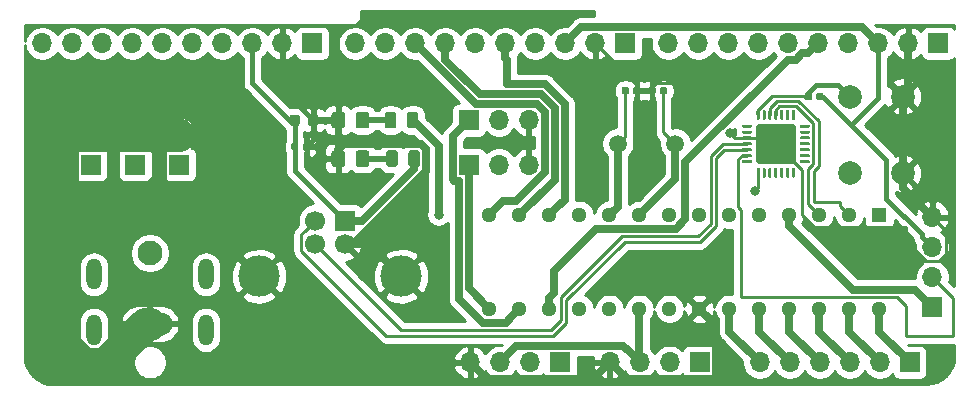
<source format=gbr>
G04 #@! TF.GenerationSoftware,KiCad,Pcbnew,(5.1.5)-3*
G04 #@! TF.CreationDate,2020-01-27T17:01:51-05:00*
G04 #@! TF.ProjectId,IW_board_V1,49575f62-6f61-4726-945f-56312e6b6963,rev?*
G04 #@! TF.SameCoordinates,Original*
G04 #@! TF.FileFunction,Copper,L1,Top*
G04 #@! TF.FilePolarity,Positive*
%FSLAX46Y46*%
G04 Gerber Fmt 4.6, Leading zero omitted, Abs format (unit mm)*
G04 Created by KiCad (PCBNEW (5.1.5)-3) date 2020-01-27 17:01:51*
%MOMM*%
%LPD*%
G04 APERTURE LIST*
%ADD10C,0.100000*%
%ADD11R,1.700000X1.700000*%
%ADD12C,1.700000*%
%ADD13C,3.500000*%
%ADD14O,1.700000X1.700000*%
%ADD15C,2.100000*%
%ADD16O,3.800000X1.900000*%
%ADD17O,1.308000X2.616000*%
%ADD18C,2.000000*%
%ADD19R,1.298000X1.298000*%
%ADD20C,1.298000*%
%ADD21C,1.500000*%
%ADD22C,0.800000*%
%ADD23C,0.635000*%
%ADD24C,0.381000*%
%ADD25C,0.250000*%
%ADD26C,2.765520*%
%ADD27C,0.508000*%
%ADD28C,0.304800*%
%ADD29C,0.254000*%
G04 APERTURE END LIST*
G04 #@! TA.AperFunction,SMDPad,CuDef*
D10*
G36*
X96191958Y-56930710D02*
G01*
X96206276Y-56932834D01*
X96220317Y-56936351D01*
X96233946Y-56941228D01*
X96247031Y-56947417D01*
X96259447Y-56954858D01*
X96271073Y-56963481D01*
X96281798Y-56973202D01*
X96291519Y-56983927D01*
X96300142Y-56995553D01*
X96307583Y-57007969D01*
X96313772Y-57021054D01*
X96318649Y-57034683D01*
X96322166Y-57048724D01*
X96324290Y-57063042D01*
X96325000Y-57077500D01*
X96325000Y-57422500D01*
X96324290Y-57436958D01*
X96322166Y-57451276D01*
X96318649Y-57465317D01*
X96313772Y-57478946D01*
X96307583Y-57492031D01*
X96300142Y-57504447D01*
X96291519Y-57516073D01*
X96281798Y-57526798D01*
X96271073Y-57536519D01*
X96259447Y-57545142D01*
X96247031Y-57552583D01*
X96233946Y-57558772D01*
X96220317Y-57563649D01*
X96206276Y-57567166D01*
X96191958Y-57569290D01*
X96177500Y-57570000D01*
X95882500Y-57570000D01*
X95868042Y-57569290D01*
X95853724Y-57567166D01*
X95839683Y-57563649D01*
X95826054Y-57558772D01*
X95812969Y-57552583D01*
X95800553Y-57545142D01*
X95788927Y-57536519D01*
X95778202Y-57526798D01*
X95768481Y-57516073D01*
X95759858Y-57504447D01*
X95752417Y-57492031D01*
X95746228Y-57478946D01*
X95741351Y-57465317D01*
X95737834Y-57451276D01*
X95735710Y-57436958D01*
X95735000Y-57422500D01*
X95735000Y-57077500D01*
X95735710Y-57063042D01*
X95737834Y-57048724D01*
X95741351Y-57034683D01*
X95746228Y-57021054D01*
X95752417Y-57007969D01*
X95759858Y-56995553D01*
X95768481Y-56983927D01*
X95778202Y-56973202D01*
X95788927Y-56963481D01*
X95800553Y-56954858D01*
X95812969Y-56947417D01*
X95826054Y-56941228D01*
X95839683Y-56936351D01*
X95853724Y-56932834D01*
X95868042Y-56930710D01*
X95882500Y-56930000D01*
X96177500Y-56930000D01*
X96191958Y-56930710D01*
G37*
G04 #@! TD.AperFunction*
G04 #@! TA.AperFunction,SMDPad,CuDef*
G36*
X97161958Y-56930710D02*
G01*
X97176276Y-56932834D01*
X97190317Y-56936351D01*
X97203946Y-56941228D01*
X97217031Y-56947417D01*
X97229447Y-56954858D01*
X97241073Y-56963481D01*
X97251798Y-56973202D01*
X97261519Y-56983927D01*
X97270142Y-56995553D01*
X97277583Y-57007969D01*
X97283772Y-57021054D01*
X97288649Y-57034683D01*
X97292166Y-57048724D01*
X97294290Y-57063042D01*
X97295000Y-57077500D01*
X97295000Y-57422500D01*
X97294290Y-57436958D01*
X97292166Y-57451276D01*
X97288649Y-57465317D01*
X97283772Y-57478946D01*
X97277583Y-57492031D01*
X97270142Y-57504447D01*
X97261519Y-57516073D01*
X97251798Y-57526798D01*
X97241073Y-57536519D01*
X97229447Y-57545142D01*
X97217031Y-57552583D01*
X97203946Y-57558772D01*
X97190317Y-57563649D01*
X97176276Y-57567166D01*
X97161958Y-57569290D01*
X97147500Y-57570000D01*
X96852500Y-57570000D01*
X96838042Y-57569290D01*
X96823724Y-57567166D01*
X96809683Y-57563649D01*
X96796054Y-57558772D01*
X96782969Y-57552583D01*
X96770553Y-57545142D01*
X96758927Y-57536519D01*
X96748202Y-57526798D01*
X96738481Y-57516073D01*
X96729858Y-57504447D01*
X96722417Y-57492031D01*
X96716228Y-57478946D01*
X96711351Y-57465317D01*
X96707834Y-57451276D01*
X96705710Y-57436958D01*
X96705000Y-57422500D01*
X96705000Y-57077500D01*
X96705710Y-57063042D01*
X96707834Y-57048724D01*
X96711351Y-57034683D01*
X96716228Y-57021054D01*
X96722417Y-57007969D01*
X96729858Y-56995553D01*
X96738481Y-56983927D01*
X96748202Y-56973202D01*
X96758927Y-56963481D01*
X96770553Y-56954858D01*
X96782969Y-56947417D01*
X96796054Y-56941228D01*
X96809683Y-56936351D01*
X96823724Y-56932834D01*
X96838042Y-56930710D01*
X96852500Y-56930000D01*
X97147500Y-56930000D01*
X97161958Y-56930710D01*
G37*
G04 #@! TD.AperFunction*
G04 #@! TA.AperFunction,SMDPad,CuDef*
G36*
X97815191Y-54526053D02*
G01*
X97836426Y-54529203D01*
X97857250Y-54534419D01*
X97877462Y-54541651D01*
X97896868Y-54550830D01*
X97915281Y-54561866D01*
X97932524Y-54574654D01*
X97948430Y-54589070D01*
X97962846Y-54604976D01*
X97975634Y-54622219D01*
X97986670Y-54640632D01*
X97995849Y-54660038D01*
X98003081Y-54680250D01*
X98008297Y-54701074D01*
X98011447Y-54722309D01*
X98012500Y-54743750D01*
X98012500Y-55256250D01*
X98011447Y-55277691D01*
X98008297Y-55298926D01*
X98003081Y-55319750D01*
X97995849Y-55339962D01*
X97986670Y-55359368D01*
X97975634Y-55377781D01*
X97962846Y-55395024D01*
X97948430Y-55410930D01*
X97932524Y-55425346D01*
X97915281Y-55438134D01*
X97896868Y-55449170D01*
X97877462Y-55458349D01*
X97857250Y-55465581D01*
X97836426Y-55470797D01*
X97815191Y-55473947D01*
X97793750Y-55475000D01*
X97356250Y-55475000D01*
X97334809Y-55473947D01*
X97313574Y-55470797D01*
X97292750Y-55465581D01*
X97272538Y-55458349D01*
X97253132Y-55449170D01*
X97234719Y-55438134D01*
X97217476Y-55425346D01*
X97201570Y-55410930D01*
X97187154Y-55395024D01*
X97174366Y-55377781D01*
X97163330Y-55359368D01*
X97154151Y-55339962D01*
X97146919Y-55319750D01*
X97141703Y-55298926D01*
X97138553Y-55277691D01*
X97137500Y-55256250D01*
X97137500Y-54743750D01*
X97138553Y-54722309D01*
X97141703Y-54701074D01*
X97146919Y-54680250D01*
X97154151Y-54660038D01*
X97163330Y-54640632D01*
X97174366Y-54622219D01*
X97187154Y-54604976D01*
X97201570Y-54589070D01*
X97217476Y-54574654D01*
X97234719Y-54561866D01*
X97253132Y-54550830D01*
X97272538Y-54541651D01*
X97292750Y-54534419D01*
X97313574Y-54529203D01*
X97334809Y-54526053D01*
X97356250Y-54525000D01*
X97793750Y-54525000D01*
X97815191Y-54526053D01*
G37*
G04 #@! TD.AperFunction*
G04 #@! TA.AperFunction,SMDPad,CuDef*
G36*
X96240191Y-54526053D02*
G01*
X96261426Y-54529203D01*
X96282250Y-54534419D01*
X96302462Y-54541651D01*
X96321868Y-54550830D01*
X96340281Y-54561866D01*
X96357524Y-54574654D01*
X96373430Y-54589070D01*
X96387846Y-54604976D01*
X96400634Y-54622219D01*
X96411670Y-54640632D01*
X96420849Y-54660038D01*
X96428081Y-54680250D01*
X96433297Y-54701074D01*
X96436447Y-54722309D01*
X96437500Y-54743750D01*
X96437500Y-55256250D01*
X96436447Y-55277691D01*
X96433297Y-55298926D01*
X96428081Y-55319750D01*
X96420849Y-55339962D01*
X96411670Y-55359368D01*
X96400634Y-55377781D01*
X96387846Y-55395024D01*
X96373430Y-55410930D01*
X96357524Y-55425346D01*
X96340281Y-55438134D01*
X96321868Y-55449170D01*
X96302462Y-55458349D01*
X96282250Y-55465581D01*
X96261426Y-55470797D01*
X96240191Y-55473947D01*
X96218750Y-55475000D01*
X95781250Y-55475000D01*
X95759809Y-55473947D01*
X95738574Y-55470797D01*
X95717750Y-55465581D01*
X95697538Y-55458349D01*
X95678132Y-55449170D01*
X95659719Y-55438134D01*
X95642476Y-55425346D01*
X95626570Y-55410930D01*
X95612154Y-55395024D01*
X95599366Y-55377781D01*
X95588330Y-55359368D01*
X95579151Y-55339962D01*
X95571919Y-55319750D01*
X95566703Y-55298926D01*
X95563553Y-55277691D01*
X95562500Y-55256250D01*
X95562500Y-54743750D01*
X95563553Y-54722309D01*
X95566703Y-54701074D01*
X95571919Y-54680250D01*
X95579151Y-54660038D01*
X95588330Y-54640632D01*
X95599366Y-54622219D01*
X95612154Y-54604976D01*
X95626570Y-54589070D01*
X95642476Y-54574654D01*
X95659719Y-54561866D01*
X95678132Y-54550830D01*
X95697538Y-54541651D01*
X95717750Y-54534419D01*
X95738574Y-54529203D01*
X95759809Y-54526053D01*
X95781250Y-54525000D01*
X96218750Y-54525000D01*
X96240191Y-54526053D01*
G37*
G04 #@! TD.AperFunction*
G04 #@! TA.AperFunction,SMDPad,CuDef*
G36*
X127396958Y-52180710D02*
G01*
X127411276Y-52182834D01*
X127425317Y-52186351D01*
X127438946Y-52191228D01*
X127452031Y-52197417D01*
X127464447Y-52204858D01*
X127476073Y-52213481D01*
X127486798Y-52223202D01*
X127496519Y-52233927D01*
X127505142Y-52245553D01*
X127512583Y-52257969D01*
X127518772Y-52271054D01*
X127523649Y-52284683D01*
X127527166Y-52298724D01*
X127529290Y-52313042D01*
X127530000Y-52327500D01*
X127530000Y-52672500D01*
X127529290Y-52686958D01*
X127527166Y-52701276D01*
X127523649Y-52715317D01*
X127518772Y-52728946D01*
X127512583Y-52742031D01*
X127505142Y-52754447D01*
X127496519Y-52766073D01*
X127486798Y-52776798D01*
X127476073Y-52786519D01*
X127464447Y-52795142D01*
X127452031Y-52802583D01*
X127438946Y-52808772D01*
X127425317Y-52813649D01*
X127411276Y-52817166D01*
X127396958Y-52819290D01*
X127382500Y-52820000D01*
X127087500Y-52820000D01*
X127073042Y-52819290D01*
X127058724Y-52817166D01*
X127044683Y-52813649D01*
X127031054Y-52808772D01*
X127017969Y-52802583D01*
X127005553Y-52795142D01*
X126993927Y-52786519D01*
X126983202Y-52776798D01*
X126973481Y-52766073D01*
X126964858Y-52754447D01*
X126957417Y-52742031D01*
X126951228Y-52728946D01*
X126946351Y-52715317D01*
X126942834Y-52701276D01*
X126940710Y-52686958D01*
X126940000Y-52672500D01*
X126940000Y-52327500D01*
X126940710Y-52313042D01*
X126942834Y-52298724D01*
X126946351Y-52284683D01*
X126951228Y-52271054D01*
X126957417Y-52257969D01*
X126964858Y-52245553D01*
X126973481Y-52233927D01*
X126983202Y-52223202D01*
X126993927Y-52213481D01*
X127005553Y-52204858D01*
X127017969Y-52197417D01*
X127031054Y-52191228D01*
X127044683Y-52186351D01*
X127058724Y-52182834D01*
X127073042Y-52180710D01*
X127087500Y-52180000D01*
X127382500Y-52180000D01*
X127396958Y-52180710D01*
G37*
G04 #@! TD.AperFunction*
G04 #@! TA.AperFunction,SMDPad,CuDef*
G36*
X126426958Y-52180710D02*
G01*
X126441276Y-52182834D01*
X126455317Y-52186351D01*
X126468946Y-52191228D01*
X126482031Y-52197417D01*
X126494447Y-52204858D01*
X126506073Y-52213481D01*
X126516798Y-52223202D01*
X126526519Y-52233927D01*
X126535142Y-52245553D01*
X126542583Y-52257969D01*
X126548772Y-52271054D01*
X126553649Y-52284683D01*
X126557166Y-52298724D01*
X126559290Y-52313042D01*
X126560000Y-52327500D01*
X126560000Y-52672500D01*
X126559290Y-52686958D01*
X126557166Y-52701276D01*
X126553649Y-52715317D01*
X126548772Y-52728946D01*
X126542583Y-52742031D01*
X126535142Y-52754447D01*
X126526519Y-52766073D01*
X126516798Y-52776798D01*
X126506073Y-52786519D01*
X126494447Y-52795142D01*
X126482031Y-52802583D01*
X126468946Y-52808772D01*
X126455317Y-52813649D01*
X126441276Y-52817166D01*
X126426958Y-52819290D01*
X126412500Y-52820000D01*
X126117500Y-52820000D01*
X126103042Y-52819290D01*
X126088724Y-52817166D01*
X126074683Y-52813649D01*
X126061054Y-52808772D01*
X126047969Y-52802583D01*
X126035553Y-52795142D01*
X126023927Y-52786519D01*
X126013202Y-52776798D01*
X126003481Y-52766073D01*
X125994858Y-52754447D01*
X125987417Y-52742031D01*
X125981228Y-52728946D01*
X125976351Y-52715317D01*
X125972834Y-52701276D01*
X125970710Y-52686958D01*
X125970000Y-52672500D01*
X125970000Y-52327500D01*
X125970710Y-52313042D01*
X125972834Y-52298724D01*
X125976351Y-52284683D01*
X125981228Y-52271054D01*
X125987417Y-52257969D01*
X125994858Y-52245553D01*
X126003481Y-52233927D01*
X126013202Y-52223202D01*
X126023927Y-52213481D01*
X126035553Y-52204858D01*
X126047969Y-52197417D01*
X126061054Y-52191228D01*
X126074683Y-52186351D01*
X126088724Y-52182834D01*
X126103042Y-52180710D01*
X126117500Y-52180000D01*
X126412500Y-52180000D01*
X126426958Y-52180710D01*
G37*
G04 #@! TD.AperFunction*
G04 #@! TA.AperFunction,SMDPad,CuDef*
G36*
X125131958Y-52180710D02*
G01*
X125146276Y-52182834D01*
X125160317Y-52186351D01*
X125173946Y-52191228D01*
X125187031Y-52197417D01*
X125199447Y-52204858D01*
X125211073Y-52213481D01*
X125221798Y-52223202D01*
X125231519Y-52233927D01*
X125240142Y-52245553D01*
X125247583Y-52257969D01*
X125253772Y-52271054D01*
X125258649Y-52284683D01*
X125262166Y-52298724D01*
X125264290Y-52313042D01*
X125265000Y-52327500D01*
X125265000Y-52672500D01*
X125264290Y-52686958D01*
X125262166Y-52701276D01*
X125258649Y-52715317D01*
X125253772Y-52728946D01*
X125247583Y-52742031D01*
X125240142Y-52754447D01*
X125231519Y-52766073D01*
X125221798Y-52776798D01*
X125211073Y-52786519D01*
X125199447Y-52795142D01*
X125187031Y-52802583D01*
X125173946Y-52808772D01*
X125160317Y-52813649D01*
X125146276Y-52817166D01*
X125131958Y-52819290D01*
X125117500Y-52820000D01*
X124822500Y-52820000D01*
X124808042Y-52819290D01*
X124793724Y-52817166D01*
X124779683Y-52813649D01*
X124766054Y-52808772D01*
X124752969Y-52802583D01*
X124740553Y-52795142D01*
X124728927Y-52786519D01*
X124718202Y-52776798D01*
X124708481Y-52766073D01*
X124699858Y-52754447D01*
X124692417Y-52742031D01*
X124686228Y-52728946D01*
X124681351Y-52715317D01*
X124677834Y-52701276D01*
X124675710Y-52686958D01*
X124675000Y-52672500D01*
X124675000Y-52327500D01*
X124675710Y-52313042D01*
X124677834Y-52298724D01*
X124681351Y-52284683D01*
X124686228Y-52271054D01*
X124692417Y-52257969D01*
X124699858Y-52245553D01*
X124708481Y-52233927D01*
X124718202Y-52223202D01*
X124728927Y-52213481D01*
X124740553Y-52204858D01*
X124752969Y-52197417D01*
X124766054Y-52191228D01*
X124779683Y-52186351D01*
X124793724Y-52182834D01*
X124808042Y-52180710D01*
X124822500Y-52180000D01*
X125117500Y-52180000D01*
X125131958Y-52180710D01*
G37*
G04 #@! TD.AperFunction*
G04 #@! TA.AperFunction,SMDPad,CuDef*
G36*
X124161958Y-52180710D02*
G01*
X124176276Y-52182834D01*
X124190317Y-52186351D01*
X124203946Y-52191228D01*
X124217031Y-52197417D01*
X124229447Y-52204858D01*
X124241073Y-52213481D01*
X124251798Y-52223202D01*
X124261519Y-52233927D01*
X124270142Y-52245553D01*
X124277583Y-52257969D01*
X124283772Y-52271054D01*
X124288649Y-52284683D01*
X124292166Y-52298724D01*
X124294290Y-52313042D01*
X124295000Y-52327500D01*
X124295000Y-52672500D01*
X124294290Y-52686958D01*
X124292166Y-52701276D01*
X124288649Y-52715317D01*
X124283772Y-52728946D01*
X124277583Y-52742031D01*
X124270142Y-52754447D01*
X124261519Y-52766073D01*
X124251798Y-52776798D01*
X124241073Y-52786519D01*
X124229447Y-52795142D01*
X124217031Y-52802583D01*
X124203946Y-52808772D01*
X124190317Y-52813649D01*
X124176276Y-52817166D01*
X124161958Y-52819290D01*
X124147500Y-52820000D01*
X123852500Y-52820000D01*
X123838042Y-52819290D01*
X123823724Y-52817166D01*
X123809683Y-52813649D01*
X123796054Y-52808772D01*
X123782969Y-52802583D01*
X123770553Y-52795142D01*
X123758927Y-52786519D01*
X123748202Y-52776798D01*
X123738481Y-52766073D01*
X123729858Y-52754447D01*
X123722417Y-52742031D01*
X123716228Y-52728946D01*
X123711351Y-52715317D01*
X123707834Y-52701276D01*
X123705710Y-52686958D01*
X123705000Y-52672500D01*
X123705000Y-52327500D01*
X123705710Y-52313042D01*
X123707834Y-52298724D01*
X123711351Y-52284683D01*
X123716228Y-52271054D01*
X123722417Y-52257969D01*
X123729858Y-52245553D01*
X123738481Y-52233927D01*
X123748202Y-52223202D01*
X123758927Y-52213481D01*
X123770553Y-52204858D01*
X123782969Y-52197417D01*
X123796054Y-52191228D01*
X123809683Y-52186351D01*
X123823724Y-52182834D01*
X123838042Y-52180710D01*
X123852500Y-52180000D01*
X124147500Y-52180000D01*
X124161958Y-52180710D01*
G37*
G04 #@! TD.AperFunction*
G04 #@! TA.AperFunction,SMDPad,CuDef*
G36*
X102099505Y-57551204D02*
G01*
X102123773Y-57554804D01*
X102147572Y-57560765D01*
X102170671Y-57569030D01*
X102192850Y-57579520D01*
X102213893Y-57592132D01*
X102233599Y-57606747D01*
X102251777Y-57623223D01*
X102268253Y-57641401D01*
X102282868Y-57661107D01*
X102295480Y-57682150D01*
X102305970Y-57704329D01*
X102314235Y-57727428D01*
X102320196Y-57751227D01*
X102323796Y-57775495D01*
X102325000Y-57799999D01*
X102325000Y-58700001D01*
X102323796Y-58724505D01*
X102320196Y-58748773D01*
X102314235Y-58772572D01*
X102305970Y-58795671D01*
X102295480Y-58817850D01*
X102282868Y-58838893D01*
X102268253Y-58858599D01*
X102251777Y-58876777D01*
X102233599Y-58893253D01*
X102213893Y-58907868D01*
X102192850Y-58920480D01*
X102170671Y-58930970D01*
X102147572Y-58939235D01*
X102123773Y-58945196D01*
X102099505Y-58948796D01*
X102075001Y-58950000D01*
X101424999Y-58950000D01*
X101400495Y-58948796D01*
X101376227Y-58945196D01*
X101352428Y-58939235D01*
X101329329Y-58930970D01*
X101307150Y-58920480D01*
X101286107Y-58907868D01*
X101266401Y-58893253D01*
X101248223Y-58876777D01*
X101231747Y-58858599D01*
X101217132Y-58838893D01*
X101204520Y-58817850D01*
X101194030Y-58795671D01*
X101185765Y-58772572D01*
X101179804Y-58748773D01*
X101176204Y-58724505D01*
X101175000Y-58700001D01*
X101175000Y-57799999D01*
X101176204Y-57775495D01*
X101179804Y-57751227D01*
X101185765Y-57727428D01*
X101194030Y-57704329D01*
X101204520Y-57682150D01*
X101217132Y-57661107D01*
X101231747Y-57641401D01*
X101248223Y-57623223D01*
X101266401Y-57606747D01*
X101286107Y-57592132D01*
X101307150Y-57579520D01*
X101329329Y-57569030D01*
X101352428Y-57560765D01*
X101376227Y-57554804D01*
X101400495Y-57551204D01*
X101424999Y-57550000D01*
X102075001Y-57550000D01*
X102099505Y-57551204D01*
G37*
G04 #@! TD.AperFunction*
G04 #@! TA.AperFunction,SMDPad,CuDef*
G36*
X100049505Y-57551204D02*
G01*
X100073773Y-57554804D01*
X100097572Y-57560765D01*
X100120671Y-57569030D01*
X100142850Y-57579520D01*
X100163893Y-57592132D01*
X100183599Y-57606747D01*
X100201777Y-57623223D01*
X100218253Y-57641401D01*
X100232868Y-57661107D01*
X100245480Y-57682150D01*
X100255970Y-57704329D01*
X100264235Y-57727428D01*
X100270196Y-57751227D01*
X100273796Y-57775495D01*
X100275000Y-57799999D01*
X100275000Y-58700001D01*
X100273796Y-58724505D01*
X100270196Y-58748773D01*
X100264235Y-58772572D01*
X100255970Y-58795671D01*
X100245480Y-58817850D01*
X100232868Y-58838893D01*
X100218253Y-58858599D01*
X100201777Y-58876777D01*
X100183599Y-58893253D01*
X100163893Y-58907868D01*
X100142850Y-58920480D01*
X100120671Y-58930970D01*
X100097572Y-58939235D01*
X100073773Y-58945196D01*
X100049505Y-58948796D01*
X100025001Y-58950000D01*
X99374999Y-58950000D01*
X99350495Y-58948796D01*
X99326227Y-58945196D01*
X99302428Y-58939235D01*
X99279329Y-58930970D01*
X99257150Y-58920480D01*
X99236107Y-58907868D01*
X99216401Y-58893253D01*
X99198223Y-58876777D01*
X99181747Y-58858599D01*
X99167132Y-58838893D01*
X99154520Y-58817850D01*
X99144030Y-58795671D01*
X99135765Y-58772572D01*
X99129804Y-58748773D01*
X99126204Y-58724505D01*
X99125000Y-58700001D01*
X99125000Y-57799999D01*
X99126204Y-57775495D01*
X99129804Y-57751227D01*
X99135765Y-57727428D01*
X99144030Y-57704329D01*
X99154520Y-57682150D01*
X99167132Y-57661107D01*
X99181747Y-57641401D01*
X99198223Y-57623223D01*
X99216401Y-57606747D01*
X99236107Y-57592132D01*
X99257150Y-57579520D01*
X99279329Y-57569030D01*
X99302428Y-57560765D01*
X99326227Y-57554804D01*
X99350495Y-57551204D01*
X99374999Y-57550000D01*
X100025001Y-57550000D01*
X100049505Y-57551204D01*
G37*
G04 #@! TD.AperFunction*
G04 #@! TA.AperFunction,SMDPad,CuDef*
G36*
X100049505Y-54301204D02*
G01*
X100073773Y-54304804D01*
X100097572Y-54310765D01*
X100120671Y-54319030D01*
X100142850Y-54329520D01*
X100163893Y-54342132D01*
X100183599Y-54356747D01*
X100201777Y-54373223D01*
X100218253Y-54391401D01*
X100232868Y-54411107D01*
X100245480Y-54432150D01*
X100255970Y-54454329D01*
X100264235Y-54477428D01*
X100270196Y-54501227D01*
X100273796Y-54525495D01*
X100275000Y-54549999D01*
X100275000Y-55450001D01*
X100273796Y-55474505D01*
X100270196Y-55498773D01*
X100264235Y-55522572D01*
X100255970Y-55545671D01*
X100245480Y-55567850D01*
X100232868Y-55588893D01*
X100218253Y-55608599D01*
X100201777Y-55626777D01*
X100183599Y-55643253D01*
X100163893Y-55657868D01*
X100142850Y-55670480D01*
X100120671Y-55680970D01*
X100097572Y-55689235D01*
X100073773Y-55695196D01*
X100049505Y-55698796D01*
X100025001Y-55700000D01*
X99374999Y-55700000D01*
X99350495Y-55698796D01*
X99326227Y-55695196D01*
X99302428Y-55689235D01*
X99279329Y-55680970D01*
X99257150Y-55670480D01*
X99236107Y-55657868D01*
X99216401Y-55643253D01*
X99198223Y-55626777D01*
X99181747Y-55608599D01*
X99167132Y-55588893D01*
X99154520Y-55567850D01*
X99144030Y-55545671D01*
X99135765Y-55522572D01*
X99129804Y-55498773D01*
X99126204Y-55474505D01*
X99125000Y-55450001D01*
X99125000Y-54549999D01*
X99126204Y-54525495D01*
X99129804Y-54501227D01*
X99135765Y-54477428D01*
X99144030Y-54454329D01*
X99154520Y-54432150D01*
X99167132Y-54411107D01*
X99181747Y-54391401D01*
X99198223Y-54373223D01*
X99216401Y-54356747D01*
X99236107Y-54342132D01*
X99257150Y-54329520D01*
X99279329Y-54319030D01*
X99302428Y-54310765D01*
X99326227Y-54304804D01*
X99350495Y-54301204D01*
X99374999Y-54300000D01*
X100025001Y-54300000D01*
X100049505Y-54301204D01*
G37*
G04 #@! TD.AperFunction*
G04 #@! TA.AperFunction,SMDPad,CuDef*
G36*
X102099505Y-54301204D02*
G01*
X102123773Y-54304804D01*
X102147572Y-54310765D01*
X102170671Y-54319030D01*
X102192850Y-54329520D01*
X102213893Y-54342132D01*
X102233599Y-54356747D01*
X102251777Y-54373223D01*
X102268253Y-54391401D01*
X102282868Y-54411107D01*
X102295480Y-54432150D01*
X102305970Y-54454329D01*
X102314235Y-54477428D01*
X102320196Y-54501227D01*
X102323796Y-54525495D01*
X102325000Y-54549999D01*
X102325000Y-55450001D01*
X102323796Y-55474505D01*
X102320196Y-55498773D01*
X102314235Y-55522572D01*
X102305970Y-55545671D01*
X102295480Y-55567850D01*
X102282868Y-55588893D01*
X102268253Y-55608599D01*
X102251777Y-55626777D01*
X102233599Y-55643253D01*
X102213893Y-55657868D01*
X102192850Y-55670480D01*
X102170671Y-55680970D01*
X102147572Y-55689235D01*
X102123773Y-55695196D01*
X102099505Y-55698796D01*
X102075001Y-55700000D01*
X101424999Y-55700000D01*
X101400495Y-55698796D01*
X101376227Y-55695196D01*
X101352428Y-55689235D01*
X101329329Y-55680970D01*
X101307150Y-55670480D01*
X101286107Y-55657868D01*
X101266401Y-55643253D01*
X101248223Y-55626777D01*
X101231747Y-55608599D01*
X101217132Y-55588893D01*
X101204520Y-55567850D01*
X101194030Y-55545671D01*
X101185765Y-55522572D01*
X101179804Y-55498773D01*
X101176204Y-55474505D01*
X101175000Y-55450001D01*
X101175000Y-54549999D01*
X101176204Y-54525495D01*
X101179804Y-54501227D01*
X101185765Y-54477428D01*
X101194030Y-54454329D01*
X101204520Y-54432150D01*
X101217132Y-54411107D01*
X101231747Y-54391401D01*
X101248223Y-54373223D01*
X101266401Y-54356747D01*
X101286107Y-54342132D01*
X101307150Y-54329520D01*
X101329329Y-54319030D01*
X101352428Y-54310765D01*
X101376227Y-54304804D01*
X101400495Y-54301204D01*
X101424999Y-54300000D01*
X102075001Y-54300000D01*
X102099505Y-54301204D01*
G37*
G04 #@! TD.AperFunction*
D11*
X100250000Y-63500000D03*
D12*
X97750000Y-63500000D03*
X97750000Y-65500000D03*
X100250000Y-65500000D03*
D13*
X105020000Y-68210000D03*
X92980000Y-68210000D03*
D11*
X118500000Y-75500000D03*
D14*
X115960000Y-75500000D03*
X113420000Y-75500000D03*
X110880000Y-75500000D03*
D11*
X130290000Y-75500000D03*
D14*
X127750000Y-75500000D03*
X125210000Y-75500000D03*
X122670000Y-75500000D03*
D11*
X86250000Y-58750000D03*
D14*
X86250000Y-56210000D03*
X82500000Y-56210000D03*
D11*
X82500000Y-58750000D03*
X78750000Y-58750000D03*
D14*
X78750000Y-56210000D03*
D15*
X83750000Y-66250000D03*
D16*
X83750000Y-72250000D03*
D17*
X79000000Y-68050000D03*
X79000000Y-72750000D03*
X88500000Y-72750000D03*
X88500000Y-68050000D03*
D14*
X115830000Y-58750000D03*
X113290000Y-58750000D03*
D11*
X110750000Y-58750000D03*
X110750000Y-55000000D03*
D14*
X113290000Y-55000000D03*
X115830000Y-55000000D03*
X150000000Y-63210000D03*
X150000000Y-65750000D03*
X150000000Y-68290000D03*
D11*
X150000000Y-70830000D03*
G04 #@! TA.AperFunction,SMDPad,CuDef*
D10*
G36*
X106392642Y-57551174D02*
G01*
X106416303Y-57554684D01*
X106439507Y-57560496D01*
X106462029Y-57568554D01*
X106483653Y-57578782D01*
X106504170Y-57591079D01*
X106523383Y-57605329D01*
X106541107Y-57621393D01*
X106557171Y-57639117D01*
X106571421Y-57658330D01*
X106583718Y-57678847D01*
X106593946Y-57700471D01*
X106602004Y-57722993D01*
X106607816Y-57746197D01*
X106611326Y-57769858D01*
X106612500Y-57793750D01*
X106612500Y-58706250D01*
X106611326Y-58730142D01*
X106607816Y-58753803D01*
X106602004Y-58777007D01*
X106593946Y-58799529D01*
X106583718Y-58821153D01*
X106571421Y-58841670D01*
X106557171Y-58860883D01*
X106541107Y-58878607D01*
X106523383Y-58894671D01*
X106504170Y-58908921D01*
X106483653Y-58921218D01*
X106462029Y-58931446D01*
X106439507Y-58939504D01*
X106416303Y-58945316D01*
X106392642Y-58948826D01*
X106368750Y-58950000D01*
X105881250Y-58950000D01*
X105857358Y-58948826D01*
X105833697Y-58945316D01*
X105810493Y-58939504D01*
X105787971Y-58931446D01*
X105766347Y-58921218D01*
X105745830Y-58908921D01*
X105726617Y-58894671D01*
X105708893Y-58878607D01*
X105692829Y-58860883D01*
X105678579Y-58841670D01*
X105666282Y-58821153D01*
X105656054Y-58799529D01*
X105647996Y-58777007D01*
X105642184Y-58753803D01*
X105638674Y-58730142D01*
X105637500Y-58706250D01*
X105637500Y-57793750D01*
X105638674Y-57769858D01*
X105642184Y-57746197D01*
X105647996Y-57722993D01*
X105656054Y-57700471D01*
X105666282Y-57678847D01*
X105678579Y-57658330D01*
X105692829Y-57639117D01*
X105708893Y-57621393D01*
X105726617Y-57605329D01*
X105745830Y-57591079D01*
X105766347Y-57578782D01*
X105787971Y-57568554D01*
X105810493Y-57560496D01*
X105833697Y-57554684D01*
X105857358Y-57551174D01*
X105881250Y-57550000D01*
X106368750Y-57550000D01*
X106392642Y-57551174D01*
G37*
G04 #@! TD.AperFunction*
G04 #@! TA.AperFunction,SMDPad,CuDef*
G36*
X104517642Y-57551174D02*
G01*
X104541303Y-57554684D01*
X104564507Y-57560496D01*
X104587029Y-57568554D01*
X104608653Y-57578782D01*
X104629170Y-57591079D01*
X104648383Y-57605329D01*
X104666107Y-57621393D01*
X104682171Y-57639117D01*
X104696421Y-57658330D01*
X104708718Y-57678847D01*
X104718946Y-57700471D01*
X104727004Y-57722993D01*
X104732816Y-57746197D01*
X104736326Y-57769858D01*
X104737500Y-57793750D01*
X104737500Y-58706250D01*
X104736326Y-58730142D01*
X104732816Y-58753803D01*
X104727004Y-58777007D01*
X104718946Y-58799529D01*
X104708718Y-58821153D01*
X104696421Y-58841670D01*
X104682171Y-58860883D01*
X104666107Y-58878607D01*
X104648383Y-58894671D01*
X104629170Y-58908921D01*
X104608653Y-58921218D01*
X104587029Y-58931446D01*
X104564507Y-58939504D01*
X104541303Y-58945316D01*
X104517642Y-58948826D01*
X104493750Y-58950000D01*
X104006250Y-58950000D01*
X103982358Y-58948826D01*
X103958697Y-58945316D01*
X103935493Y-58939504D01*
X103912971Y-58931446D01*
X103891347Y-58921218D01*
X103870830Y-58908921D01*
X103851617Y-58894671D01*
X103833893Y-58878607D01*
X103817829Y-58860883D01*
X103803579Y-58841670D01*
X103791282Y-58821153D01*
X103781054Y-58799529D01*
X103772996Y-58777007D01*
X103767184Y-58753803D01*
X103763674Y-58730142D01*
X103762500Y-58706250D01*
X103762500Y-57793750D01*
X103763674Y-57769858D01*
X103767184Y-57746197D01*
X103772996Y-57722993D01*
X103781054Y-57700471D01*
X103791282Y-57678847D01*
X103803579Y-57658330D01*
X103817829Y-57639117D01*
X103833893Y-57621393D01*
X103851617Y-57605329D01*
X103870830Y-57591079D01*
X103891347Y-57578782D01*
X103912971Y-57568554D01*
X103935493Y-57560496D01*
X103958697Y-57554684D01*
X103982358Y-57551174D01*
X104006250Y-57550000D01*
X104493750Y-57550000D01*
X104517642Y-57551174D01*
G37*
G04 #@! TD.AperFunction*
G04 #@! TA.AperFunction,SMDPad,CuDef*
G36*
X139661958Y-52680710D02*
G01*
X139676276Y-52682834D01*
X139690317Y-52686351D01*
X139703946Y-52691228D01*
X139717031Y-52697417D01*
X139729447Y-52704858D01*
X139741073Y-52713481D01*
X139751798Y-52723202D01*
X139761519Y-52733927D01*
X139770142Y-52745553D01*
X139777583Y-52757969D01*
X139783772Y-52771054D01*
X139788649Y-52784683D01*
X139792166Y-52798724D01*
X139794290Y-52813042D01*
X139795000Y-52827500D01*
X139795000Y-53172500D01*
X139794290Y-53186958D01*
X139792166Y-53201276D01*
X139788649Y-53215317D01*
X139783772Y-53228946D01*
X139777583Y-53242031D01*
X139770142Y-53254447D01*
X139761519Y-53266073D01*
X139751798Y-53276798D01*
X139741073Y-53286519D01*
X139729447Y-53295142D01*
X139717031Y-53302583D01*
X139703946Y-53308772D01*
X139690317Y-53313649D01*
X139676276Y-53317166D01*
X139661958Y-53319290D01*
X139647500Y-53320000D01*
X139352500Y-53320000D01*
X139338042Y-53319290D01*
X139323724Y-53317166D01*
X139309683Y-53313649D01*
X139296054Y-53308772D01*
X139282969Y-53302583D01*
X139270553Y-53295142D01*
X139258927Y-53286519D01*
X139248202Y-53276798D01*
X139238481Y-53266073D01*
X139229858Y-53254447D01*
X139222417Y-53242031D01*
X139216228Y-53228946D01*
X139211351Y-53215317D01*
X139207834Y-53201276D01*
X139205710Y-53186958D01*
X139205000Y-53172500D01*
X139205000Y-52827500D01*
X139205710Y-52813042D01*
X139207834Y-52798724D01*
X139211351Y-52784683D01*
X139216228Y-52771054D01*
X139222417Y-52757969D01*
X139229858Y-52745553D01*
X139238481Y-52733927D01*
X139248202Y-52723202D01*
X139258927Y-52713481D01*
X139270553Y-52704858D01*
X139282969Y-52697417D01*
X139296054Y-52691228D01*
X139309683Y-52686351D01*
X139323724Y-52682834D01*
X139338042Y-52680710D01*
X139352500Y-52680000D01*
X139647500Y-52680000D01*
X139661958Y-52680710D01*
G37*
G04 #@! TD.AperFunction*
G04 #@! TA.AperFunction,SMDPad,CuDef*
G36*
X140631958Y-52680710D02*
G01*
X140646276Y-52682834D01*
X140660317Y-52686351D01*
X140673946Y-52691228D01*
X140687031Y-52697417D01*
X140699447Y-52704858D01*
X140711073Y-52713481D01*
X140721798Y-52723202D01*
X140731519Y-52733927D01*
X140740142Y-52745553D01*
X140747583Y-52757969D01*
X140753772Y-52771054D01*
X140758649Y-52784683D01*
X140762166Y-52798724D01*
X140764290Y-52813042D01*
X140765000Y-52827500D01*
X140765000Y-53172500D01*
X140764290Y-53186958D01*
X140762166Y-53201276D01*
X140758649Y-53215317D01*
X140753772Y-53228946D01*
X140747583Y-53242031D01*
X140740142Y-53254447D01*
X140731519Y-53266073D01*
X140721798Y-53276798D01*
X140711073Y-53286519D01*
X140699447Y-53295142D01*
X140687031Y-53302583D01*
X140673946Y-53308772D01*
X140660317Y-53313649D01*
X140646276Y-53317166D01*
X140631958Y-53319290D01*
X140617500Y-53320000D01*
X140322500Y-53320000D01*
X140308042Y-53319290D01*
X140293724Y-53317166D01*
X140279683Y-53313649D01*
X140266054Y-53308772D01*
X140252969Y-53302583D01*
X140240553Y-53295142D01*
X140228927Y-53286519D01*
X140218202Y-53276798D01*
X140208481Y-53266073D01*
X140199858Y-53254447D01*
X140192417Y-53242031D01*
X140186228Y-53228946D01*
X140181351Y-53215317D01*
X140177834Y-53201276D01*
X140175710Y-53186958D01*
X140175000Y-53172500D01*
X140175000Y-52827500D01*
X140175710Y-52813042D01*
X140177834Y-52798724D01*
X140181351Y-52784683D01*
X140186228Y-52771054D01*
X140192417Y-52757969D01*
X140199858Y-52745553D01*
X140208481Y-52733927D01*
X140218202Y-52723202D01*
X140228927Y-52713481D01*
X140240553Y-52704858D01*
X140252969Y-52697417D01*
X140266054Y-52691228D01*
X140279683Y-52686351D01*
X140293724Y-52682834D01*
X140308042Y-52680710D01*
X140322500Y-52680000D01*
X140617500Y-52680000D01*
X140631958Y-52680710D01*
G37*
G04 #@! TD.AperFunction*
G04 #@! TA.AperFunction,SMDPad,CuDef*
G36*
X104392642Y-54301174D02*
G01*
X104416303Y-54304684D01*
X104439507Y-54310496D01*
X104462029Y-54318554D01*
X104483653Y-54328782D01*
X104504170Y-54341079D01*
X104523383Y-54355329D01*
X104541107Y-54371393D01*
X104557171Y-54389117D01*
X104571421Y-54408330D01*
X104583718Y-54428847D01*
X104593946Y-54450471D01*
X104602004Y-54472993D01*
X104607816Y-54496197D01*
X104611326Y-54519858D01*
X104612500Y-54543750D01*
X104612500Y-55456250D01*
X104611326Y-55480142D01*
X104607816Y-55503803D01*
X104602004Y-55527007D01*
X104593946Y-55549529D01*
X104583718Y-55571153D01*
X104571421Y-55591670D01*
X104557171Y-55610883D01*
X104541107Y-55628607D01*
X104523383Y-55644671D01*
X104504170Y-55658921D01*
X104483653Y-55671218D01*
X104462029Y-55681446D01*
X104439507Y-55689504D01*
X104416303Y-55695316D01*
X104392642Y-55698826D01*
X104368750Y-55700000D01*
X103881250Y-55700000D01*
X103857358Y-55698826D01*
X103833697Y-55695316D01*
X103810493Y-55689504D01*
X103787971Y-55681446D01*
X103766347Y-55671218D01*
X103745830Y-55658921D01*
X103726617Y-55644671D01*
X103708893Y-55628607D01*
X103692829Y-55610883D01*
X103678579Y-55591670D01*
X103666282Y-55571153D01*
X103656054Y-55549529D01*
X103647996Y-55527007D01*
X103642184Y-55503803D01*
X103638674Y-55480142D01*
X103637500Y-55456250D01*
X103637500Y-54543750D01*
X103638674Y-54519858D01*
X103642184Y-54496197D01*
X103647996Y-54472993D01*
X103656054Y-54450471D01*
X103666282Y-54428847D01*
X103678579Y-54408330D01*
X103692829Y-54389117D01*
X103708893Y-54371393D01*
X103726617Y-54355329D01*
X103745830Y-54341079D01*
X103766347Y-54328782D01*
X103787971Y-54318554D01*
X103810493Y-54310496D01*
X103833697Y-54304684D01*
X103857358Y-54301174D01*
X103881250Y-54300000D01*
X104368750Y-54300000D01*
X104392642Y-54301174D01*
G37*
G04 #@! TD.AperFunction*
G04 #@! TA.AperFunction,SMDPad,CuDef*
G36*
X106267642Y-54301174D02*
G01*
X106291303Y-54304684D01*
X106314507Y-54310496D01*
X106337029Y-54318554D01*
X106358653Y-54328782D01*
X106379170Y-54341079D01*
X106398383Y-54355329D01*
X106416107Y-54371393D01*
X106432171Y-54389117D01*
X106446421Y-54408330D01*
X106458718Y-54428847D01*
X106468946Y-54450471D01*
X106477004Y-54472993D01*
X106482816Y-54496197D01*
X106486326Y-54519858D01*
X106487500Y-54543750D01*
X106487500Y-55456250D01*
X106486326Y-55480142D01*
X106482816Y-55503803D01*
X106477004Y-55527007D01*
X106468946Y-55549529D01*
X106458718Y-55571153D01*
X106446421Y-55591670D01*
X106432171Y-55610883D01*
X106416107Y-55628607D01*
X106398383Y-55644671D01*
X106379170Y-55658921D01*
X106358653Y-55671218D01*
X106337029Y-55681446D01*
X106314507Y-55689504D01*
X106291303Y-55695316D01*
X106267642Y-55698826D01*
X106243750Y-55700000D01*
X105756250Y-55700000D01*
X105732358Y-55698826D01*
X105708697Y-55695316D01*
X105685493Y-55689504D01*
X105662971Y-55681446D01*
X105641347Y-55671218D01*
X105620830Y-55658921D01*
X105601617Y-55644671D01*
X105583893Y-55628607D01*
X105567829Y-55610883D01*
X105553579Y-55591670D01*
X105541282Y-55571153D01*
X105531054Y-55549529D01*
X105522996Y-55527007D01*
X105517184Y-55503803D01*
X105513674Y-55480142D01*
X105512500Y-55456250D01*
X105512500Y-54543750D01*
X105513674Y-54519858D01*
X105517184Y-54496197D01*
X105522996Y-54472993D01*
X105531054Y-54450471D01*
X105541282Y-54428847D01*
X105553579Y-54408330D01*
X105567829Y-54389117D01*
X105583893Y-54371393D01*
X105601617Y-54355329D01*
X105620830Y-54341079D01*
X105641347Y-54328782D01*
X105662971Y-54318554D01*
X105685493Y-54310496D01*
X105708697Y-54304684D01*
X105732358Y-54301174D01*
X105756250Y-54300000D01*
X106243750Y-54300000D01*
X106267642Y-54301174D01*
G37*
G04 #@! TD.AperFunction*
D18*
X147500000Y-59500000D03*
X143000000Y-59500000D03*
X147500000Y-53000000D03*
X143000000Y-53000000D03*
G04 #@! TA.AperFunction,SMDPad,CuDef*
D10*
G36*
X138199504Y-55326204D02*
G01*
X138223773Y-55329804D01*
X138247571Y-55335765D01*
X138270671Y-55344030D01*
X138292849Y-55354520D01*
X138313893Y-55367133D01*
X138333598Y-55381747D01*
X138351777Y-55398223D01*
X138368253Y-55416402D01*
X138382867Y-55436107D01*
X138395480Y-55457151D01*
X138405970Y-55479329D01*
X138414235Y-55502429D01*
X138420196Y-55526227D01*
X138423796Y-55550496D01*
X138425000Y-55575000D01*
X138425000Y-58425000D01*
X138423796Y-58449504D01*
X138420196Y-58473773D01*
X138414235Y-58497571D01*
X138405970Y-58520671D01*
X138395480Y-58542849D01*
X138382867Y-58563893D01*
X138368253Y-58583598D01*
X138351777Y-58601777D01*
X138333598Y-58618253D01*
X138313893Y-58632867D01*
X138292849Y-58645480D01*
X138270671Y-58655970D01*
X138247571Y-58664235D01*
X138223773Y-58670196D01*
X138199504Y-58673796D01*
X138175000Y-58675000D01*
X135325000Y-58675000D01*
X135300496Y-58673796D01*
X135276227Y-58670196D01*
X135252429Y-58664235D01*
X135229329Y-58655970D01*
X135207151Y-58645480D01*
X135186107Y-58632867D01*
X135166402Y-58618253D01*
X135148223Y-58601777D01*
X135131747Y-58583598D01*
X135117133Y-58563893D01*
X135104520Y-58542849D01*
X135094030Y-58520671D01*
X135085765Y-58497571D01*
X135079804Y-58473773D01*
X135076204Y-58449504D01*
X135075000Y-58425000D01*
X135075000Y-55575000D01*
X135076204Y-55550496D01*
X135079804Y-55526227D01*
X135085765Y-55502429D01*
X135094030Y-55479329D01*
X135104520Y-55457151D01*
X135117133Y-55436107D01*
X135131747Y-55416402D01*
X135148223Y-55398223D01*
X135166402Y-55381747D01*
X135186107Y-55367133D01*
X135207151Y-55354520D01*
X135229329Y-55344030D01*
X135252429Y-55335765D01*
X135276227Y-55329804D01*
X135300496Y-55326204D01*
X135325000Y-55325000D01*
X138175000Y-55325000D01*
X138199504Y-55326204D01*
G37*
G04 #@! TD.AperFunction*
G04 #@! TA.AperFunction,SMDPad,CuDef*
G36*
X134643626Y-55375301D02*
G01*
X134649693Y-55376201D01*
X134655643Y-55377691D01*
X134661418Y-55379758D01*
X134666962Y-55382380D01*
X134672223Y-55385533D01*
X134677150Y-55389187D01*
X134681694Y-55393306D01*
X134685813Y-55397850D01*
X134689467Y-55402777D01*
X134692620Y-55408038D01*
X134695242Y-55413582D01*
X134697309Y-55419357D01*
X134698799Y-55425307D01*
X134699699Y-55431374D01*
X134700000Y-55437500D01*
X134700000Y-55562500D01*
X134699699Y-55568626D01*
X134698799Y-55574693D01*
X134697309Y-55580643D01*
X134695242Y-55586418D01*
X134692620Y-55591962D01*
X134689467Y-55597223D01*
X134685813Y-55602150D01*
X134681694Y-55606694D01*
X134677150Y-55610813D01*
X134672223Y-55614467D01*
X134666962Y-55617620D01*
X134661418Y-55620242D01*
X134655643Y-55622309D01*
X134649693Y-55623799D01*
X134643626Y-55624699D01*
X134637500Y-55625000D01*
X133962500Y-55625000D01*
X133956374Y-55624699D01*
X133950307Y-55623799D01*
X133944357Y-55622309D01*
X133938582Y-55620242D01*
X133933038Y-55617620D01*
X133927777Y-55614467D01*
X133922850Y-55610813D01*
X133918306Y-55606694D01*
X133914187Y-55602150D01*
X133910533Y-55597223D01*
X133907380Y-55591962D01*
X133904758Y-55586418D01*
X133902691Y-55580643D01*
X133901201Y-55574693D01*
X133900301Y-55568626D01*
X133900000Y-55562500D01*
X133900000Y-55437500D01*
X133900301Y-55431374D01*
X133901201Y-55425307D01*
X133902691Y-55419357D01*
X133904758Y-55413582D01*
X133907380Y-55408038D01*
X133910533Y-55402777D01*
X133914187Y-55397850D01*
X133918306Y-55393306D01*
X133922850Y-55389187D01*
X133927777Y-55385533D01*
X133933038Y-55382380D01*
X133938582Y-55379758D01*
X133944357Y-55377691D01*
X133950307Y-55376201D01*
X133956374Y-55375301D01*
X133962500Y-55375000D01*
X134637500Y-55375000D01*
X134643626Y-55375301D01*
G37*
G04 #@! TD.AperFunction*
G04 #@! TA.AperFunction,SMDPad,CuDef*
G36*
X134643626Y-55875301D02*
G01*
X134649693Y-55876201D01*
X134655643Y-55877691D01*
X134661418Y-55879758D01*
X134666962Y-55882380D01*
X134672223Y-55885533D01*
X134677150Y-55889187D01*
X134681694Y-55893306D01*
X134685813Y-55897850D01*
X134689467Y-55902777D01*
X134692620Y-55908038D01*
X134695242Y-55913582D01*
X134697309Y-55919357D01*
X134698799Y-55925307D01*
X134699699Y-55931374D01*
X134700000Y-55937500D01*
X134700000Y-56062500D01*
X134699699Y-56068626D01*
X134698799Y-56074693D01*
X134697309Y-56080643D01*
X134695242Y-56086418D01*
X134692620Y-56091962D01*
X134689467Y-56097223D01*
X134685813Y-56102150D01*
X134681694Y-56106694D01*
X134677150Y-56110813D01*
X134672223Y-56114467D01*
X134666962Y-56117620D01*
X134661418Y-56120242D01*
X134655643Y-56122309D01*
X134649693Y-56123799D01*
X134643626Y-56124699D01*
X134637500Y-56125000D01*
X133962500Y-56125000D01*
X133956374Y-56124699D01*
X133950307Y-56123799D01*
X133944357Y-56122309D01*
X133938582Y-56120242D01*
X133933038Y-56117620D01*
X133927777Y-56114467D01*
X133922850Y-56110813D01*
X133918306Y-56106694D01*
X133914187Y-56102150D01*
X133910533Y-56097223D01*
X133907380Y-56091962D01*
X133904758Y-56086418D01*
X133902691Y-56080643D01*
X133901201Y-56074693D01*
X133900301Y-56068626D01*
X133900000Y-56062500D01*
X133900000Y-55937500D01*
X133900301Y-55931374D01*
X133901201Y-55925307D01*
X133902691Y-55919357D01*
X133904758Y-55913582D01*
X133907380Y-55908038D01*
X133910533Y-55902777D01*
X133914187Y-55897850D01*
X133918306Y-55893306D01*
X133922850Y-55889187D01*
X133927777Y-55885533D01*
X133933038Y-55882380D01*
X133938582Y-55879758D01*
X133944357Y-55877691D01*
X133950307Y-55876201D01*
X133956374Y-55875301D01*
X133962500Y-55875000D01*
X134637500Y-55875000D01*
X134643626Y-55875301D01*
G37*
G04 #@! TD.AperFunction*
G04 #@! TA.AperFunction,SMDPad,CuDef*
G36*
X134643626Y-56375301D02*
G01*
X134649693Y-56376201D01*
X134655643Y-56377691D01*
X134661418Y-56379758D01*
X134666962Y-56382380D01*
X134672223Y-56385533D01*
X134677150Y-56389187D01*
X134681694Y-56393306D01*
X134685813Y-56397850D01*
X134689467Y-56402777D01*
X134692620Y-56408038D01*
X134695242Y-56413582D01*
X134697309Y-56419357D01*
X134698799Y-56425307D01*
X134699699Y-56431374D01*
X134700000Y-56437500D01*
X134700000Y-56562500D01*
X134699699Y-56568626D01*
X134698799Y-56574693D01*
X134697309Y-56580643D01*
X134695242Y-56586418D01*
X134692620Y-56591962D01*
X134689467Y-56597223D01*
X134685813Y-56602150D01*
X134681694Y-56606694D01*
X134677150Y-56610813D01*
X134672223Y-56614467D01*
X134666962Y-56617620D01*
X134661418Y-56620242D01*
X134655643Y-56622309D01*
X134649693Y-56623799D01*
X134643626Y-56624699D01*
X134637500Y-56625000D01*
X133962500Y-56625000D01*
X133956374Y-56624699D01*
X133950307Y-56623799D01*
X133944357Y-56622309D01*
X133938582Y-56620242D01*
X133933038Y-56617620D01*
X133927777Y-56614467D01*
X133922850Y-56610813D01*
X133918306Y-56606694D01*
X133914187Y-56602150D01*
X133910533Y-56597223D01*
X133907380Y-56591962D01*
X133904758Y-56586418D01*
X133902691Y-56580643D01*
X133901201Y-56574693D01*
X133900301Y-56568626D01*
X133900000Y-56562500D01*
X133900000Y-56437500D01*
X133900301Y-56431374D01*
X133901201Y-56425307D01*
X133902691Y-56419357D01*
X133904758Y-56413582D01*
X133907380Y-56408038D01*
X133910533Y-56402777D01*
X133914187Y-56397850D01*
X133918306Y-56393306D01*
X133922850Y-56389187D01*
X133927777Y-56385533D01*
X133933038Y-56382380D01*
X133938582Y-56379758D01*
X133944357Y-56377691D01*
X133950307Y-56376201D01*
X133956374Y-56375301D01*
X133962500Y-56375000D01*
X134637500Y-56375000D01*
X134643626Y-56375301D01*
G37*
G04 #@! TD.AperFunction*
G04 #@! TA.AperFunction,SMDPad,CuDef*
G36*
X134643626Y-56875301D02*
G01*
X134649693Y-56876201D01*
X134655643Y-56877691D01*
X134661418Y-56879758D01*
X134666962Y-56882380D01*
X134672223Y-56885533D01*
X134677150Y-56889187D01*
X134681694Y-56893306D01*
X134685813Y-56897850D01*
X134689467Y-56902777D01*
X134692620Y-56908038D01*
X134695242Y-56913582D01*
X134697309Y-56919357D01*
X134698799Y-56925307D01*
X134699699Y-56931374D01*
X134700000Y-56937500D01*
X134700000Y-57062500D01*
X134699699Y-57068626D01*
X134698799Y-57074693D01*
X134697309Y-57080643D01*
X134695242Y-57086418D01*
X134692620Y-57091962D01*
X134689467Y-57097223D01*
X134685813Y-57102150D01*
X134681694Y-57106694D01*
X134677150Y-57110813D01*
X134672223Y-57114467D01*
X134666962Y-57117620D01*
X134661418Y-57120242D01*
X134655643Y-57122309D01*
X134649693Y-57123799D01*
X134643626Y-57124699D01*
X134637500Y-57125000D01*
X133962500Y-57125000D01*
X133956374Y-57124699D01*
X133950307Y-57123799D01*
X133944357Y-57122309D01*
X133938582Y-57120242D01*
X133933038Y-57117620D01*
X133927777Y-57114467D01*
X133922850Y-57110813D01*
X133918306Y-57106694D01*
X133914187Y-57102150D01*
X133910533Y-57097223D01*
X133907380Y-57091962D01*
X133904758Y-57086418D01*
X133902691Y-57080643D01*
X133901201Y-57074693D01*
X133900301Y-57068626D01*
X133900000Y-57062500D01*
X133900000Y-56937500D01*
X133900301Y-56931374D01*
X133901201Y-56925307D01*
X133902691Y-56919357D01*
X133904758Y-56913582D01*
X133907380Y-56908038D01*
X133910533Y-56902777D01*
X133914187Y-56897850D01*
X133918306Y-56893306D01*
X133922850Y-56889187D01*
X133927777Y-56885533D01*
X133933038Y-56882380D01*
X133938582Y-56879758D01*
X133944357Y-56877691D01*
X133950307Y-56876201D01*
X133956374Y-56875301D01*
X133962500Y-56875000D01*
X134637500Y-56875000D01*
X134643626Y-56875301D01*
G37*
G04 #@! TD.AperFunction*
G04 #@! TA.AperFunction,SMDPad,CuDef*
G36*
X134643626Y-57375301D02*
G01*
X134649693Y-57376201D01*
X134655643Y-57377691D01*
X134661418Y-57379758D01*
X134666962Y-57382380D01*
X134672223Y-57385533D01*
X134677150Y-57389187D01*
X134681694Y-57393306D01*
X134685813Y-57397850D01*
X134689467Y-57402777D01*
X134692620Y-57408038D01*
X134695242Y-57413582D01*
X134697309Y-57419357D01*
X134698799Y-57425307D01*
X134699699Y-57431374D01*
X134700000Y-57437500D01*
X134700000Y-57562500D01*
X134699699Y-57568626D01*
X134698799Y-57574693D01*
X134697309Y-57580643D01*
X134695242Y-57586418D01*
X134692620Y-57591962D01*
X134689467Y-57597223D01*
X134685813Y-57602150D01*
X134681694Y-57606694D01*
X134677150Y-57610813D01*
X134672223Y-57614467D01*
X134666962Y-57617620D01*
X134661418Y-57620242D01*
X134655643Y-57622309D01*
X134649693Y-57623799D01*
X134643626Y-57624699D01*
X134637500Y-57625000D01*
X133962500Y-57625000D01*
X133956374Y-57624699D01*
X133950307Y-57623799D01*
X133944357Y-57622309D01*
X133938582Y-57620242D01*
X133933038Y-57617620D01*
X133927777Y-57614467D01*
X133922850Y-57610813D01*
X133918306Y-57606694D01*
X133914187Y-57602150D01*
X133910533Y-57597223D01*
X133907380Y-57591962D01*
X133904758Y-57586418D01*
X133902691Y-57580643D01*
X133901201Y-57574693D01*
X133900301Y-57568626D01*
X133900000Y-57562500D01*
X133900000Y-57437500D01*
X133900301Y-57431374D01*
X133901201Y-57425307D01*
X133902691Y-57419357D01*
X133904758Y-57413582D01*
X133907380Y-57408038D01*
X133910533Y-57402777D01*
X133914187Y-57397850D01*
X133918306Y-57393306D01*
X133922850Y-57389187D01*
X133927777Y-57385533D01*
X133933038Y-57382380D01*
X133938582Y-57379758D01*
X133944357Y-57377691D01*
X133950307Y-57376201D01*
X133956374Y-57375301D01*
X133962500Y-57375000D01*
X134637500Y-57375000D01*
X134643626Y-57375301D01*
G37*
G04 #@! TD.AperFunction*
G04 #@! TA.AperFunction,SMDPad,CuDef*
G36*
X134643626Y-57875301D02*
G01*
X134649693Y-57876201D01*
X134655643Y-57877691D01*
X134661418Y-57879758D01*
X134666962Y-57882380D01*
X134672223Y-57885533D01*
X134677150Y-57889187D01*
X134681694Y-57893306D01*
X134685813Y-57897850D01*
X134689467Y-57902777D01*
X134692620Y-57908038D01*
X134695242Y-57913582D01*
X134697309Y-57919357D01*
X134698799Y-57925307D01*
X134699699Y-57931374D01*
X134700000Y-57937500D01*
X134700000Y-58062500D01*
X134699699Y-58068626D01*
X134698799Y-58074693D01*
X134697309Y-58080643D01*
X134695242Y-58086418D01*
X134692620Y-58091962D01*
X134689467Y-58097223D01*
X134685813Y-58102150D01*
X134681694Y-58106694D01*
X134677150Y-58110813D01*
X134672223Y-58114467D01*
X134666962Y-58117620D01*
X134661418Y-58120242D01*
X134655643Y-58122309D01*
X134649693Y-58123799D01*
X134643626Y-58124699D01*
X134637500Y-58125000D01*
X133962500Y-58125000D01*
X133956374Y-58124699D01*
X133950307Y-58123799D01*
X133944357Y-58122309D01*
X133938582Y-58120242D01*
X133933038Y-58117620D01*
X133927777Y-58114467D01*
X133922850Y-58110813D01*
X133918306Y-58106694D01*
X133914187Y-58102150D01*
X133910533Y-58097223D01*
X133907380Y-58091962D01*
X133904758Y-58086418D01*
X133902691Y-58080643D01*
X133901201Y-58074693D01*
X133900301Y-58068626D01*
X133900000Y-58062500D01*
X133900000Y-57937500D01*
X133900301Y-57931374D01*
X133901201Y-57925307D01*
X133902691Y-57919357D01*
X133904758Y-57913582D01*
X133907380Y-57908038D01*
X133910533Y-57902777D01*
X133914187Y-57897850D01*
X133918306Y-57893306D01*
X133922850Y-57889187D01*
X133927777Y-57885533D01*
X133933038Y-57882380D01*
X133938582Y-57879758D01*
X133944357Y-57877691D01*
X133950307Y-57876201D01*
X133956374Y-57875301D01*
X133962500Y-57875000D01*
X134637500Y-57875000D01*
X134643626Y-57875301D01*
G37*
G04 #@! TD.AperFunction*
G04 #@! TA.AperFunction,SMDPad,CuDef*
G36*
X134643626Y-58375301D02*
G01*
X134649693Y-58376201D01*
X134655643Y-58377691D01*
X134661418Y-58379758D01*
X134666962Y-58382380D01*
X134672223Y-58385533D01*
X134677150Y-58389187D01*
X134681694Y-58393306D01*
X134685813Y-58397850D01*
X134689467Y-58402777D01*
X134692620Y-58408038D01*
X134695242Y-58413582D01*
X134697309Y-58419357D01*
X134698799Y-58425307D01*
X134699699Y-58431374D01*
X134700000Y-58437500D01*
X134700000Y-58562500D01*
X134699699Y-58568626D01*
X134698799Y-58574693D01*
X134697309Y-58580643D01*
X134695242Y-58586418D01*
X134692620Y-58591962D01*
X134689467Y-58597223D01*
X134685813Y-58602150D01*
X134681694Y-58606694D01*
X134677150Y-58610813D01*
X134672223Y-58614467D01*
X134666962Y-58617620D01*
X134661418Y-58620242D01*
X134655643Y-58622309D01*
X134649693Y-58623799D01*
X134643626Y-58624699D01*
X134637500Y-58625000D01*
X133962500Y-58625000D01*
X133956374Y-58624699D01*
X133950307Y-58623799D01*
X133944357Y-58622309D01*
X133938582Y-58620242D01*
X133933038Y-58617620D01*
X133927777Y-58614467D01*
X133922850Y-58610813D01*
X133918306Y-58606694D01*
X133914187Y-58602150D01*
X133910533Y-58597223D01*
X133907380Y-58591962D01*
X133904758Y-58586418D01*
X133902691Y-58580643D01*
X133901201Y-58574693D01*
X133900301Y-58568626D01*
X133900000Y-58562500D01*
X133900000Y-58437500D01*
X133900301Y-58431374D01*
X133901201Y-58425307D01*
X133902691Y-58419357D01*
X133904758Y-58413582D01*
X133907380Y-58408038D01*
X133910533Y-58402777D01*
X133914187Y-58397850D01*
X133918306Y-58393306D01*
X133922850Y-58389187D01*
X133927777Y-58385533D01*
X133933038Y-58382380D01*
X133938582Y-58379758D01*
X133944357Y-58377691D01*
X133950307Y-58376201D01*
X133956374Y-58375301D01*
X133962500Y-58375000D01*
X134637500Y-58375000D01*
X134643626Y-58375301D01*
G37*
G04 #@! TD.AperFunction*
G04 #@! TA.AperFunction,SMDPad,CuDef*
G36*
X135318626Y-59050301D02*
G01*
X135324693Y-59051201D01*
X135330643Y-59052691D01*
X135336418Y-59054758D01*
X135341962Y-59057380D01*
X135347223Y-59060533D01*
X135352150Y-59064187D01*
X135356694Y-59068306D01*
X135360813Y-59072850D01*
X135364467Y-59077777D01*
X135367620Y-59083038D01*
X135370242Y-59088582D01*
X135372309Y-59094357D01*
X135373799Y-59100307D01*
X135374699Y-59106374D01*
X135375000Y-59112500D01*
X135375000Y-59787500D01*
X135374699Y-59793626D01*
X135373799Y-59799693D01*
X135372309Y-59805643D01*
X135370242Y-59811418D01*
X135367620Y-59816962D01*
X135364467Y-59822223D01*
X135360813Y-59827150D01*
X135356694Y-59831694D01*
X135352150Y-59835813D01*
X135347223Y-59839467D01*
X135341962Y-59842620D01*
X135336418Y-59845242D01*
X135330643Y-59847309D01*
X135324693Y-59848799D01*
X135318626Y-59849699D01*
X135312500Y-59850000D01*
X135187500Y-59850000D01*
X135181374Y-59849699D01*
X135175307Y-59848799D01*
X135169357Y-59847309D01*
X135163582Y-59845242D01*
X135158038Y-59842620D01*
X135152777Y-59839467D01*
X135147850Y-59835813D01*
X135143306Y-59831694D01*
X135139187Y-59827150D01*
X135135533Y-59822223D01*
X135132380Y-59816962D01*
X135129758Y-59811418D01*
X135127691Y-59805643D01*
X135126201Y-59799693D01*
X135125301Y-59793626D01*
X135125000Y-59787500D01*
X135125000Y-59112500D01*
X135125301Y-59106374D01*
X135126201Y-59100307D01*
X135127691Y-59094357D01*
X135129758Y-59088582D01*
X135132380Y-59083038D01*
X135135533Y-59077777D01*
X135139187Y-59072850D01*
X135143306Y-59068306D01*
X135147850Y-59064187D01*
X135152777Y-59060533D01*
X135158038Y-59057380D01*
X135163582Y-59054758D01*
X135169357Y-59052691D01*
X135175307Y-59051201D01*
X135181374Y-59050301D01*
X135187500Y-59050000D01*
X135312500Y-59050000D01*
X135318626Y-59050301D01*
G37*
G04 #@! TD.AperFunction*
G04 #@! TA.AperFunction,SMDPad,CuDef*
G36*
X135818626Y-59050301D02*
G01*
X135824693Y-59051201D01*
X135830643Y-59052691D01*
X135836418Y-59054758D01*
X135841962Y-59057380D01*
X135847223Y-59060533D01*
X135852150Y-59064187D01*
X135856694Y-59068306D01*
X135860813Y-59072850D01*
X135864467Y-59077777D01*
X135867620Y-59083038D01*
X135870242Y-59088582D01*
X135872309Y-59094357D01*
X135873799Y-59100307D01*
X135874699Y-59106374D01*
X135875000Y-59112500D01*
X135875000Y-59787500D01*
X135874699Y-59793626D01*
X135873799Y-59799693D01*
X135872309Y-59805643D01*
X135870242Y-59811418D01*
X135867620Y-59816962D01*
X135864467Y-59822223D01*
X135860813Y-59827150D01*
X135856694Y-59831694D01*
X135852150Y-59835813D01*
X135847223Y-59839467D01*
X135841962Y-59842620D01*
X135836418Y-59845242D01*
X135830643Y-59847309D01*
X135824693Y-59848799D01*
X135818626Y-59849699D01*
X135812500Y-59850000D01*
X135687500Y-59850000D01*
X135681374Y-59849699D01*
X135675307Y-59848799D01*
X135669357Y-59847309D01*
X135663582Y-59845242D01*
X135658038Y-59842620D01*
X135652777Y-59839467D01*
X135647850Y-59835813D01*
X135643306Y-59831694D01*
X135639187Y-59827150D01*
X135635533Y-59822223D01*
X135632380Y-59816962D01*
X135629758Y-59811418D01*
X135627691Y-59805643D01*
X135626201Y-59799693D01*
X135625301Y-59793626D01*
X135625000Y-59787500D01*
X135625000Y-59112500D01*
X135625301Y-59106374D01*
X135626201Y-59100307D01*
X135627691Y-59094357D01*
X135629758Y-59088582D01*
X135632380Y-59083038D01*
X135635533Y-59077777D01*
X135639187Y-59072850D01*
X135643306Y-59068306D01*
X135647850Y-59064187D01*
X135652777Y-59060533D01*
X135658038Y-59057380D01*
X135663582Y-59054758D01*
X135669357Y-59052691D01*
X135675307Y-59051201D01*
X135681374Y-59050301D01*
X135687500Y-59050000D01*
X135812500Y-59050000D01*
X135818626Y-59050301D01*
G37*
G04 #@! TD.AperFunction*
G04 #@! TA.AperFunction,SMDPad,CuDef*
G36*
X136318626Y-59050301D02*
G01*
X136324693Y-59051201D01*
X136330643Y-59052691D01*
X136336418Y-59054758D01*
X136341962Y-59057380D01*
X136347223Y-59060533D01*
X136352150Y-59064187D01*
X136356694Y-59068306D01*
X136360813Y-59072850D01*
X136364467Y-59077777D01*
X136367620Y-59083038D01*
X136370242Y-59088582D01*
X136372309Y-59094357D01*
X136373799Y-59100307D01*
X136374699Y-59106374D01*
X136375000Y-59112500D01*
X136375000Y-59787500D01*
X136374699Y-59793626D01*
X136373799Y-59799693D01*
X136372309Y-59805643D01*
X136370242Y-59811418D01*
X136367620Y-59816962D01*
X136364467Y-59822223D01*
X136360813Y-59827150D01*
X136356694Y-59831694D01*
X136352150Y-59835813D01*
X136347223Y-59839467D01*
X136341962Y-59842620D01*
X136336418Y-59845242D01*
X136330643Y-59847309D01*
X136324693Y-59848799D01*
X136318626Y-59849699D01*
X136312500Y-59850000D01*
X136187500Y-59850000D01*
X136181374Y-59849699D01*
X136175307Y-59848799D01*
X136169357Y-59847309D01*
X136163582Y-59845242D01*
X136158038Y-59842620D01*
X136152777Y-59839467D01*
X136147850Y-59835813D01*
X136143306Y-59831694D01*
X136139187Y-59827150D01*
X136135533Y-59822223D01*
X136132380Y-59816962D01*
X136129758Y-59811418D01*
X136127691Y-59805643D01*
X136126201Y-59799693D01*
X136125301Y-59793626D01*
X136125000Y-59787500D01*
X136125000Y-59112500D01*
X136125301Y-59106374D01*
X136126201Y-59100307D01*
X136127691Y-59094357D01*
X136129758Y-59088582D01*
X136132380Y-59083038D01*
X136135533Y-59077777D01*
X136139187Y-59072850D01*
X136143306Y-59068306D01*
X136147850Y-59064187D01*
X136152777Y-59060533D01*
X136158038Y-59057380D01*
X136163582Y-59054758D01*
X136169357Y-59052691D01*
X136175307Y-59051201D01*
X136181374Y-59050301D01*
X136187500Y-59050000D01*
X136312500Y-59050000D01*
X136318626Y-59050301D01*
G37*
G04 #@! TD.AperFunction*
G04 #@! TA.AperFunction,SMDPad,CuDef*
G36*
X136818626Y-59050301D02*
G01*
X136824693Y-59051201D01*
X136830643Y-59052691D01*
X136836418Y-59054758D01*
X136841962Y-59057380D01*
X136847223Y-59060533D01*
X136852150Y-59064187D01*
X136856694Y-59068306D01*
X136860813Y-59072850D01*
X136864467Y-59077777D01*
X136867620Y-59083038D01*
X136870242Y-59088582D01*
X136872309Y-59094357D01*
X136873799Y-59100307D01*
X136874699Y-59106374D01*
X136875000Y-59112500D01*
X136875000Y-59787500D01*
X136874699Y-59793626D01*
X136873799Y-59799693D01*
X136872309Y-59805643D01*
X136870242Y-59811418D01*
X136867620Y-59816962D01*
X136864467Y-59822223D01*
X136860813Y-59827150D01*
X136856694Y-59831694D01*
X136852150Y-59835813D01*
X136847223Y-59839467D01*
X136841962Y-59842620D01*
X136836418Y-59845242D01*
X136830643Y-59847309D01*
X136824693Y-59848799D01*
X136818626Y-59849699D01*
X136812500Y-59850000D01*
X136687500Y-59850000D01*
X136681374Y-59849699D01*
X136675307Y-59848799D01*
X136669357Y-59847309D01*
X136663582Y-59845242D01*
X136658038Y-59842620D01*
X136652777Y-59839467D01*
X136647850Y-59835813D01*
X136643306Y-59831694D01*
X136639187Y-59827150D01*
X136635533Y-59822223D01*
X136632380Y-59816962D01*
X136629758Y-59811418D01*
X136627691Y-59805643D01*
X136626201Y-59799693D01*
X136625301Y-59793626D01*
X136625000Y-59787500D01*
X136625000Y-59112500D01*
X136625301Y-59106374D01*
X136626201Y-59100307D01*
X136627691Y-59094357D01*
X136629758Y-59088582D01*
X136632380Y-59083038D01*
X136635533Y-59077777D01*
X136639187Y-59072850D01*
X136643306Y-59068306D01*
X136647850Y-59064187D01*
X136652777Y-59060533D01*
X136658038Y-59057380D01*
X136663582Y-59054758D01*
X136669357Y-59052691D01*
X136675307Y-59051201D01*
X136681374Y-59050301D01*
X136687500Y-59050000D01*
X136812500Y-59050000D01*
X136818626Y-59050301D01*
G37*
G04 #@! TD.AperFunction*
G04 #@! TA.AperFunction,SMDPad,CuDef*
G36*
X137318626Y-59050301D02*
G01*
X137324693Y-59051201D01*
X137330643Y-59052691D01*
X137336418Y-59054758D01*
X137341962Y-59057380D01*
X137347223Y-59060533D01*
X137352150Y-59064187D01*
X137356694Y-59068306D01*
X137360813Y-59072850D01*
X137364467Y-59077777D01*
X137367620Y-59083038D01*
X137370242Y-59088582D01*
X137372309Y-59094357D01*
X137373799Y-59100307D01*
X137374699Y-59106374D01*
X137375000Y-59112500D01*
X137375000Y-59787500D01*
X137374699Y-59793626D01*
X137373799Y-59799693D01*
X137372309Y-59805643D01*
X137370242Y-59811418D01*
X137367620Y-59816962D01*
X137364467Y-59822223D01*
X137360813Y-59827150D01*
X137356694Y-59831694D01*
X137352150Y-59835813D01*
X137347223Y-59839467D01*
X137341962Y-59842620D01*
X137336418Y-59845242D01*
X137330643Y-59847309D01*
X137324693Y-59848799D01*
X137318626Y-59849699D01*
X137312500Y-59850000D01*
X137187500Y-59850000D01*
X137181374Y-59849699D01*
X137175307Y-59848799D01*
X137169357Y-59847309D01*
X137163582Y-59845242D01*
X137158038Y-59842620D01*
X137152777Y-59839467D01*
X137147850Y-59835813D01*
X137143306Y-59831694D01*
X137139187Y-59827150D01*
X137135533Y-59822223D01*
X137132380Y-59816962D01*
X137129758Y-59811418D01*
X137127691Y-59805643D01*
X137126201Y-59799693D01*
X137125301Y-59793626D01*
X137125000Y-59787500D01*
X137125000Y-59112500D01*
X137125301Y-59106374D01*
X137126201Y-59100307D01*
X137127691Y-59094357D01*
X137129758Y-59088582D01*
X137132380Y-59083038D01*
X137135533Y-59077777D01*
X137139187Y-59072850D01*
X137143306Y-59068306D01*
X137147850Y-59064187D01*
X137152777Y-59060533D01*
X137158038Y-59057380D01*
X137163582Y-59054758D01*
X137169357Y-59052691D01*
X137175307Y-59051201D01*
X137181374Y-59050301D01*
X137187500Y-59050000D01*
X137312500Y-59050000D01*
X137318626Y-59050301D01*
G37*
G04 #@! TD.AperFunction*
G04 #@! TA.AperFunction,SMDPad,CuDef*
G36*
X137818626Y-59050301D02*
G01*
X137824693Y-59051201D01*
X137830643Y-59052691D01*
X137836418Y-59054758D01*
X137841962Y-59057380D01*
X137847223Y-59060533D01*
X137852150Y-59064187D01*
X137856694Y-59068306D01*
X137860813Y-59072850D01*
X137864467Y-59077777D01*
X137867620Y-59083038D01*
X137870242Y-59088582D01*
X137872309Y-59094357D01*
X137873799Y-59100307D01*
X137874699Y-59106374D01*
X137875000Y-59112500D01*
X137875000Y-59787500D01*
X137874699Y-59793626D01*
X137873799Y-59799693D01*
X137872309Y-59805643D01*
X137870242Y-59811418D01*
X137867620Y-59816962D01*
X137864467Y-59822223D01*
X137860813Y-59827150D01*
X137856694Y-59831694D01*
X137852150Y-59835813D01*
X137847223Y-59839467D01*
X137841962Y-59842620D01*
X137836418Y-59845242D01*
X137830643Y-59847309D01*
X137824693Y-59848799D01*
X137818626Y-59849699D01*
X137812500Y-59850000D01*
X137687500Y-59850000D01*
X137681374Y-59849699D01*
X137675307Y-59848799D01*
X137669357Y-59847309D01*
X137663582Y-59845242D01*
X137658038Y-59842620D01*
X137652777Y-59839467D01*
X137647850Y-59835813D01*
X137643306Y-59831694D01*
X137639187Y-59827150D01*
X137635533Y-59822223D01*
X137632380Y-59816962D01*
X137629758Y-59811418D01*
X137627691Y-59805643D01*
X137626201Y-59799693D01*
X137625301Y-59793626D01*
X137625000Y-59787500D01*
X137625000Y-59112500D01*
X137625301Y-59106374D01*
X137626201Y-59100307D01*
X137627691Y-59094357D01*
X137629758Y-59088582D01*
X137632380Y-59083038D01*
X137635533Y-59077777D01*
X137639187Y-59072850D01*
X137643306Y-59068306D01*
X137647850Y-59064187D01*
X137652777Y-59060533D01*
X137658038Y-59057380D01*
X137663582Y-59054758D01*
X137669357Y-59052691D01*
X137675307Y-59051201D01*
X137681374Y-59050301D01*
X137687500Y-59050000D01*
X137812500Y-59050000D01*
X137818626Y-59050301D01*
G37*
G04 #@! TD.AperFunction*
G04 #@! TA.AperFunction,SMDPad,CuDef*
G36*
X138318626Y-59050301D02*
G01*
X138324693Y-59051201D01*
X138330643Y-59052691D01*
X138336418Y-59054758D01*
X138341962Y-59057380D01*
X138347223Y-59060533D01*
X138352150Y-59064187D01*
X138356694Y-59068306D01*
X138360813Y-59072850D01*
X138364467Y-59077777D01*
X138367620Y-59083038D01*
X138370242Y-59088582D01*
X138372309Y-59094357D01*
X138373799Y-59100307D01*
X138374699Y-59106374D01*
X138375000Y-59112500D01*
X138375000Y-59787500D01*
X138374699Y-59793626D01*
X138373799Y-59799693D01*
X138372309Y-59805643D01*
X138370242Y-59811418D01*
X138367620Y-59816962D01*
X138364467Y-59822223D01*
X138360813Y-59827150D01*
X138356694Y-59831694D01*
X138352150Y-59835813D01*
X138347223Y-59839467D01*
X138341962Y-59842620D01*
X138336418Y-59845242D01*
X138330643Y-59847309D01*
X138324693Y-59848799D01*
X138318626Y-59849699D01*
X138312500Y-59850000D01*
X138187500Y-59850000D01*
X138181374Y-59849699D01*
X138175307Y-59848799D01*
X138169357Y-59847309D01*
X138163582Y-59845242D01*
X138158038Y-59842620D01*
X138152777Y-59839467D01*
X138147850Y-59835813D01*
X138143306Y-59831694D01*
X138139187Y-59827150D01*
X138135533Y-59822223D01*
X138132380Y-59816962D01*
X138129758Y-59811418D01*
X138127691Y-59805643D01*
X138126201Y-59799693D01*
X138125301Y-59793626D01*
X138125000Y-59787500D01*
X138125000Y-59112500D01*
X138125301Y-59106374D01*
X138126201Y-59100307D01*
X138127691Y-59094357D01*
X138129758Y-59088582D01*
X138132380Y-59083038D01*
X138135533Y-59077777D01*
X138139187Y-59072850D01*
X138143306Y-59068306D01*
X138147850Y-59064187D01*
X138152777Y-59060533D01*
X138158038Y-59057380D01*
X138163582Y-59054758D01*
X138169357Y-59052691D01*
X138175307Y-59051201D01*
X138181374Y-59050301D01*
X138187500Y-59050000D01*
X138312500Y-59050000D01*
X138318626Y-59050301D01*
G37*
G04 #@! TD.AperFunction*
G04 #@! TA.AperFunction,SMDPad,CuDef*
G36*
X139543626Y-58375301D02*
G01*
X139549693Y-58376201D01*
X139555643Y-58377691D01*
X139561418Y-58379758D01*
X139566962Y-58382380D01*
X139572223Y-58385533D01*
X139577150Y-58389187D01*
X139581694Y-58393306D01*
X139585813Y-58397850D01*
X139589467Y-58402777D01*
X139592620Y-58408038D01*
X139595242Y-58413582D01*
X139597309Y-58419357D01*
X139598799Y-58425307D01*
X139599699Y-58431374D01*
X139600000Y-58437500D01*
X139600000Y-58562500D01*
X139599699Y-58568626D01*
X139598799Y-58574693D01*
X139597309Y-58580643D01*
X139595242Y-58586418D01*
X139592620Y-58591962D01*
X139589467Y-58597223D01*
X139585813Y-58602150D01*
X139581694Y-58606694D01*
X139577150Y-58610813D01*
X139572223Y-58614467D01*
X139566962Y-58617620D01*
X139561418Y-58620242D01*
X139555643Y-58622309D01*
X139549693Y-58623799D01*
X139543626Y-58624699D01*
X139537500Y-58625000D01*
X138862500Y-58625000D01*
X138856374Y-58624699D01*
X138850307Y-58623799D01*
X138844357Y-58622309D01*
X138838582Y-58620242D01*
X138833038Y-58617620D01*
X138827777Y-58614467D01*
X138822850Y-58610813D01*
X138818306Y-58606694D01*
X138814187Y-58602150D01*
X138810533Y-58597223D01*
X138807380Y-58591962D01*
X138804758Y-58586418D01*
X138802691Y-58580643D01*
X138801201Y-58574693D01*
X138800301Y-58568626D01*
X138800000Y-58562500D01*
X138800000Y-58437500D01*
X138800301Y-58431374D01*
X138801201Y-58425307D01*
X138802691Y-58419357D01*
X138804758Y-58413582D01*
X138807380Y-58408038D01*
X138810533Y-58402777D01*
X138814187Y-58397850D01*
X138818306Y-58393306D01*
X138822850Y-58389187D01*
X138827777Y-58385533D01*
X138833038Y-58382380D01*
X138838582Y-58379758D01*
X138844357Y-58377691D01*
X138850307Y-58376201D01*
X138856374Y-58375301D01*
X138862500Y-58375000D01*
X139537500Y-58375000D01*
X139543626Y-58375301D01*
G37*
G04 #@! TD.AperFunction*
G04 #@! TA.AperFunction,SMDPad,CuDef*
G36*
X139543626Y-57875301D02*
G01*
X139549693Y-57876201D01*
X139555643Y-57877691D01*
X139561418Y-57879758D01*
X139566962Y-57882380D01*
X139572223Y-57885533D01*
X139577150Y-57889187D01*
X139581694Y-57893306D01*
X139585813Y-57897850D01*
X139589467Y-57902777D01*
X139592620Y-57908038D01*
X139595242Y-57913582D01*
X139597309Y-57919357D01*
X139598799Y-57925307D01*
X139599699Y-57931374D01*
X139600000Y-57937500D01*
X139600000Y-58062500D01*
X139599699Y-58068626D01*
X139598799Y-58074693D01*
X139597309Y-58080643D01*
X139595242Y-58086418D01*
X139592620Y-58091962D01*
X139589467Y-58097223D01*
X139585813Y-58102150D01*
X139581694Y-58106694D01*
X139577150Y-58110813D01*
X139572223Y-58114467D01*
X139566962Y-58117620D01*
X139561418Y-58120242D01*
X139555643Y-58122309D01*
X139549693Y-58123799D01*
X139543626Y-58124699D01*
X139537500Y-58125000D01*
X138862500Y-58125000D01*
X138856374Y-58124699D01*
X138850307Y-58123799D01*
X138844357Y-58122309D01*
X138838582Y-58120242D01*
X138833038Y-58117620D01*
X138827777Y-58114467D01*
X138822850Y-58110813D01*
X138818306Y-58106694D01*
X138814187Y-58102150D01*
X138810533Y-58097223D01*
X138807380Y-58091962D01*
X138804758Y-58086418D01*
X138802691Y-58080643D01*
X138801201Y-58074693D01*
X138800301Y-58068626D01*
X138800000Y-58062500D01*
X138800000Y-57937500D01*
X138800301Y-57931374D01*
X138801201Y-57925307D01*
X138802691Y-57919357D01*
X138804758Y-57913582D01*
X138807380Y-57908038D01*
X138810533Y-57902777D01*
X138814187Y-57897850D01*
X138818306Y-57893306D01*
X138822850Y-57889187D01*
X138827777Y-57885533D01*
X138833038Y-57882380D01*
X138838582Y-57879758D01*
X138844357Y-57877691D01*
X138850307Y-57876201D01*
X138856374Y-57875301D01*
X138862500Y-57875000D01*
X139537500Y-57875000D01*
X139543626Y-57875301D01*
G37*
G04 #@! TD.AperFunction*
G04 #@! TA.AperFunction,SMDPad,CuDef*
G36*
X139543626Y-57375301D02*
G01*
X139549693Y-57376201D01*
X139555643Y-57377691D01*
X139561418Y-57379758D01*
X139566962Y-57382380D01*
X139572223Y-57385533D01*
X139577150Y-57389187D01*
X139581694Y-57393306D01*
X139585813Y-57397850D01*
X139589467Y-57402777D01*
X139592620Y-57408038D01*
X139595242Y-57413582D01*
X139597309Y-57419357D01*
X139598799Y-57425307D01*
X139599699Y-57431374D01*
X139600000Y-57437500D01*
X139600000Y-57562500D01*
X139599699Y-57568626D01*
X139598799Y-57574693D01*
X139597309Y-57580643D01*
X139595242Y-57586418D01*
X139592620Y-57591962D01*
X139589467Y-57597223D01*
X139585813Y-57602150D01*
X139581694Y-57606694D01*
X139577150Y-57610813D01*
X139572223Y-57614467D01*
X139566962Y-57617620D01*
X139561418Y-57620242D01*
X139555643Y-57622309D01*
X139549693Y-57623799D01*
X139543626Y-57624699D01*
X139537500Y-57625000D01*
X138862500Y-57625000D01*
X138856374Y-57624699D01*
X138850307Y-57623799D01*
X138844357Y-57622309D01*
X138838582Y-57620242D01*
X138833038Y-57617620D01*
X138827777Y-57614467D01*
X138822850Y-57610813D01*
X138818306Y-57606694D01*
X138814187Y-57602150D01*
X138810533Y-57597223D01*
X138807380Y-57591962D01*
X138804758Y-57586418D01*
X138802691Y-57580643D01*
X138801201Y-57574693D01*
X138800301Y-57568626D01*
X138800000Y-57562500D01*
X138800000Y-57437500D01*
X138800301Y-57431374D01*
X138801201Y-57425307D01*
X138802691Y-57419357D01*
X138804758Y-57413582D01*
X138807380Y-57408038D01*
X138810533Y-57402777D01*
X138814187Y-57397850D01*
X138818306Y-57393306D01*
X138822850Y-57389187D01*
X138827777Y-57385533D01*
X138833038Y-57382380D01*
X138838582Y-57379758D01*
X138844357Y-57377691D01*
X138850307Y-57376201D01*
X138856374Y-57375301D01*
X138862500Y-57375000D01*
X139537500Y-57375000D01*
X139543626Y-57375301D01*
G37*
G04 #@! TD.AperFunction*
G04 #@! TA.AperFunction,SMDPad,CuDef*
G36*
X139543626Y-56875301D02*
G01*
X139549693Y-56876201D01*
X139555643Y-56877691D01*
X139561418Y-56879758D01*
X139566962Y-56882380D01*
X139572223Y-56885533D01*
X139577150Y-56889187D01*
X139581694Y-56893306D01*
X139585813Y-56897850D01*
X139589467Y-56902777D01*
X139592620Y-56908038D01*
X139595242Y-56913582D01*
X139597309Y-56919357D01*
X139598799Y-56925307D01*
X139599699Y-56931374D01*
X139600000Y-56937500D01*
X139600000Y-57062500D01*
X139599699Y-57068626D01*
X139598799Y-57074693D01*
X139597309Y-57080643D01*
X139595242Y-57086418D01*
X139592620Y-57091962D01*
X139589467Y-57097223D01*
X139585813Y-57102150D01*
X139581694Y-57106694D01*
X139577150Y-57110813D01*
X139572223Y-57114467D01*
X139566962Y-57117620D01*
X139561418Y-57120242D01*
X139555643Y-57122309D01*
X139549693Y-57123799D01*
X139543626Y-57124699D01*
X139537500Y-57125000D01*
X138862500Y-57125000D01*
X138856374Y-57124699D01*
X138850307Y-57123799D01*
X138844357Y-57122309D01*
X138838582Y-57120242D01*
X138833038Y-57117620D01*
X138827777Y-57114467D01*
X138822850Y-57110813D01*
X138818306Y-57106694D01*
X138814187Y-57102150D01*
X138810533Y-57097223D01*
X138807380Y-57091962D01*
X138804758Y-57086418D01*
X138802691Y-57080643D01*
X138801201Y-57074693D01*
X138800301Y-57068626D01*
X138800000Y-57062500D01*
X138800000Y-56937500D01*
X138800301Y-56931374D01*
X138801201Y-56925307D01*
X138802691Y-56919357D01*
X138804758Y-56913582D01*
X138807380Y-56908038D01*
X138810533Y-56902777D01*
X138814187Y-56897850D01*
X138818306Y-56893306D01*
X138822850Y-56889187D01*
X138827777Y-56885533D01*
X138833038Y-56882380D01*
X138838582Y-56879758D01*
X138844357Y-56877691D01*
X138850307Y-56876201D01*
X138856374Y-56875301D01*
X138862500Y-56875000D01*
X139537500Y-56875000D01*
X139543626Y-56875301D01*
G37*
G04 #@! TD.AperFunction*
G04 #@! TA.AperFunction,SMDPad,CuDef*
G36*
X139543626Y-56375301D02*
G01*
X139549693Y-56376201D01*
X139555643Y-56377691D01*
X139561418Y-56379758D01*
X139566962Y-56382380D01*
X139572223Y-56385533D01*
X139577150Y-56389187D01*
X139581694Y-56393306D01*
X139585813Y-56397850D01*
X139589467Y-56402777D01*
X139592620Y-56408038D01*
X139595242Y-56413582D01*
X139597309Y-56419357D01*
X139598799Y-56425307D01*
X139599699Y-56431374D01*
X139600000Y-56437500D01*
X139600000Y-56562500D01*
X139599699Y-56568626D01*
X139598799Y-56574693D01*
X139597309Y-56580643D01*
X139595242Y-56586418D01*
X139592620Y-56591962D01*
X139589467Y-56597223D01*
X139585813Y-56602150D01*
X139581694Y-56606694D01*
X139577150Y-56610813D01*
X139572223Y-56614467D01*
X139566962Y-56617620D01*
X139561418Y-56620242D01*
X139555643Y-56622309D01*
X139549693Y-56623799D01*
X139543626Y-56624699D01*
X139537500Y-56625000D01*
X138862500Y-56625000D01*
X138856374Y-56624699D01*
X138850307Y-56623799D01*
X138844357Y-56622309D01*
X138838582Y-56620242D01*
X138833038Y-56617620D01*
X138827777Y-56614467D01*
X138822850Y-56610813D01*
X138818306Y-56606694D01*
X138814187Y-56602150D01*
X138810533Y-56597223D01*
X138807380Y-56591962D01*
X138804758Y-56586418D01*
X138802691Y-56580643D01*
X138801201Y-56574693D01*
X138800301Y-56568626D01*
X138800000Y-56562500D01*
X138800000Y-56437500D01*
X138800301Y-56431374D01*
X138801201Y-56425307D01*
X138802691Y-56419357D01*
X138804758Y-56413582D01*
X138807380Y-56408038D01*
X138810533Y-56402777D01*
X138814187Y-56397850D01*
X138818306Y-56393306D01*
X138822850Y-56389187D01*
X138827777Y-56385533D01*
X138833038Y-56382380D01*
X138838582Y-56379758D01*
X138844357Y-56377691D01*
X138850307Y-56376201D01*
X138856374Y-56375301D01*
X138862500Y-56375000D01*
X139537500Y-56375000D01*
X139543626Y-56375301D01*
G37*
G04 #@! TD.AperFunction*
G04 #@! TA.AperFunction,SMDPad,CuDef*
G36*
X139543626Y-55875301D02*
G01*
X139549693Y-55876201D01*
X139555643Y-55877691D01*
X139561418Y-55879758D01*
X139566962Y-55882380D01*
X139572223Y-55885533D01*
X139577150Y-55889187D01*
X139581694Y-55893306D01*
X139585813Y-55897850D01*
X139589467Y-55902777D01*
X139592620Y-55908038D01*
X139595242Y-55913582D01*
X139597309Y-55919357D01*
X139598799Y-55925307D01*
X139599699Y-55931374D01*
X139600000Y-55937500D01*
X139600000Y-56062500D01*
X139599699Y-56068626D01*
X139598799Y-56074693D01*
X139597309Y-56080643D01*
X139595242Y-56086418D01*
X139592620Y-56091962D01*
X139589467Y-56097223D01*
X139585813Y-56102150D01*
X139581694Y-56106694D01*
X139577150Y-56110813D01*
X139572223Y-56114467D01*
X139566962Y-56117620D01*
X139561418Y-56120242D01*
X139555643Y-56122309D01*
X139549693Y-56123799D01*
X139543626Y-56124699D01*
X139537500Y-56125000D01*
X138862500Y-56125000D01*
X138856374Y-56124699D01*
X138850307Y-56123799D01*
X138844357Y-56122309D01*
X138838582Y-56120242D01*
X138833038Y-56117620D01*
X138827777Y-56114467D01*
X138822850Y-56110813D01*
X138818306Y-56106694D01*
X138814187Y-56102150D01*
X138810533Y-56097223D01*
X138807380Y-56091962D01*
X138804758Y-56086418D01*
X138802691Y-56080643D01*
X138801201Y-56074693D01*
X138800301Y-56068626D01*
X138800000Y-56062500D01*
X138800000Y-55937500D01*
X138800301Y-55931374D01*
X138801201Y-55925307D01*
X138802691Y-55919357D01*
X138804758Y-55913582D01*
X138807380Y-55908038D01*
X138810533Y-55902777D01*
X138814187Y-55897850D01*
X138818306Y-55893306D01*
X138822850Y-55889187D01*
X138827777Y-55885533D01*
X138833038Y-55882380D01*
X138838582Y-55879758D01*
X138844357Y-55877691D01*
X138850307Y-55876201D01*
X138856374Y-55875301D01*
X138862500Y-55875000D01*
X139537500Y-55875000D01*
X139543626Y-55875301D01*
G37*
G04 #@! TD.AperFunction*
G04 #@! TA.AperFunction,SMDPad,CuDef*
G36*
X139543626Y-55375301D02*
G01*
X139549693Y-55376201D01*
X139555643Y-55377691D01*
X139561418Y-55379758D01*
X139566962Y-55382380D01*
X139572223Y-55385533D01*
X139577150Y-55389187D01*
X139581694Y-55393306D01*
X139585813Y-55397850D01*
X139589467Y-55402777D01*
X139592620Y-55408038D01*
X139595242Y-55413582D01*
X139597309Y-55419357D01*
X139598799Y-55425307D01*
X139599699Y-55431374D01*
X139600000Y-55437500D01*
X139600000Y-55562500D01*
X139599699Y-55568626D01*
X139598799Y-55574693D01*
X139597309Y-55580643D01*
X139595242Y-55586418D01*
X139592620Y-55591962D01*
X139589467Y-55597223D01*
X139585813Y-55602150D01*
X139581694Y-55606694D01*
X139577150Y-55610813D01*
X139572223Y-55614467D01*
X139566962Y-55617620D01*
X139561418Y-55620242D01*
X139555643Y-55622309D01*
X139549693Y-55623799D01*
X139543626Y-55624699D01*
X139537500Y-55625000D01*
X138862500Y-55625000D01*
X138856374Y-55624699D01*
X138850307Y-55623799D01*
X138844357Y-55622309D01*
X138838582Y-55620242D01*
X138833038Y-55617620D01*
X138827777Y-55614467D01*
X138822850Y-55610813D01*
X138818306Y-55606694D01*
X138814187Y-55602150D01*
X138810533Y-55597223D01*
X138807380Y-55591962D01*
X138804758Y-55586418D01*
X138802691Y-55580643D01*
X138801201Y-55574693D01*
X138800301Y-55568626D01*
X138800000Y-55562500D01*
X138800000Y-55437500D01*
X138800301Y-55431374D01*
X138801201Y-55425307D01*
X138802691Y-55419357D01*
X138804758Y-55413582D01*
X138807380Y-55408038D01*
X138810533Y-55402777D01*
X138814187Y-55397850D01*
X138818306Y-55393306D01*
X138822850Y-55389187D01*
X138827777Y-55385533D01*
X138833038Y-55382380D01*
X138838582Y-55379758D01*
X138844357Y-55377691D01*
X138850307Y-55376201D01*
X138856374Y-55375301D01*
X138862500Y-55375000D01*
X139537500Y-55375000D01*
X139543626Y-55375301D01*
G37*
G04 #@! TD.AperFunction*
G04 #@! TA.AperFunction,SMDPad,CuDef*
G36*
X138318626Y-54150301D02*
G01*
X138324693Y-54151201D01*
X138330643Y-54152691D01*
X138336418Y-54154758D01*
X138341962Y-54157380D01*
X138347223Y-54160533D01*
X138352150Y-54164187D01*
X138356694Y-54168306D01*
X138360813Y-54172850D01*
X138364467Y-54177777D01*
X138367620Y-54183038D01*
X138370242Y-54188582D01*
X138372309Y-54194357D01*
X138373799Y-54200307D01*
X138374699Y-54206374D01*
X138375000Y-54212500D01*
X138375000Y-54887500D01*
X138374699Y-54893626D01*
X138373799Y-54899693D01*
X138372309Y-54905643D01*
X138370242Y-54911418D01*
X138367620Y-54916962D01*
X138364467Y-54922223D01*
X138360813Y-54927150D01*
X138356694Y-54931694D01*
X138352150Y-54935813D01*
X138347223Y-54939467D01*
X138341962Y-54942620D01*
X138336418Y-54945242D01*
X138330643Y-54947309D01*
X138324693Y-54948799D01*
X138318626Y-54949699D01*
X138312500Y-54950000D01*
X138187500Y-54950000D01*
X138181374Y-54949699D01*
X138175307Y-54948799D01*
X138169357Y-54947309D01*
X138163582Y-54945242D01*
X138158038Y-54942620D01*
X138152777Y-54939467D01*
X138147850Y-54935813D01*
X138143306Y-54931694D01*
X138139187Y-54927150D01*
X138135533Y-54922223D01*
X138132380Y-54916962D01*
X138129758Y-54911418D01*
X138127691Y-54905643D01*
X138126201Y-54899693D01*
X138125301Y-54893626D01*
X138125000Y-54887500D01*
X138125000Y-54212500D01*
X138125301Y-54206374D01*
X138126201Y-54200307D01*
X138127691Y-54194357D01*
X138129758Y-54188582D01*
X138132380Y-54183038D01*
X138135533Y-54177777D01*
X138139187Y-54172850D01*
X138143306Y-54168306D01*
X138147850Y-54164187D01*
X138152777Y-54160533D01*
X138158038Y-54157380D01*
X138163582Y-54154758D01*
X138169357Y-54152691D01*
X138175307Y-54151201D01*
X138181374Y-54150301D01*
X138187500Y-54150000D01*
X138312500Y-54150000D01*
X138318626Y-54150301D01*
G37*
G04 #@! TD.AperFunction*
G04 #@! TA.AperFunction,SMDPad,CuDef*
G36*
X137818626Y-54150301D02*
G01*
X137824693Y-54151201D01*
X137830643Y-54152691D01*
X137836418Y-54154758D01*
X137841962Y-54157380D01*
X137847223Y-54160533D01*
X137852150Y-54164187D01*
X137856694Y-54168306D01*
X137860813Y-54172850D01*
X137864467Y-54177777D01*
X137867620Y-54183038D01*
X137870242Y-54188582D01*
X137872309Y-54194357D01*
X137873799Y-54200307D01*
X137874699Y-54206374D01*
X137875000Y-54212500D01*
X137875000Y-54887500D01*
X137874699Y-54893626D01*
X137873799Y-54899693D01*
X137872309Y-54905643D01*
X137870242Y-54911418D01*
X137867620Y-54916962D01*
X137864467Y-54922223D01*
X137860813Y-54927150D01*
X137856694Y-54931694D01*
X137852150Y-54935813D01*
X137847223Y-54939467D01*
X137841962Y-54942620D01*
X137836418Y-54945242D01*
X137830643Y-54947309D01*
X137824693Y-54948799D01*
X137818626Y-54949699D01*
X137812500Y-54950000D01*
X137687500Y-54950000D01*
X137681374Y-54949699D01*
X137675307Y-54948799D01*
X137669357Y-54947309D01*
X137663582Y-54945242D01*
X137658038Y-54942620D01*
X137652777Y-54939467D01*
X137647850Y-54935813D01*
X137643306Y-54931694D01*
X137639187Y-54927150D01*
X137635533Y-54922223D01*
X137632380Y-54916962D01*
X137629758Y-54911418D01*
X137627691Y-54905643D01*
X137626201Y-54899693D01*
X137625301Y-54893626D01*
X137625000Y-54887500D01*
X137625000Y-54212500D01*
X137625301Y-54206374D01*
X137626201Y-54200307D01*
X137627691Y-54194357D01*
X137629758Y-54188582D01*
X137632380Y-54183038D01*
X137635533Y-54177777D01*
X137639187Y-54172850D01*
X137643306Y-54168306D01*
X137647850Y-54164187D01*
X137652777Y-54160533D01*
X137658038Y-54157380D01*
X137663582Y-54154758D01*
X137669357Y-54152691D01*
X137675307Y-54151201D01*
X137681374Y-54150301D01*
X137687500Y-54150000D01*
X137812500Y-54150000D01*
X137818626Y-54150301D01*
G37*
G04 #@! TD.AperFunction*
G04 #@! TA.AperFunction,SMDPad,CuDef*
G36*
X137318626Y-54150301D02*
G01*
X137324693Y-54151201D01*
X137330643Y-54152691D01*
X137336418Y-54154758D01*
X137341962Y-54157380D01*
X137347223Y-54160533D01*
X137352150Y-54164187D01*
X137356694Y-54168306D01*
X137360813Y-54172850D01*
X137364467Y-54177777D01*
X137367620Y-54183038D01*
X137370242Y-54188582D01*
X137372309Y-54194357D01*
X137373799Y-54200307D01*
X137374699Y-54206374D01*
X137375000Y-54212500D01*
X137375000Y-54887500D01*
X137374699Y-54893626D01*
X137373799Y-54899693D01*
X137372309Y-54905643D01*
X137370242Y-54911418D01*
X137367620Y-54916962D01*
X137364467Y-54922223D01*
X137360813Y-54927150D01*
X137356694Y-54931694D01*
X137352150Y-54935813D01*
X137347223Y-54939467D01*
X137341962Y-54942620D01*
X137336418Y-54945242D01*
X137330643Y-54947309D01*
X137324693Y-54948799D01*
X137318626Y-54949699D01*
X137312500Y-54950000D01*
X137187500Y-54950000D01*
X137181374Y-54949699D01*
X137175307Y-54948799D01*
X137169357Y-54947309D01*
X137163582Y-54945242D01*
X137158038Y-54942620D01*
X137152777Y-54939467D01*
X137147850Y-54935813D01*
X137143306Y-54931694D01*
X137139187Y-54927150D01*
X137135533Y-54922223D01*
X137132380Y-54916962D01*
X137129758Y-54911418D01*
X137127691Y-54905643D01*
X137126201Y-54899693D01*
X137125301Y-54893626D01*
X137125000Y-54887500D01*
X137125000Y-54212500D01*
X137125301Y-54206374D01*
X137126201Y-54200307D01*
X137127691Y-54194357D01*
X137129758Y-54188582D01*
X137132380Y-54183038D01*
X137135533Y-54177777D01*
X137139187Y-54172850D01*
X137143306Y-54168306D01*
X137147850Y-54164187D01*
X137152777Y-54160533D01*
X137158038Y-54157380D01*
X137163582Y-54154758D01*
X137169357Y-54152691D01*
X137175307Y-54151201D01*
X137181374Y-54150301D01*
X137187500Y-54150000D01*
X137312500Y-54150000D01*
X137318626Y-54150301D01*
G37*
G04 #@! TD.AperFunction*
G04 #@! TA.AperFunction,SMDPad,CuDef*
G36*
X136818626Y-54150301D02*
G01*
X136824693Y-54151201D01*
X136830643Y-54152691D01*
X136836418Y-54154758D01*
X136841962Y-54157380D01*
X136847223Y-54160533D01*
X136852150Y-54164187D01*
X136856694Y-54168306D01*
X136860813Y-54172850D01*
X136864467Y-54177777D01*
X136867620Y-54183038D01*
X136870242Y-54188582D01*
X136872309Y-54194357D01*
X136873799Y-54200307D01*
X136874699Y-54206374D01*
X136875000Y-54212500D01*
X136875000Y-54887500D01*
X136874699Y-54893626D01*
X136873799Y-54899693D01*
X136872309Y-54905643D01*
X136870242Y-54911418D01*
X136867620Y-54916962D01*
X136864467Y-54922223D01*
X136860813Y-54927150D01*
X136856694Y-54931694D01*
X136852150Y-54935813D01*
X136847223Y-54939467D01*
X136841962Y-54942620D01*
X136836418Y-54945242D01*
X136830643Y-54947309D01*
X136824693Y-54948799D01*
X136818626Y-54949699D01*
X136812500Y-54950000D01*
X136687500Y-54950000D01*
X136681374Y-54949699D01*
X136675307Y-54948799D01*
X136669357Y-54947309D01*
X136663582Y-54945242D01*
X136658038Y-54942620D01*
X136652777Y-54939467D01*
X136647850Y-54935813D01*
X136643306Y-54931694D01*
X136639187Y-54927150D01*
X136635533Y-54922223D01*
X136632380Y-54916962D01*
X136629758Y-54911418D01*
X136627691Y-54905643D01*
X136626201Y-54899693D01*
X136625301Y-54893626D01*
X136625000Y-54887500D01*
X136625000Y-54212500D01*
X136625301Y-54206374D01*
X136626201Y-54200307D01*
X136627691Y-54194357D01*
X136629758Y-54188582D01*
X136632380Y-54183038D01*
X136635533Y-54177777D01*
X136639187Y-54172850D01*
X136643306Y-54168306D01*
X136647850Y-54164187D01*
X136652777Y-54160533D01*
X136658038Y-54157380D01*
X136663582Y-54154758D01*
X136669357Y-54152691D01*
X136675307Y-54151201D01*
X136681374Y-54150301D01*
X136687500Y-54150000D01*
X136812500Y-54150000D01*
X136818626Y-54150301D01*
G37*
G04 #@! TD.AperFunction*
G04 #@! TA.AperFunction,SMDPad,CuDef*
G36*
X136318626Y-54150301D02*
G01*
X136324693Y-54151201D01*
X136330643Y-54152691D01*
X136336418Y-54154758D01*
X136341962Y-54157380D01*
X136347223Y-54160533D01*
X136352150Y-54164187D01*
X136356694Y-54168306D01*
X136360813Y-54172850D01*
X136364467Y-54177777D01*
X136367620Y-54183038D01*
X136370242Y-54188582D01*
X136372309Y-54194357D01*
X136373799Y-54200307D01*
X136374699Y-54206374D01*
X136375000Y-54212500D01*
X136375000Y-54887500D01*
X136374699Y-54893626D01*
X136373799Y-54899693D01*
X136372309Y-54905643D01*
X136370242Y-54911418D01*
X136367620Y-54916962D01*
X136364467Y-54922223D01*
X136360813Y-54927150D01*
X136356694Y-54931694D01*
X136352150Y-54935813D01*
X136347223Y-54939467D01*
X136341962Y-54942620D01*
X136336418Y-54945242D01*
X136330643Y-54947309D01*
X136324693Y-54948799D01*
X136318626Y-54949699D01*
X136312500Y-54950000D01*
X136187500Y-54950000D01*
X136181374Y-54949699D01*
X136175307Y-54948799D01*
X136169357Y-54947309D01*
X136163582Y-54945242D01*
X136158038Y-54942620D01*
X136152777Y-54939467D01*
X136147850Y-54935813D01*
X136143306Y-54931694D01*
X136139187Y-54927150D01*
X136135533Y-54922223D01*
X136132380Y-54916962D01*
X136129758Y-54911418D01*
X136127691Y-54905643D01*
X136126201Y-54899693D01*
X136125301Y-54893626D01*
X136125000Y-54887500D01*
X136125000Y-54212500D01*
X136125301Y-54206374D01*
X136126201Y-54200307D01*
X136127691Y-54194357D01*
X136129758Y-54188582D01*
X136132380Y-54183038D01*
X136135533Y-54177777D01*
X136139187Y-54172850D01*
X136143306Y-54168306D01*
X136147850Y-54164187D01*
X136152777Y-54160533D01*
X136158038Y-54157380D01*
X136163582Y-54154758D01*
X136169357Y-54152691D01*
X136175307Y-54151201D01*
X136181374Y-54150301D01*
X136187500Y-54150000D01*
X136312500Y-54150000D01*
X136318626Y-54150301D01*
G37*
G04 #@! TD.AperFunction*
G04 #@! TA.AperFunction,SMDPad,CuDef*
G36*
X135818626Y-54150301D02*
G01*
X135824693Y-54151201D01*
X135830643Y-54152691D01*
X135836418Y-54154758D01*
X135841962Y-54157380D01*
X135847223Y-54160533D01*
X135852150Y-54164187D01*
X135856694Y-54168306D01*
X135860813Y-54172850D01*
X135864467Y-54177777D01*
X135867620Y-54183038D01*
X135870242Y-54188582D01*
X135872309Y-54194357D01*
X135873799Y-54200307D01*
X135874699Y-54206374D01*
X135875000Y-54212500D01*
X135875000Y-54887500D01*
X135874699Y-54893626D01*
X135873799Y-54899693D01*
X135872309Y-54905643D01*
X135870242Y-54911418D01*
X135867620Y-54916962D01*
X135864467Y-54922223D01*
X135860813Y-54927150D01*
X135856694Y-54931694D01*
X135852150Y-54935813D01*
X135847223Y-54939467D01*
X135841962Y-54942620D01*
X135836418Y-54945242D01*
X135830643Y-54947309D01*
X135824693Y-54948799D01*
X135818626Y-54949699D01*
X135812500Y-54950000D01*
X135687500Y-54950000D01*
X135681374Y-54949699D01*
X135675307Y-54948799D01*
X135669357Y-54947309D01*
X135663582Y-54945242D01*
X135658038Y-54942620D01*
X135652777Y-54939467D01*
X135647850Y-54935813D01*
X135643306Y-54931694D01*
X135639187Y-54927150D01*
X135635533Y-54922223D01*
X135632380Y-54916962D01*
X135629758Y-54911418D01*
X135627691Y-54905643D01*
X135626201Y-54899693D01*
X135625301Y-54893626D01*
X135625000Y-54887500D01*
X135625000Y-54212500D01*
X135625301Y-54206374D01*
X135626201Y-54200307D01*
X135627691Y-54194357D01*
X135629758Y-54188582D01*
X135632380Y-54183038D01*
X135635533Y-54177777D01*
X135639187Y-54172850D01*
X135643306Y-54168306D01*
X135647850Y-54164187D01*
X135652777Y-54160533D01*
X135658038Y-54157380D01*
X135663582Y-54154758D01*
X135669357Y-54152691D01*
X135675307Y-54151201D01*
X135681374Y-54150301D01*
X135687500Y-54150000D01*
X135812500Y-54150000D01*
X135818626Y-54150301D01*
G37*
G04 #@! TD.AperFunction*
G04 #@! TA.AperFunction,SMDPad,CuDef*
G36*
X135318626Y-54150301D02*
G01*
X135324693Y-54151201D01*
X135330643Y-54152691D01*
X135336418Y-54154758D01*
X135341962Y-54157380D01*
X135347223Y-54160533D01*
X135352150Y-54164187D01*
X135356694Y-54168306D01*
X135360813Y-54172850D01*
X135364467Y-54177777D01*
X135367620Y-54183038D01*
X135370242Y-54188582D01*
X135372309Y-54194357D01*
X135373799Y-54200307D01*
X135374699Y-54206374D01*
X135375000Y-54212500D01*
X135375000Y-54887500D01*
X135374699Y-54893626D01*
X135373799Y-54899693D01*
X135372309Y-54905643D01*
X135370242Y-54911418D01*
X135367620Y-54916962D01*
X135364467Y-54922223D01*
X135360813Y-54927150D01*
X135356694Y-54931694D01*
X135352150Y-54935813D01*
X135347223Y-54939467D01*
X135341962Y-54942620D01*
X135336418Y-54945242D01*
X135330643Y-54947309D01*
X135324693Y-54948799D01*
X135318626Y-54949699D01*
X135312500Y-54950000D01*
X135187500Y-54950000D01*
X135181374Y-54949699D01*
X135175307Y-54948799D01*
X135169357Y-54947309D01*
X135163582Y-54945242D01*
X135158038Y-54942620D01*
X135152777Y-54939467D01*
X135147850Y-54935813D01*
X135143306Y-54931694D01*
X135139187Y-54927150D01*
X135135533Y-54922223D01*
X135132380Y-54916962D01*
X135129758Y-54911418D01*
X135127691Y-54905643D01*
X135126201Y-54899693D01*
X135125301Y-54893626D01*
X135125000Y-54887500D01*
X135125000Y-54212500D01*
X135125301Y-54206374D01*
X135126201Y-54200307D01*
X135127691Y-54194357D01*
X135129758Y-54188582D01*
X135132380Y-54183038D01*
X135135533Y-54177777D01*
X135139187Y-54172850D01*
X135143306Y-54168306D01*
X135147850Y-54164187D01*
X135152777Y-54160533D01*
X135158038Y-54157380D01*
X135163582Y-54154758D01*
X135169357Y-54152691D01*
X135175307Y-54151201D01*
X135181374Y-54150301D01*
X135187500Y-54150000D01*
X135312500Y-54150000D01*
X135318626Y-54150301D01*
G37*
G04 #@! TD.AperFunction*
D19*
X145510000Y-63031000D03*
D20*
X142970000Y-63031000D03*
X140430000Y-63031000D03*
X137890000Y-63031000D03*
X135350000Y-63031000D03*
X132810000Y-63031000D03*
X130270000Y-63031000D03*
X127730000Y-63031000D03*
X125190000Y-63031000D03*
X122650000Y-63031000D03*
X120110000Y-63031000D03*
X117570000Y-63031000D03*
X115030000Y-63031000D03*
X112490000Y-63031000D03*
X112490000Y-70969000D03*
X115030000Y-70969000D03*
X117570000Y-70969000D03*
X120110000Y-70969000D03*
X122650000Y-70969000D03*
X125190000Y-70969000D03*
X127730000Y-70969000D03*
X130270000Y-70969000D03*
X132810000Y-70969000D03*
X135350000Y-70969000D03*
X137890000Y-70969000D03*
X140430000Y-70969000D03*
X142970000Y-70969000D03*
X145510000Y-70969000D03*
D21*
X128250000Y-57000000D03*
X123370000Y-57000000D03*
D11*
X148080000Y-75500000D03*
D14*
X145540000Y-75500000D03*
X143000000Y-75500000D03*
X140460000Y-75500000D03*
X137920000Y-75500000D03*
X135380000Y-75500000D03*
D11*
X97500000Y-48500000D03*
D14*
X94960000Y-48500000D03*
X92420000Y-48500000D03*
X89880000Y-48500000D03*
X87340000Y-48500000D03*
X84800000Y-48500000D03*
X82260000Y-48500000D03*
X79720000Y-48500000D03*
X77180000Y-48500000D03*
X74640000Y-48500000D03*
X101140000Y-48500000D03*
X103680000Y-48500000D03*
X106220000Y-48500000D03*
X108760000Y-48500000D03*
X111300000Y-48500000D03*
X113840000Y-48500000D03*
X116380000Y-48500000D03*
X118920000Y-48500000D03*
X121460000Y-48500000D03*
D11*
X124000000Y-48500000D03*
X150500000Y-48500000D03*
D14*
X147960000Y-48500000D03*
X145420000Y-48500000D03*
X142880000Y-48500000D03*
X140340000Y-48500000D03*
X137800000Y-48500000D03*
X135260000Y-48500000D03*
X132720000Y-48500000D03*
X130180000Y-48500000D03*
X127640000Y-48500000D03*
D22*
X135000000Y-61000000D03*
X129000000Y-53500000D03*
X131500000Y-53500000D03*
X132900000Y-56100000D03*
X108200000Y-63000000D03*
D23*
X106125000Y-58950000D02*
X106125000Y-58250000D01*
X106125000Y-59110000D02*
X106125000Y-58950000D01*
X101735000Y-63500000D02*
X106125000Y-59110000D01*
X100250000Y-63500000D02*
X101735000Y-63500000D01*
D24*
X149150001Y-64670099D02*
X149150001Y-64900001D01*
X146109499Y-61629597D02*
X149150001Y-64670099D01*
X149150001Y-64900001D02*
X150000000Y-65750000D01*
X146109499Y-58344499D02*
X146109499Y-61629597D01*
X140470000Y-53000000D02*
X140765000Y-53000000D01*
X145420000Y-53080000D02*
X145420000Y-48500000D01*
X143132500Y-55367500D02*
X145420000Y-53080000D01*
X143132500Y-55367500D02*
X146109499Y-58344499D01*
X140765000Y-53000000D02*
X143132500Y-55367500D01*
D23*
X125190000Y-75480000D02*
X125210000Y-75500000D01*
X125190000Y-70969000D02*
X125190000Y-75480000D01*
X124360001Y-74650001D02*
X125210000Y-75500000D01*
X123842499Y-74132499D02*
X124360001Y-74650001D01*
X114787501Y-74132499D02*
X123842499Y-74132499D01*
X113420000Y-75500000D02*
X114787501Y-74132499D01*
D24*
X96030000Y-59280000D02*
X100250000Y-63500000D01*
X96030000Y-57250000D02*
X96030000Y-59280000D01*
X96000000Y-57220000D02*
X96030000Y-57250000D01*
X96000000Y-55000000D02*
X96000000Y-57220000D01*
X95562500Y-55000000D02*
X96000000Y-55000000D01*
X92420000Y-51857500D02*
X95562500Y-55000000D01*
X92420000Y-48500000D02*
X92420000Y-51857500D01*
D25*
X135250000Y-60750000D02*
X135000000Y-61000000D01*
X135250000Y-59450000D02*
X135250000Y-60750000D01*
D23*
X144052499Y-47132499D02*
X144570001Y-47650001D01*
X120287501Y-47132499D02*
X144052499Y-47132499D01*
X144570001Y-47650001D02*
X145420000Y-48500000D01*
X118920000Y-48500000D02*
X120287501Y-47132499D01*
D25*
X129000000Y-53500000D02*
X131500000Y-53500000D01*
D26*
X77547919Y-56210000D02*
X78750000Y-56210000D01*
X76317239Y-56633791D02*
X76741030Y-56210000D01*
X76317239Y-73884509D02*
X76317239Y-56633791D01*
X79926500Y-75640770D02*
X78073500Y-75640770D01*
X76741030Y-56210000D02*
X77547919Y-56210000D01*
X83317270Y-72250000D02*
X79926500Y-75640770D01*
X78073500Y-75640770D02*
X76317239Y-73884509D01*
X83750000Y-72250000D02*
X83317270Y-72250000D01*
X78750000Y-56210000D02*
X82500000Y-56210000D01*
X82500000Y-56210000D02*
X86250000Y-56210000D01*
D25*
X124970000Y-52500000D02*
X126265000Y-52500000D01*
D27*
X99700000Y-55000000D02*
X99700000Y-58250000D01*
X97575000Y-55000000D02*
X99700000Y-55000000D01*
D23*
X147500000Y-60710000D02*
X150000000Y-63210000D01*
X147500000Y-59500000D02*
X147500000Y-60710000D01*
X147500000Y-53000000D02*
X147500000Y-59500000D01*
X147960000Y-52540000D02*
X147500000Y-53000000D01*
X147960000Y-48500000D02*
X147960000Y-52540000D01*
D25*
X151175001Y-66314001D02*
X151175001Y-64385001D01*
X150564001Y-66925001D02*
X151175001Y-66314001D01*
X149435999Y-66925001D02*
X150564001Y-66925001D01*
X147755863Y-65244865D02*
X149435999Y-66925001D01*
X147755863Y-64005001D02*
X147755863Y-65244865D01*
X151175001Y-64385001D02*
X150849999Y-64059999D01*
X139962479Y-64005001D02*
X147755863Y-64005001D01*
X139000000Y-63042522D02*
X139962479Y-64005001D01*
X150849999Y-64059999D02*
X150000000Y-63210000D01*
X139000000Y-59250000D02*
X139000000Y-63042522D01*
X136750000Y-57000000D02*
X139000000Y-59250000D01*
D28*
X124970000Y-52010000D02*
X121460000Y-48500000D01*
X124970000Y-52500000D02*
X124970000Y-52010000D01*
D23*
X123519999Y-76349999D02*
X122670000Y-75500000D01*
X131554001Y-76867501D02*
X124037501Y-76867501D01*
X131657501Y-76764001D02*
X131554001Y-76867501D01*
X124037501Y-76867501D02*
X123519999Y-76349999D01*
X131657501Y-72356501D02*
X131657501Y-76764001D01*
X130270000Y-70969000D02*
X131657501Y-72356501D01*
X111729999Y-76349999D02*
X110880000Y-75500000D01*
X112247501Y-76867501D02*
X111729999Y-76349999D01*
X121302499Y-76867501D02*
X112247501Y-76867501D01*
X122670000Y-75500000D02*
X121302499Y-76867501D01*
X99700000Y-57550000D02*
X99700000Y-58250000D01*
X100217510Y-57032490D02*
X99700000Y-57550000D01*
X106684076Y-57032490D02*
X100217510Y-57032490D01*
X107130010Y-59285872D02*
X107130010Y-57478424D01*
X100915882Y-65500000D02*
X107130010Y-59285872D01*
X107130010Y-57478424D02*
X106684076Y-57032490D01*
X100250000Y-65500000D02*
X100915882Y-65500000D01*
D24*
X97575000Y-56675000D02*
X97000000Y-57250000D01*
X97575000Y-55000000D02*
X97575000Y-56675000D01*
X94960000Y-52385000D02*
X97575000Y-55000000D01*
X94960000Y-48500000D02*
X94960000Y-52385000D01*
D23*
X84882499Y-60112499D02*
X91230001Y-66460001D01*
X84882499Y-57577501D02*
X84882499Y-60112499D01*
X91230001Y-66460001D02*
X92980000Y-68210000D01*
X86250000Y-56210000D02*
X84882499Y-57577501D01*
X102310000Y-65500000D02*
X105020000Y-68210000D01*
X100250000Y-65500000D02*
X102310000Y-65500000D01*
D25*
X136250000Y-56500000D02*
X136750000Y-57000000D01*
X134300000Y-56500000D02*
X136250000Y-56500000D01*
X133300000Y-56500000D02*
X134300000Y-56500000D01*
X132900000Y-56100000D02*
X133300000Y-56500000D01*
X127920675Y-51854990D02*
X129000000Y-52934315D01*
X126590010Y-51854990D02*
X127920675Y-51854990D01*
X129000000Y-52934315D02*
X129000000Y-53500000D01*
X126265000Y-52180000D02*
X126590010Y-51854990D01*
X126265000Y-52500000D02*
X126265000Y-52180000D01*
D23*
X128250000Y-59971000D02*
X125190000Y-63031000D01*
X128250000Y-57000000D02*
X128250000Y-59971000D01*
D25*
X127235000Y-55985000D02*
X128250000Y-57000000D01*
X127235000Y-52500000D02*
X127235000Y-55985000D01*
D23*
X123370000Y-62311000D02*
X122650000Y-63031000D01*
X123370000Y-57000000D02*
X123370000Y-62311000D01*
D25*
X124000000Y-56370000D02*
X123370000Y-57000000D01*
X124000000Y-52500000D02*
X124000000Y-56370000D01*
D27*
X101750000Y-58250000D02*
X104250000Y-58250000D01*
D25*
X96574999Y-64675001D02*
X96900001Y-64349999D01*
X130346389Y-65290021D02*
X123959979Y-65290021D01*
X131694011Y-63942399D02*
X130346389Y-65290021D01*
X118994010Y-72142400D02*
X117886410Y-73250000D01*
X131694011Y-58192399D02*
X131694011Y-63942399D01*
X132386410Y-57500000D02*
X131694011Y-58192399D01*
X96900001Y-64349999D02*
X97750000Y-63500000D01*
X123959979Y-65290021D02*
X118994011Y-70255989D01*
X117886410Y-73250000D02*
X103760998Y-73250000D01*
X118994011Y-70255989D02*
X118994010Y-72142400D01*
X134300000Y-57500000D02*
X132386410Y-57500000D01*
X103760998Y-73250000D02*
X96574999Y-66064001D01*
X96574999Y-66064001D02*
X96574999Y-64675001D01*
X132250000Y-57000000D02*
X131244001Y-58005999D01*
X134300000Y-57000000D02*
X132250000Y-57000000D01*
X131244001Y-58005999D02*
X131244001Y-63755999D01*
X131244001Y-63755999D02*
X130159989Y-64840011D01*
X123689811Y-64840011D02*
X124909989Y-64840011D01*
X118544001Y-71955999D02*
X118544001Y-69985821D01*
X124909989Y-64840011D02*
X124607635Y-64840011D01*
X118544001Y-69985821D02*
X123689811Y-64840011D01*
X105028011Y-72778011D02*
X117721989Y-72778011D01*
X117721989Y-72778011D02*
X118544001Y-71955999D01*
X130159989Y-64840011D02*
X124909989Y-64840011D01*
X97750000Y-65500000D02*
X105028011Y-72778011D01*
D23*
X145510000Y-72930000D02*
X148080000Y-75500000D01*
X145510000Y-70969000D02*
X145510000Y-72930000D01*
X142970000Y-72930000D02*
X145540000Y-75500000D01*
X142970000Y-70969000D02*
X142970000Y-72930000D01*
X140430000Y-72930000D02*
X143000000Y-75500000D01*
X140430000Y-70969000D02*
X140430000Y-72930000D01*
X137890000Y-72930000D02*
X140460000Y-75500000D01*
X137890000Y-70969000D02*
X137890000Y-72930000D01*
X135350000Y-72930000D02*
X137920000Y-75500000D01*
X135350000Y-70969000D02*
X135350000Y-72930000D01*
X132810000Y-72930000D02*
X135380000Y-75500000D01*
X132810000Y-70969000D02*
X132810000Y-72930000D01*
X113138999Y-62382001D02*
X112490000Y-63031000D01*
X114739403Y-61864499D02*
X113656501Y-61864499D01*
X117197501Y-59406401D02*
X114739403Y-61864499D01*
X117197501Y-54343599D02*
X117197501Y-59406401D01*
X116486401Y-53632499D02*
X117197501Y-54343599D01*
X113656501Y-61864499D02*
X113138999Y-62382001D01*
X111352499Y-53632499D02*
X116486401Y-53632499D01*
X106220000Y-48500000D02*
X111352499Y-53632499D01*
X108760000Y-49859118D02*
X111698371Y-52797489D01*
X108760000Y-48500000D02*
X108760000Y-49859118D01*
X111698371Y-52797489D02*
X116832274Y-52797490D01*
X118032511Y-60028489D02*
X115030000Y-63031000D01*
X116832274Y-52797490D02*
X118032511Y-53997727D01*
X118032511Y-53997727D02*
X118032511Y-60028489D01*
X118867521Y-61733479D02*
X118218999Y-62382001D01*
X118867521Y-53651855D02*
X118867521Y-61733479D01*
X113840000Y-48500000D02*
X113840000Y-49702081D01*
X118218999Y-62382001D02*
X117570000Y-63031000D01*
X113840000Y-49702081D02*
X114000000Y-49862081D01*
X114000000Y-51962480D02*
X117178147Y-51962481D01*
X114000000Y-49862081D02*
X114000000Y-51962480D01*
X117178147Y-51962481D02*
X118867521Y-53651855D01*
X108200000Y-57200000D02*
X108200000Y-63000000D01*
X106000000Y-55000000D02*
X108200000Y-57200000D01*
X121552499Y-64197501D02*
X128289921Y-64197501D01*
X139490001Y-49349999D02*
X140340000Y-48500000D01*
X118000000Y-69621176D02*
X118000000Y-67750000D01*
X128289921Y-64197501D02*
X129085010Y-63402412D01*
X129085010Y-63402412D02*
X129085010Y-58557088D01*
X129085010Y-58557088D02*
X137774597Y-49867501D01*
X118000000Y-67750000D02*
X121552499Y-64197501D01*
X117570000Y-70051176D02*
X118000000Y-69621176D01*
X117570000Y-70969000D02*
X117570000Y-70051176D01*
X137774597Y-49867501D02*
X138456401Y-49867501D01*
X138456401Y-49867501D02*
X138973903Y-49349999D01*
X138973903Y-49349999D02*
X139490001Y-49349999D01*
X110750000Y-69229000D02*
X112490000Y-70969000D01*
X110750000Y-58750000D02*
X110750000Y-69229000D01*
X109382499Y-60014001D02*
X109485999Y-60117501D01*
X110750000Y-55000000D02*
X109382499Y-56367501D01*
X109382499Y-56367501D02*
X109382499Y-60014001D01*
X109485999Y-60117501D02*
X109914990Y-60117501D01*
X114381001Y-71617999D02*
X115030000Y-70969000D01*
X113863499Y-72135501D02*
X114381001Y-71617999D01*
X109914992Y-70120414D02*
X111930079Y-72135501D01*
X111930079Y-72135501D02*
X113863499Y-72135501D01*
X109914990Y-60117501D02*
X109914992Y-70120414D01*
X148522489Y-69352489D02*
X150000000Y-70830000D01*
X143293665Y-69352489D02*
X148522489Y-69352489D01*
X137890000Y-63948824D02*
X143293665Y-69352489D01*
X137890000Y-63031000D02*
X137890000Y-63948824D01*
D25*
X151750000Y-70040000D02*
X150000000Y-68290000D01*
X133784001Y-62563479D02*
X133784001Y-69965999D01*
X133574990Y-62354468D02*
X133784001Y-62563479D01*
X133574990Y-58276988D02*
X133574990Y-62354468D01*
X134300000Y-58000000D02*
X133851978Y-58000000D01*
X133851978Y-58000000D02*
X133574990Y-58276988D01*
X133784001Y-69965999D02*
X133813001Y-69994999D01*
X146994999Y-69994999D02*
X147750000Y-70750000D01*
X133813001Y-69994999D02*
X146994999Y-69994999D01*
X151750000Y-73250000D02*
X151750000Y-70040000D01*
X147750000Y-70750000D02*
X147750000Y-73250000D01*
X147750000Y-73250000D02*
X151750000Y-73250000D01*
X139205000Y-53000000D02*
X139500000Y-53000000D01*
X139129971Y-52924971D02*
X139205000Y-53000000D01*
X136427007Y-52924971D02*
X139129971Y-52924971D01*
X135125000Y-54226978D02*
X136427007Y-52924971D01*
X135125000Y-54425000D02*
X135125000Y-54226978D01*
X135250000Y-54550000D02*
X135125000Y-54425000D01*
D24*
X142000001Y-52000001D02*
X143000000Y-53000000D01*
X140179999Y-52000001D02*
X142000001Y-52000001D01*
X139500000Y-52680000D02*
X140179999Y-52000001D01*
X139500000Y-53000000D02*
X139500000Y-52680000D01*
D25*
X136750000Y-54550000D02*
X136750000Y-54500000D01*
X139500000Y-62101000D02*
X140430000Y-63031000D01*
X139925010Y-58723012D02*
X139500000Y-59148022D01*
X136750000Y-54101978D02*
X137026988Y-53824990D01*
X139500000Y-59148022D02*
X139500000Y-62101000D01*
X137026988Y-53824990D02*
X138473012Y-53824990D01*
X136750000Y-54550000D02*
X136750000Y-54101978D01*
X138473012Y-53824990D02*
X139925010Y-55276988D01*
X139925010Y-55276988D02*
X139925010Y-58723012D01*
X140375019Y-58909413D02*
X139950010Y-59334422D01*
X136250000Y-53965568D02*
X136840588Y-53374980D01*
X136250000Y-54550000D02*
X136250000Y-53965568D01*
X136840588Y-53374980D02*
X138659413Y-53374981D01*
X138659413Y-53374981D02*
X140375020Y-55090588D01*
X140375020Y-55090588D02*
X140375019Y-58909413D01*
X139950010Y-59334422D02*
X139950010Y-61914600D01*
X139950010Y-61914600D02*
X142164600Y-61914600D01*
X142164600Y-62225600D02*
X142970000Y-63031000D01*
X142164600Y-61914600D02*
X142164600Y-62225600D01*
D27*
X101750000Y-55000000D02*
X104125000Y-55000000D01*
D29*
G36*
X73212068Y-48933158D02*
G01*
X73324010Y-49203411D01*
X73486525Y-49446632D01*
X73693368Y-49653475D01*
X73936589Y-49815990D01*
X74206842Y-49927932D01*
X74493740Y-49985000D01*
X74786260Y-49985000D01*
X75073158Y-49927932D01*
X75343411Y-49815990D01*
X75586632Y-49653475D01*
X75793475Y-49446632D01*
X75910000Y-49272240D01*
X76026525Y-49446632D01*
X76233368Y-49653475D01*
X76476589Y-49815990D01*
X76746842Y-49927932D01*
X77033740Y-49985000D01*
X77326260Y-49985000D01*
X77613158Y-49927932D01*
X77883411Y-49815990D01*
X78126632Y-49653475D01*
X78333475Y-49446632D01*
X78450000Y-49272240D01*
X78566525Y-49446632D01*
X78773368Y-49653475D01*
X79016589Y-49815990D01*
X79286842Y-49927932D01*
X79573740Y-49985000D01*
X79866260Y-49985000D01*
X80153158Y-49927932D01*
X80423411Y-49815990D01*
X80666632Y-49653475D01*
X80873475Y-49446632D01*
X80990000Y-49272240D01*
X81106525Y-49446632D01*
X81313368Y-49653475D01*
X81556589Y-49815990D01*
X81826842Y-49927932D01*
X82113740Y-49985000D01*
X82406260Y-49985000D01*
X82693158Y-49927932D01*
X82963411Y-49815990D01*
X83206632Y-49653475D01*
X83413475Y-49446632D01*
X83530000Y-49272240D01*
X83646525Y-49446632D01*
X83853368Y-49653475D01*
X84096589Y-49815990D01*
X84366842Y-49927932D01*
X84653740Y-49985000D01*
X84946260Y-49985000D01*
X85233158Y-49927932D01*
X85503411Y-49815990D01*
X85746632Y-49653475D01*
X85953475Y-49446632D01*
X86070000Y-49272240D01*
X86186525Y-49446632D01*
X86393368Y-49653475D01*
X86636589Y-49815990D01*
X86906842Y-49927932D01*
X87193740Y-49985000D01*
X87486260Y-49985000D01*
X87773158Y-49927932D01*
X88043411Y-49815990D01*
X88286632Y-49653475D01*
X88493475Y-49446632D01*
X88610000Y-49272240D01*
X88726525Y-49446632D01*
X88933368Y-49653475D01*
X89176589Y-49815990D01*
X89446842Y-49927932D01*
X89733740Y-49985000D01*
X90026260Y-49985000D01*
X90313158Y-49927932D01*
X90583411Y-49815990D01*
X90826632Y-49653475D01*
X91033475Y-49446632D01*
X91150000Y-49272240D01*
X91266525Y-49446632D01*
X91473368Y-49653475D01*
X91594500Y-49734413D01*
X91594501Y-51816940D01*
X91590506Y-51857500D01*
X91606445Y-52019326D01*
X91653647Y-52174933D01*
X91730301Y-52318342D01*
X91766596Y-52362567D01*
X91833460Y-52444041D01*
X91864961Y-52469893D01*
X94950106Y-55555039D01*
X94975959Y-55586541D01*
X95002633Y-55608432D01*
X95068829Y-55732275D01*
X95174500Y-55861037D01*
X95174501Y-56743621D01*
X95156726Y-56776875D01*
X95112023Y-56924243D01*
X95096928Y-57077500D01*
X95096928Y-57422500D01*
X95112023Y-57575757D01*
X95156726Y-57723125D01*
X95204500Y-57812504D01*
X95204501Y-59239440D01*
X95200506Y-59280000D01*
X95216445Y-59441826D01*
X95263647Y-59597433D01*
X95340301Y-59740842D01*
X95378593Y-59787500D01*
X95443460Y-59866541D01*
X95474961Y-59892393D01*
X97598592Y-62016024D01*
X97316842Y-62072068D01*
X97046589Y-62184010D01*
X96803368Y-62346525D01*
X96596525Y-62553368D01*
X96434010Y-62796589D01*
X96322068Y-63066842D01*
X96265000Y-63353740D01*
X96265000Y-63646260D01*
X96308791Y-63866408D01*
X96063997Y-64111202D01*
X96034999Y-64135000D01*
X96011201Y-64163998D01*
X96011200Y-64163999D01*
X95940025Y-64250725D01*
X95869453Y-64382755D01*
X95846899Y-64457108D01*
X95825997Y-64526015D01*
X95815000Y-64637668D01*
X95811323Y-64675001D01*
X95815000Y-64712333D01*
X95814999Y-66026678D01*
X95811323Y-66064001D01*
X95814999Y-66101323D01*
X95814999Y-66101333D01*
X95825996Y-66212986D01*
X95843642Y-66271157D01*
X95869453Y-66356247D01*
X95940025Y-66488277D01*
X95963067Y-66516353D01*
X96034998Y-66604002D01*
X96064002Y-66627805D01*
X103197199Y-73761003D01*
X103220997Y-73790001D01*
X103336722Y-73884974D01*
X103468751Y-73955546D01*
X103612012Y-73999003D01*
X103723665Y-74010000D01*
X103723674Y-74010000D01*
X103760997Y-74013676D01*
X103798320Y-74010000D01*
X113562962Y-74010000D01*
X113557962Y-74015000D01*
X113273740Y-74015000D01*
X112986842Y-74072068D01*
X112716589Y-74184010D01*
X112473368Y-74346525D01*
X112266525Y-74553368D01*
X112144805Y-74735534D01*
X112075178Y-74618645D01*
X111880269Y-74402412D01*
X111646920Y-74228359D01*
X111384099Y-74103175D01*
X111236890Y-74058524D01*
X111007000Y-74179845D01*
X111007000Y-75373000D01*
X111027000Y-75373000D01*
X111027000Y-75627000D01*
X111007000Y-75627000D01*
X111007000Y-76820155D01*
X111236890Y-76941476D01*
X111384099Y-76896825D01*
X111646920Y-76771641D01*
X111880269Y-76597588D01*
X112075178Y-76381355D01*
X112144805Y-76264466D01*
X112266525Y-76446632D01*
X112473368Y-76653475D01*
X112716589Y-76815990D01*
X112986842Y-76927932D01*
X113273740Y-76985000D01*
X113566260Y-76985000D01*
X113853158Y-76927932D01*
X114123411Y-76815990D01*
X114366632Y-76653475D01*
X114573475Y-76446632D01*
X114690000Y-76272240D01*
X114806525Y-76446632D01*
X115013368Y-76653475D01*
X115256589Y-76815990D01*
X115526842Y-76927932D01*
X115813740Y-76985000D01*
X116106260Y-76985000D01*
X116393158Y-76927932D01*
X116663411Y-76815990D01*
X116906632Y-76653475D01*
X117038487Y-76521620D01*
X117060498Y-76594180D01*
X117119463Y-76704494D01*
X117198815Y-76801185D01*
X117295506Y-76880537D01*
X117405820Y-76939502D01*
X117525518Y-76975812D01*
X117650000Y-76988072D01*
X119350000Y-76988072D01*
X119474482Y-76975812D01*
X119594180Y-76939502D01*
X119704494Y-76880537D01*
X119801185Y-76801185D01*
X119880537Y-76704494D01*
X119939502Y-76594180D01*
X119975812Y-76474482D01*
X119988072Y-76350000D01*
X119988072Y-75856891D01*
X121228519Y-75856891D01*
X121325843Y-76131252D01*
X121474822Y-76381355D01*
X121669731Y-76597588D01*
X121903080Y-76771641D01*
X122165901Y-76896825D01*
X122313110Y-76941476D01*
X122543000Y-76820155D01*
X122543000Y-75627000D01*
X121349186Y-75627000D01*
X121228519Y-75856891D01*
X119988072Y-75856891D01*
X119988072Y-75084999D01*
X121249132Y-75084999D01*
X121228519Y-75143109D01*
X121349186Y-75373000D01*
X122543000Y-75373000D01*
X122543000Y-75353000D01*
X122797000Y-75353000D01*
X122797000Y-75373000D01*
X122817000Y-75373000D01*
X122817000Y-75627000D01*
X122797000Y-75627000D01*
X122797000Y-76820155D01*
X123026890Y-76941476D01*
X123174099Y-76896825D01*
X123436920Y-76771641D01*
X123670269Y-76597588D01*
X123865178Y-76381355D01*
X123934805Y-76264466D01*
X124056525Y-76446632D01*
X124263368Y-76653475D01*
X124506589Y-76815990D01*
X124776842Y-76927932D01*
X125063740Y-76985000D01*
X125356260Y-76985000D01*
X125643158Y-76927932D01*
X125913411Y-76815990D01*
X126156632Y-76653475D01*
X126363475Y-76446632D01*
X126480000Y-76272240D01*
X126596525Y-76446632D01*
X126803368Y-76653475D01*
X127046589Y-76815990D01*
X127316842Y-76927932D01*
X127603740Y-76985000D01*
X127896260Y-76985000D01*
X128183158Y-76927932D01*
X128453411Y-76815990D01*
X128696632Y-76653475D01*
X128828487Y-76521620D01*
X128850498Y-76594180D01*
X128909463Y-76704494D01*
X128988815Y-76801185D01*
X129085506Y-76880537D01*
X129195820Y-76939502D01*
X129315518Y-76975812D01*
X129440000Y-76988072D01*
X131140000Y-76988072D01*
X131264482Y-76975812D01*
X131384180Y-76939502D01*
X131494494Y-76880537D01*
X131591185Y-76801185D01*
X131670537Y-76704494D01*
X131729502Y-76594180D01*
X131765812Y-76474482D01*
X131778072Y-76350000D01*
X131778072Y-74650000D01*
X131765812Y-74525518D01*
X131729502Y-74405820D01*
X131670537Y-74295506D01*
X131591185Y-74198815D01*
X131494494Y-74119463D01*
X131384180Y-74060498D01*
X131264482Y-74024188D01*
X131140000Y-74011928D01*
X129440000Y-74011928D01*
X129315518Y-74024188D01*
X129195820Y-74060498D01*
X129085506Y-74119463D01*
X128988815Y-74198815D01*
X128909463Y-74295506D01*
X128850498Y-74405820D01*
X128828487Y-74478380D01*
X128696632Y-74346525D01*
X128453411Y-74184010D01*
X128183158Y-74072068D01*
X127896260Y-74015000D01*
X127603740Y-74015000D01*
X127316842Y-74072068D01*
X127046589Y-74184010D01*
X126803368Y-74346525D01*
X126596525Y-74553368D01*
X126480000Y-74727760D01*
X126363475Y-74553368D01*
X126156632Y-74346525D01*
X126142500Y-74337082D01*
X126142500Y-71832350D01*
X126187348Y-71787502D01*
X126327866Y-71577202D01*
X126424657Y-71343529D01*
X126460000Y-71165846D01*
X126495343Y-71343529D01*
X126592134Y-71577202D01*
X126732652Y-71787502D01*
X126911498Y-71966348D01*
X127121798Y-72106866D01*
X127355471Y-72203657D01*
X127603537Y-72253000D01*
X127856463Y-72253000D01*
X128104529Y-72203657D01*
X128338202Y-72106866D01*
X128548502Y-71966348D01*
X128661038Y-71853812D01*
X129564793Y-71853812D01*
X129618060Y-72082383D01*
X129847797Y-72188177D01*
X130093759Y-72247118D01*
X130346494Y-72256942D01*
X130596289Y-72217271D01*
X130833545Y-72129630D01*
X130921940Y-72082383D01*
X130975207Y-71853812D01*
X130270000Y-71148605D01*
X129564793Y-71853812D01*
X128661038Y-71853812D01*
X128727348Y-71787502D01*
X128867866Y-71577202D01*
X128964657Y-71343529D01*
X129000651Y-71162571D01*
X129021729Y-71295289D01*
X129109370Y-71532545D01*
X129156617Y-71620940D01*
X129385188Y-71674207D01*
X130090395Y-70969000D01*
X129385188Y-70263793D01*
X129156617Y-70317060D01*
X129050823Y-70546797D01*
X128998558Y-70764902D01*
X128964657Y-70594471D01*
X128867866Y-70360798D01*
X128727348Y-70150498D01*
X128661038Y-70084188D01*
X129564793Y-70084188D01*
X130270000Y-70789395D01*
X130975207Y-70084188D01*
X130921940Y-69855617D01*
X130692203Y-69749823D01*
X130446241Y-69690882D01*
X130193506Y-69681058D01*
X129943711Y-69720729D01*
X129706455Y-69808370D01*
X129618060Y-69855617D01*
X129564793Y-70084188D01*
X128661038Y-70084188D01*
X128548502Y-69971652D01*
X128338202Y-69831134D01*
X128104529Y-69734343D01*
X127856463Y-69685000D01*
X127603537Y-69685000D01*
X127355471Y-69734343D01*
X127121798Y-69831134D01*
X126911498Y-69971652D01*
X126732652Y-70150498D01*
X126592134Y-70360798D01*
X126495343Y-70594471D01*
X126460000Y-70772154D01*
X126424657Y-70594471D01*
X126327866Y-70360798D01*
X126187348Y-70150498D01*
X126008502Y-69971652D01*
X125798202Y-69831134D01*
X125564529Y-69734343D01*
X125316463Y-69685000D01*
X125063537Y-69685000D01*
X124815471Y-69734343D01*
X124581798Y-69831134D01*
X124371498Y-69971652D01*
X124192652Y-70150498D01*
X124052134Y-70360798D01*
X123955343Y-70594471D01*
X123920000Y-70772154D01*
X123884657Y-70594471D01*
X123787866Y-70360798D01*
X123647348Y-70150498D01*
X123468502Y-69971652D01*
X123258202Y-69831134D01*
X123024529Y-69734343D01*
X122776463Y-69685000D01*
X122523537Y-69685000D01*
X122275471Y-69734343D01*
X122041798Y-69831134D01*
X121831498Y-69971652D01*
X121652652Y-70150498D01*
X121512134Y-70360798D01*
X121415343Y-70594471D01*
X121380000Y-70772154D01*
X121344657Y-70594471D01*
X121247866Y-70360798D01*
X121107348Y-70150498D01*
X120928502Y-69971652D01*
X120718202Y-69831134D01*
X120559432Y-69765369D01*
X124274781Y-66050021D01*
X130309067Y-66050021D01*
X130346389Y-66053697D01*
X130383711Y-66050021D01*
X130383722Y-66050021D01*
X130495375Y-66039024D01*
X130638636Y-65995567D01*
X130770665Y-65924995D01*
X130886390Y-65830022D01*
X130910193Y-65801018D01*
X132205014Y-64506198D01*
X132234012Y-64482400D01*
X132328985Y-64366675D01*
X132392496Y-64247856D01*
X132435471Y-64265657D01*
X132683537Y-64315000D01*
X132936463Y-64315000D01*
X133024001Y-64297588D01*
X133024002Y-69702412D01*
X132936463Y-69685000D01*
X132683537Y-69685000D01*
X132435471Y-69734343D01*
X132201798Y-69831134D01*
X131991498Y-69971652D01*
X131812652Y-70150498D01*
X131672134Y-70360798D01*
X131575343Y-70594471D01*
X131539349Y-70775429D01*
X131518271Y-70642711D01*
X131430630Y-70405455D01*
X131383383Y-70317060D01*
X131154812Y-70263793D01*
X130449605Y-70969000D01*
X131154812Y-71674207D01*
X131383383Y-71620940D01*
X131489177Y-71391203D01*
X131541442Y-71173098D01*
X131575343Y-71343529D01*
X131672134Y-71577202D01*
X131812652Y-71787502D01*
X131857500Y-71832350D01*
X131857501Y-72883206D01*
X131852892Y-72930000D01*
X131871283Y-73116722D01*
X131925749Y-73296269D01*
X132014194Y-73461740D01*
X132032099Y-73483557D01*
X132133223Y-73606778D01*
X132169564Y-73636602D01*
X133895000Y-75362039D01*
X133895000Y-75646260D01*
X133952068Y-75933158D01*
X134064010Y-76203411D01*
X134226525Y-76446632D01*
X134433368Y-76653475D01*
X134676589Y-76815990D01*
X134946842Y-76927932D01*
X135233740Y-76985000D01*
X135526260Y-76985000D01*
X135813158Y-76927932D01*
X136083411Y-76815990D01*
X136326632Y-76653475D01*
X136533475Y-76446632D01*
X136650000Y-76272240D01*
X136766525Y-76446632D01*
X136973368Y-76653475D01*
X137216589Y-76815990D01*
X137486842Y-76927932D01*
X137773740Y-76985000D01*
X138066260Y-76985000D01*
X138353158Y-76927932D01*
X138623411Y-76815990D01*
X138866632Y-76653475D01*
X139073475Y-76446632D01*
X139190000Y-76272240D01*
X139306525Y-76446632D01*
X139513368Y-76653475D01*
X139756589Y-76815990D01*
X140026842Y-76927932D01*
X140313740Y-76985000D01*
X140606260Y-76985000D01*
X140893158Y-76927932D01*
X141163411Y-76815990D01*
X141406632Y-76653475D01*
X141613475Y-76446632D01*
X141730000Y-76272240D01*
X141846525Y-76446632D01*
X142053368Y-76653475D01*
X142296589Y-76815990D01*
X142566842Y-76927932D01*
X142853740Y-76985000D01*
X143146260Y-76985000D01*
X143433158Y-76927932D01*
X143703411Y-76815990D01*
X143946632Y-76653475D01*
X144153475Y-76446632D01*
X144270000Y-76272240D01*
X144386525Y-76446632D01*
X144593368Y-76653475D01*
X144836589Y-76815990D01*
X145106842Y-76927932D01*
X145393740Y-76985000D01*
X145686260Y-76985000D01*
X145973158Y-76927932D01*
X146243411Y-76815990D01*
X146486632Y-76653475D01*
X146618487Y-76521620D01*
X146640498Y-76594180D01*
X146699463Y-76704494D01*
X146778815Y-76801185D01*
X146875506Y-76880537D01*
X146985820Y-76939502D01*
X147105518Y-76975812D01*
X147230000Y-76988072D01*
X148930000Y-76988072D01*
X149054482Y-76975812D01*
X149174180Y-76939502D01*
X149284494Y-76880537D01*
X149381185Y-76801185D01*
X149460537Y-76704494D01*
X149519502Y-76594180D01*
X149555812Y-76474482D01*
X149568072Y-76350000D01*
X149568072Y-74650000D01*
X149555812Y-74525518D01*
X149519502Y-74405820D01*
X149460537Y-74295506D01*
X149381185Y-74198815D01*
X149284494Y-74119463D01*
X149174180Y-74060498D01*
X149054482Y-74024188D01*
X148930000Y-74011928D01*
X147938967Y-74011928D01*
X147937039Y-74010000D01*
X151712667Y-74010000D01*
X151750000Y-74013677D01*
X151787333Y-74010000D01*
X151840001Y-74004813D01*
X151840001Y-74967711D01*
X151792330Y-75453894D01*
X151660512Y-75890497D01*
X151446399Y-76293186D01*
X151158150Y-76646613D01*
X150806739Y-76937327D01*
X150405564Y-77154240D01*
X149969886Y-77289106D01*
X149485664Y-77340000D01*
X75532279Y-77340000D01*
X75046106Y-77292330D01*
X74609503Y-77160512D01*
X74206814Y-76946399D01*
X73853387Y-76658150D01*
X73562673Y-76306739D01*
X73345760Y-75905564D01*
X73210894Y-75469886D01*
X73199205Y-75358665D01*
X82315000Y-75358665D01*
X82315000Y-75641335D01*
X82370147Y-75918574D01*
X82478320Y-76179727D01*
X82635363Y-76414759D01*
X82835241Y-76614637D01*
X83070273Y-76771680D01*
X83331426Y-76879853D01*
X83608665Y-76935000D01*
X83891335Y-76935000D01*
X84168574Y-76879853D01*
X84429727Y-76771680D01*
X84664759Y-76614637D01*
X84864637Y-76414759D01*
X85021680Y-76179727D01*
X85129853Y-75918574D01*
X85142122Y-75856891D01*
X109438519Y-75856891D01*
X109535843Y-76131252D01*
X109684822Y-76381355D01*
X109879731Y-76597588D01*
X110113080Y-76771641D01*
X110375901Y-76896825D01*
X110523110Y-76941476D01*
X110753000Y-76820155D01*
X110753000Y-75627000D01*
X109559186Y-75627000D01*
X109438519Y-75856891D01*
X85142122Y-75856891D01*
X85185000Y-75641335D01*
X85185000Y-75358665D01*
X85142123Y-75143109D01*
X109438519Y-75143109D01*
X109559186Y-75373000D01*
X110753000Y-75373000D01*
X110753000Y-74179845D01*
X110523110Y-74058524D01*
X110375901Y-74103175D01*
X110113080Y-74228359D01*
X109879731Y-74402412D01*
X109684822Y-74618645D01*
X109535843Y-74868748D01*
X109438519Y-75143109D01*
X85142123Y-75143109D01*
X85129853Y-75081426D01*
X85021680Y-74820273D01*
X84864637Y-74585241D01*
X84664759Y-74385363D01*
X84429727Y-74228320D01*
X84168574Y-74120147D01*
X83891335Y-74065000D01*
X83608665Y-74065000D01*
X83331426Y-74120147D01*
X83070273Y-74228320D01*
X82835241Y-74385363D01*
X82635363Y-74585241D01*
X82478320Y-74820273D01*
X82370147Y-75081426D01*
X82315000Y-75358665D01*
X73199205Y-75358665D01*
X73160000Y-74985664D01*
X73160000Y-72032687D01*
X77711000Y-72032687D01*
X77711000Y-73467314D01*
X77729652Y-73656688D01*
X77803358Y-73899665D01*
X77923052Y-74123595D01*
X78084131Y-74319870D01*
X78280406Y-74480949D01*
X78504336Y-74600642D01*
X78747313Y-74674348D01*
X79000000Y-74699236D01*
X79252688Y-74674348D01*
X79495665Y-74600642D01*
X79719595Y-74480949D01*
X79915870Y-74319870D01*
X80076949Y-74123595D01*
X80196642Y-73899665D01*
X80270348Y-73656688D01*
X80289000Y-73467314D01*
X80289000Y-72622588D01*
X81259414Y-72622588D01*
X81287051Y-72739221D01*
X81411564Y-73024983D01*
X81589434Y-73280962D01*
X81813825Y-73497322D01*
X82076114Y-73665748D01*
X82366222Y-73779768D01*
X82673000Y-73835000D01*
X83623000Y-73835000D01*
X83623000Y-72377000D01*
X83877000Y-72377000D01*
X83877000Y-73835000D01*
X84827000Y-73835000D01*
X85133778Y-73779768D01*
X85423886Y-73665748D01*
X85686175Y-73497322D01*
X85910566Y-73280962D01*
X86088436Y-73024983D01*
X86212949Y-72739221D01*
X86240586Y-72622588D01*
X86120584Y-72377000D01*
X83877000Y-72377000D01*
X83623000Y-72377000D01*
X81379416Y-72377000D01*
X81259414Y-72622588D01*
X80289000Y-72622588D01*
X80289000Y-72032686D01*
X80273707Y-71877412D01*
X81259414Y-71877412D01*
X81379416Y-72123000D01*
X83623000Y-72123000D01*
X83623000Y-70665000D01*
X83877000Y-70665000D01*
X83877000Y-72123000D01*
X86120584Y-72123000D01*
X86164713Y-72032687D01*
X87211000Y-72032687D01*
X87211000Y-73467314D01*
X87229652Y-73656688D01*
X87303358Y-73899665D01*
X87423052Y-74123595D01*
X87584131Y-74319870D01*
X87780406Y-74480949D01*
X88004336Y-74600642D01*
X88247313Y-74674348D01*
X88500000Y-74699236D01*
X88752688Y-74674348D01*
X88995665Y-74600642D01*
X89219595Y-74480949D01*
X89415870Y-74319870D01*
X89576949Y-74123595D01*
X89696642Y-73899665D01*
X89770348Y-73656688D01*
X89789000Y-73467314D01*
X89789000Y-72032686D01*
X89770348Y-71843312D01*
X89696642Y-71600335D01*
X89576949Y-71376405D01*
X89415870Y-71180130D01*
X89219594Y-71019051D01*
X88995664Y-70899358D01*
X88752687Y-70825652D01*
X88500000Y-70800764D01*
X88247312Y-70825652D01*
X88004335Y-70899358D01*
X87780405Y-71019051D01*
X87584130Y-71180130D01*
X87423051Y-71376406D01*
X87303358Y-71600336D01*
X87229652Y-71843313D01*
X87211000Y-72032687D01*
X86164713Y-72032687D01*
X86240586Y-71877412D01*
X86212949Y-71760779D01*
X86088436Y-71475017D01*
X85910566Y-71219038D01*
X85686175Y-71002678D01*
X85423886Y-70834252D01*
X85133778Y-70720232D01*
X84827000Y-70665000D01*
X83877000Y-70665000D01*
X83623000Y-70665000D01*
X82673000Y-70665000D01*
X82366222Y-70720232D01*
X82076114Y-70834252D01*
X81813825Y-71002678D01*
X81589434Y-71219038D01*
X81411564Y-71475017D01*
X81287051Y-71760779D01*
X81259414Y-71877412D01*
X80273707Y-71877412D01*
X80270348Y-71843312D01*
X80196642Y-71600335D01*
X80076949Y-71376405D01*
X79915870Y-71180130D01*
X79719594Y-71019051D01*
X79495664Y-70899358D01*
X79252687Y-70825652D01*
X79000000Y-70800764D01*
X78747312Y-70825652D01*
X78504335Y-70899358D01*
X78280405Y-71019051D01*
X78084130Y-71180130D01*
X77923051Y-71376406D01*
X77803358Y-71600336D01*
X77729652Y-71843313D01*
X77711000Y-72032687D01*
X73160000Y-72032687D01*
X73160000Y-67332687D01*
X77711000Y-67332687D01*
X77711000Y-68767314D01*
X77729652Y-68956688D01*
X77803358Y-69199665D01*
X77923052Y-69423595D01*
X78084131Y-69619870D01*
X78280406Y-69780949D01*
X78504336Y-69900642D01*
X78747313Y-69974348D01*
X79000000Y-69999236D01*
X79252688Y-69974348D01*
X79495665Y-69900642D01*
X79719595Y-69780949D01*
X79915870Y-69619870D01*
X80076949Y-69423595D01*
X80196642Y-69199665D01*
X80270348Y-68956688D01*
X80289000Y-68767314D01*
X80289000Y-67332686D01*
X80270348Y-67143312D01*
X80196642Y-66900335D01*
X80076949Y-66676405D01*
X79915870Y-66480130D01*
X79719594Y-66319051D01*
X79495664Y-66199358D01*
X79252687Y-66125652D01*
X79000000Y-66100764D01*
X78747312Y-66125652D01*
X78504335Y-66199358D01*
X78280405Y-66319051D01*
X78084130Y-66480130D01*
X77923051Y-66676406D01*
X77803358Y-66900336D01*
X77729652Y-67143313D01*
X77711000Y-67332687D01*
X73160000Y-67332687D01*
X73160000Y-66084042D01*
X82065000Y-66084042D01*
X82065000Y-66415958D01*
X82129754Y-66741496D01*
X82256772Y-67048147D01*
X82441175Y-67324125D01*
X82675875Y-67558825D01*
X82951853Y-67743228D01*
X83258504Y-67870246D01*
X83584042Y-67935000D01*
X83915958Y-67935000D01*
X84241496Y-67870246D01*
X84548147Y-67743228D01*
X84824125Y-67558825D01*
X85050263Y-67332687D01*
X87211000Y-67332687D01*
X87211000Y-68767314D01*
X87229652Y-68956688D01*
X87303358Y-69199665D01*
X87423052Y-69423595D01*
X87584131Y-69619870D01*
X87780406Y-69780949D01*
X88004336Y-69900642D01*
X88247313Y-69974348D01*
X88500000Y-69999236D01*
X88752688Y-69974348D01*
X88995665Y-69900642D01*
X89035015Y-69879609D01*
X91489997Y-69879609D01*
X91676073Y-70220766D01*
X92093409Y-70436513D01*
X92544815Y-70566696D01*
X93012946Y-70606313D01*
X93479811Y-70553842D01*
X93927468Y-70411297D01*
X94283927Y-70220766D01*
X94470003Y-69879609D01*
X92980000Y-68389605D01*
X91489997Y-69879609D01*
X89035015Y-69879609D01*
X89219595Y-69780949D01*
X89415870Y-69619870D01*
X89576949Y-69423595D01*
X89696642Y-69199665D01*
X89770348Y-68956688D01*
X89789000Y-68767314D01*
X89789000Y-68242946D01*
X90583687Y-68242946D01*
X90636158Y-68709811D01*
X90778703Y-69157468D01*
X90969234Y-69513927D01*
X91310391Y-69700003D01*
X92800395Y-68210000D01*
X93159605Y-68210000D01*
X94649609Y-69700003D01*
X94990766Y-69513927D01*
X95206513Y-69096591D01*
X95336696Y-68645185D01*
X95376313Y-68177054D01*
X95323842Y-67710189D01*
X95181297Y-67262532D01*
X94990766Y-66906073D01*
X94649609Y-66719997D01*
X93159605Y-68210000D01*
X92800395Y-68210000D01*
X91310391Y-66719997D01*
X90969234Y-66906073D01*
X90753487Y-67323409D01*
X90623304Y-67774815D01*
X90583687Y-68242946D01*
X89789000Y-68242946D01*
X89789000Y-67332686D01*
X89770348Y-67143312D01*
X89696642Y-66900335D01*
X89576949Y-66676405D01*
X89465326Y-66540391D01*
X91489997Y-66540391D01*
X92980000Y-68030395D01*
X94470003Y-66540391D01*
X94283927Y-66199234D01*
X93866591Y-65983487D01*
X93415185Y-65853304D01*
X92947054Y-65813687D01*
X92480189Y-65866158D01*
X92032532Y-66008703D01*
X91676073Y-66199234D01*
X91489997Y-66540391D01*
X89465326Y-66540391D01*
X89415870Y-66480130D01*
X89219594Y-66319051D01*
X88995664Y-66199358D01*
X88752687Y-66125652D01*
X88500000Y-66100764D01*
X88247312Y-66125652D01*
X88004335Y-66199358D01*
X87780405Y-66319051D01*
X87584130Y-66480130D01*
X87423051Y-66676406D01*
X87303358Y-66900336D01*
X87229652Y-67143313D01*
X87211000Y-67332687D01*
X85050263Y-67332687D01*
X85058825Y-67324125D01*
X85243228Y-67048147D01*
X85370246Y-66741496D01*
X85435000Y-66415958D01*
X85435000Y-66084042D01*
X85370246Y-65758504D01*
X85243228Y-65451853D01*
X85058825Y-65175875D01*
X84824125Y-64941175D01*
X84548147Y-64756772D01*
X84241496Y-64629754D01*
X83915958Y-64565000D01*
X83584042Y-64565000D01*
X83258504Y-64629754D01*
X82951853Y-64756772D01*
X82675875Y-64941175D01*
X82441175Y-65175875D01*
X82256772Y-65451853D01*
X82129754Y-65758504D01*
X82065000Y-66084042D01*
X73160000Y-66084042D01*
X73160000Y-57900000D01*
X77261928Y-57900000D01*
X77261928Y-59600000D01*
X77274188Y-59724482D01*
X77310498Y-59844180D01*
X77369463Y-59954494D01*
X77448815Y-60051185D01*
X77545506Y-60130537D01*
X77655820Y-60189502D01*
X77775518Y-60225812D01*
X77900000Y-60238072D01*
X79600000Y-60238072D01*
X79724482Y-60225812D01*
X79844180Y-60189502D01*
X79954494Y-60130537D01*
X80051185Y-60051185D01*
X80130537Y-59954494D01*
X80189502Y-59844180D01*
X80225812Y-59724482D01*
X80238072Y-59600000D01*
X80238072Y-57900000D01*
X81011928Y-57900000D01*
X81011928Y-59600000D01*
X81024188Y-59724482D01*
X81060498Y-59844180D01*
X81119463Y-59954494D01*
X81198815Y-60051185D01*
X81295506Y-60130537D01*
X81405820Y-60189502D01*
X81525518Y-60225812D01*
X81650000Y-60238072D01*
X83350000Y-60238072D01*
X83474482Y-60225812D01*
X83594180Y-60189502D01*
X83704494Y-60130537D01*
X83801185Y-60051185D01*
X83880537Y-59954494D01*
X83939502Y-59844180D01*
X83975812Y-59724482D01*
X83988072Y-59600000D01*
X83988072Y-57900000D01*
X84761928Y-57900000D01*
X84761928Y-59600000D01*
X84774188Y-59724482D01*
X84810498Y-59844180D01*
X84869463Y-59954494D01*
X84948815Y-60051185D01*
X85045506Y-60130537D01*
X85155820Y-60189502D01*
X85275518Y-60225812D01*
X85400000Y-60238072D01*
X87100000Y-60238072D01*
X87224482Y-60225812D01*
X87344180Y-60189502D01*
X87454494Y-60130537D01*
X87551185Y-60051185D01*
X87630537Y-59954494D01*
X87689502Y-59844180D01*
X87725812Y-59724482D01*
X87738072Y-59600000D01*
X87738072Y-57900000D01*
X87725812Y-57775518D01*
X87689502Y-57655820D01*
X87630537Y-57545506D01*
X87551185Y-57448815D01*
X87454494Y-57369463D01*
X87344180Y-57310498D01*
X87263534Y-57286034D01*
X87347588Y-57210269D01*
X87521641Y-56976920D01*
X87646825Y-56714099D01*
X87691476Y-56566890D01*
X87570155Y-56337000D01*
X86377000Y-56337000D01*
X86377000Y-56357000D01*
X86123000Y-56357000D01*
X86123000Y-56337000D01*
X84929845Y-56337000D01*
X84808524Y-56566890D01*
X84853175Y-56714099D01*
X84978359Y-56976920D01*
X85152412Y-57210269D01*
X85236466Y-57286034D01*
X85155820Y-57310498D01*
X85045506Y-57369463D01*
X84948815Y-57448815D01*
X84869463Y-57545506D01*
X84810498Y-57655820D01*
X84774188Y-57775518D01*
X84761928Y-57900000D01*
X83988072Y-57900000D01*
X83975812Y-57775518D01*
X83939502Y-57655820D01*
X83880537Y-57545506D01*
X83801185Y-57448815D01*
X83704494Y-57369463D01*
X83594180Y-57310498D01*
X83513534Y-57286034D01*
X83597588Y-57210269D01*
X83771641Y-56976920D01*
X83896825Y-56714099D01*
X83941476Y-56566890D01*
X83820155Y-56337000D01*
X82627000Y-56337000D01*
X82627000Y-56357000D01*
X82373000Y-56357000D01*
X82373000Y-56337000D01*
X81179845Y-56337000D01*
X81058524Y-56566890D01*
X81103175Y-56714099D01*
X81228359Y-56976920D01*
X81402412Y-57210269D01*
X81486466Y-57286034D01*
X81405820Y-57310498D01*
X81295506Y-57369463D01*
X81198815Y-57448815D01*
X81119463Y-57545506D01*
X81060498Y-57655820D01*
X81024188Y-57775518D01*
X81011928Y-57900000D01*
X80238072Y-57900000D01*
X80225812Y-57775518D01*
X80189502Y-57655820D01*
X80130537Y-57545506D01*
X80051185Y-57448815D01*
X79954494Y-57369463D01*
X79844180Y-57310498D01*
X79763534Y-57286034D01*
X79847588Y-57210269D01*
X80021641Y-56976920D01*
X80146825Y-56714099D01*
X80191476Y-56566890D01*
X80070155Y-56337000D01*
X78877000Y-56337000D01*
X78877000Y-56357000D01*
X78623000Y-56357000D01*
X78623000Y-56337000D01*
X77429845Y-56337000D01*
X77308524Y-56566890D01*
X77353175Y-56714099D01*
X77478359Y-56976920D01*
X77652412Y-57210269D01*
X77736466Y-57286034D01*
X77655820Y-57310498D01*
X77545506Y-57369463D01*
X77448815Y-57448815D01*
X77369463Y-57545506D01*
X77310498Y-57655820D01*
X77274188Y-57775518D01*
X77261928Y-57900000D01*
X73160000Y-57900000D01*
X73160000Y-55853110D01*
X77308524Y-55853110D01*
X77429845Y-56083000D01*
X78623000Y-56083000D01*
X78623000Y-54889186D01*
X78877000Y-54889186D01*
X78877000Y-56083000D01*
X80070155Y-56083000D01*
X80191476Y-55853110D01*
X81058524Y-55853110D01*
X81179845Y-56083000D01*
X82373000Y-56083000D01*
X82373000Y-54889186D01*
X82627000Y-54889186D01*
X82627000Y-56083000D01*
X83820155Y-56083000D01*
X83941476Y-55853110D01*
X84808524Y-55853110D01*
X84929845Y-56083000D01*
X86123000Y-56083000D01*
X86123000Y-54889186D01*
X86377000Y-54889186D01*
X86377000Y-56083000D01*
X87570155Y-56083000D01*
X87691476Y-55853110D01*
X87646825Y-55705901D01*
X87521641Y-55443080D01*
X87347588Y-55209731D01*
X87131355Y-55014822D01*
X86881252Y-54865843D01*
X86606891Y-54768519D01*
X86377000Y-54889186D01*
X86123000Y-54889186D01*
X85893109Y-54768519D01*
X85618748Y-54865843D01*
X85368645Y-55014822D01*
X85152412Y-55209731D01*
X84978359Y-55443080D01*
X84853175Y-55705901D01*
X84808524Y-55853110D01*
X83941476Y-55853110D01*
X83896825Y-55705901D01*
X83771641Y-55443080D01*
X83597588Y-55209731D01*
X83381355Y-55014822D01*
X83131252Y-54865843D01*
X82856891Y-54768519D01*
X82627000Y-54889186D01*
X82373000Y-54889186D01*
X82143109Y-54768519D01*
X81868748Y-54865843D01*
X81618645Y-55014822D01*
X81402412Y-55209731D01*
X81228359Y-55443080D01*
X81103175Y-55705901D01*
X81058524Y-55853110D01*
X80191476Y-55853110D01*
X80146825Y-55705901D01*
X80021641Y-55443080D01*
X79847588Y-55209731D01*
X79631355Y-55014822D01*
X79381252Y-54865843D01*
X79106891Y-54768519D01*
X78877000Y-54889186D01*
X78623000Y-54889186D01*
X78393109Y-54768519D01*
X78118748Y-54865843D01*
X77868645Y-55014822D01*
X77652412Y-55209731D01*
X77478359Y-55443080D01*
X77353175Y-55705901D01*
X77308524Y-55853110D01*
X73160000Y-55853110D01*
X73160000Y-48671397D01*
X73212068Y-48933158D01*
G37*
X73212068Y-48933158D02*
X73324010Y-49203411D01*
X73486525Y-49446632D01*
X73693368Y-49653475D01*
X73936589Y-49815990D01*
X74206842Y-49927932D01*
X74493740Y-49985000D01*
X74786260Y-49985000D01*
X75073158Y-49927932D01*
X75343411Y-49815990D01*
X75586632Y-49653475D01*
X75793475Y-49446632D01*
X75910000Y-49272240D01*
X76026525Y-49446632D01*
X76233368Y-49653475D01*
X76476589Y-49815990D01*
X76746842Y-49927932D01*
X77033740Y-49985000D01*
X77326260Y-49985000D01*
X77613158Y-49927932D01*
X77883411Y-49815990D01*
X78126632Y-49653475D01*
X78333475Y-49446632D01*
X78450000Y-49272240D01*
X78566525Y-49446632D01*
X78773368Y-49653475D01*
X79016589Y-49815990D01*
X79286842Y-49927932D01*
X79573740Y-49985000D01*
X79866260Y-49985000D01*
X80153158Y-49927932D01*
X80423411Y-49815990D01*
X80666632Y-49653475D01*
X80873475Y-49446632D01*
X80990000Y-49272240D01*
X81106525Y-49446632D01*
X81313368Y-49653475D01*
X81556589Y-49815990D01*
X81826842Y-49927932D01*
X82113740Y-49985000D01*
X82406260Y-49985000D01*
X82693158Y-49927932D01*
X82963411Y-49815990D01*
X83206632Y-49653475D01*
X83413475Y-49446632D01*
X83530000Y-49272240D01*
X83646525Y-49446632D01*
X83853368Y-49653475D01*
X84096589Y-49815990D01*
X84366842Y-49927932D01*
X84653740Y-49985000D01*
X84946260Y-49985000D01*
X85233158Y-49927932D01*
X85503411Y-49815990D01*
X85746632Y-49653475D01*
X85953475Y-49446632D01*
X86070000Y-49272240D01*
X86186525Y-49446632D01*
X86393368Y-49653475D01*
X86636589Y-49815990D01*
X86906842Y-49927932D01*
X87193740Y-49985000D01*
X87486260Y-49985000D01*
X87773158Y-49927932D01*
X88043411Y-49815990D01*
X88286632Y-49653475D01*
X88493475Y-49446632D01*
X88610000Y-49272240D01*
X88726525Y-49446632D01*
X88933368Y-49653475D01*
X89176589Y-49815990D01*
X89446842Y-49927932D01*
X89733740Y-49985000D01*
X90026260Y-49985000D01*
X90313158Y-49927932D01*
X90583411Y-49815990D01*
X90826632Y-49653475D01*
X91033475Y-49446632D01*
X91150000Y-49272240D01*
X91266525Y-49446632D01*
X91473368Y-49653475D01*
X91594500Y-49734413D01*
X91594501Y-51816940D01*
X91590506Y-51857500D01*
X91606445Y-52019326D01*
X91653647Y-52174933D01*
X91730301Y-52318342D01*
X91766596Y-52362567D01*
X91833460Y-52444041D01*
X91864961Y-52469893D01*
X94950106Y-55555039D01*
X94975959Y-55586541D01*
X95002633Y-55608432D01*
X95068829Y-55732275D01*
X95174500Y-55861037D01*
X95174501Y-56743621D01*
X95156726Y-56776875D01*
X95112023Y-56924243D01*
X95096928Y-57077500D01*
X95096928Y-57422500D01*
X95112023Y-57575757D01*
X95156726Y-57723125D01*
X95204500Y-57812504D01*
X95204501Y-59239440D01*
X95200506Y-59280000D01*
X95216445Y-59441826D01*
X95263647Y-59597433D01*
X95340301Y-59740842D01*
X95378593Y-59787500D01*
X95443460Y-59866541D01*
X95474961Y-59892393D01*
X97598592Y-62016024D01*
X97316842Y-62072068D01*
X97046589Y-62184010D01*
X96803368Y-62346525D01*
X96596525Y-62553368D01*
X96434010Y-62796589D01*
X96322068Y-63066842D01*
X96265000Y-63353740D01*
X96265000Y-63646260D01*
X96308791Y-63866408D01*
X96063997Y-64111202D01*
X96034999Y-64135000D01*
X96011201Y-64163998D01*
X96011200Y-64163999D01*
X95940025Y-64250725D01*
X95869453Y-64382755D01*
X95846899Y-64457108D01*
X95825997Y-64526015D01*
X95815000Y-64637668D01*
X95811323Y-64675001D01*
X95815000Y-64712333D01*
X95814999Y-66026678D01*
X95811323Y-66064001D01*
X95814999Y-66101323D01*
X95814999Y-66101333D01*
X95825996Y-66212986D01*
X95843642Y-66271157D01*
X95869453Y-66356247D01*
X95940025Y-66488277D01*
X95963067Y-66516353D01*
X96034998Y-66604002D01*
X96064002Y-66627805D01*
X103197199Y-73761003D01*
X103220997Y-73790001D01*
X103336722Y-73884974D01*
X103468751Y-73955546D01*
X103612012Y-73999003D01*
X103723665Y-74010000D01*
X103723674Y-74010000D01*
X103760997Y-74013676D01*
X103798320Y-74010000D01*
X113562962Y-74010000D01*
X113557962Y-74015000D01*
X113273740Y-74015000D01*
X112986842Y-74072068D01*
X112716589Y-74184010D01*
X112473368Y-74346525D01*
X112266525Y-74553368D01*
X112144805Y-74735534D01*
X112075178Y-74618645D01*
X111880269Y-74402412D01*
X111646920Y-74228359D01*
X111384099Y-74103175D01*
X111236890Y-74058524D01*
X111007000Y-74179845D01*
X111007000Y-75373000D01*
X111027000Y-75373000D01*
X111027000Y-75627000D01*
X111007000Y-75627000D01*
X111007000Y-76820155D01*
X111236890Y-76941476D01*
X111384099Y-76896825D01*
X111646920Y-76771641D01*
X111880269Y-76597588D01*
X112075178Y-76381355D01*
X112144805Y-76264466D01*
X112266525Y-76446632D01*
X112473368Y-76653475D01*
X112716589Y-76815990D01*
X112986842Y-76927932D01*
X113273740Y-76985000D01*
X113566260Y-76985000D01*
X113853158Y-76927932D01*
X114123411Y-76815990D01*
X114366632Y-76653475D01*
X114573475Y-76446632D01*
X114690000Y-76272240D01*
X114806525Y-76446632D01*
X115013368Y-76653475D01*
X115256589Y-76815990D01*
X115526842Y-76927932D01*
X115813740Y-76985000D01*
X116106260Y-76985000D01*
X116393158Y-76927932D01*
X116663411Y-76815990D01*
X116906632Y-76653475D01*
X117038487Y-76521620D01*
X117060498Y-76594180D01*
X117119463Y-76704494D01*
X117198815Y-76801185D01*
X117295506Y-76880537D01*
X117405820Y-76939502D01*
X117525518Y-76975812D01*
X117650000Y-76988072D01*
X119350000Y-76988072D01*
X119474482Y-76975812D01*
X119594180Y-76939502D01*
X119704494Y-76880537D01*
X119801185Y-76801185D01*
X119880537Y-76704494D01*
X119939502Y-76594180D01*
X119975812Y-76474482D01*
X119988072Y-76350000D01*
X119988072Y-75856891D01*
X121228519Y-75856891D01*
X121325843Y-76131252D01*
X121474822Y-76381355D01*
X121669731Y-76597588D01*
X121903080Y-76771641D01*
X122165901Y-76896825D01*
X122313110Y-76941476D01*
X122543000Y-76820155D01*
X122543000Y-75627000D01*
X121349186Y-75627000D01*
X121228519Y-75856891D01*
X119988072Y-75856891D01*
X119988072Y-75084999D01*
X121249132Y-75084999D01*
X121228519Y-75143109D01*
X121349186Y-75373000D01*
X122543000Y-75373000D01*
X122543000Y-75353000D01*
X122797000Y-75353000D01*
X122797000Y-75373000D01*
X122817000Y-75373000D01*
X122817000Y-75627000D01*
X122797000Y-75627000D01*
X122797000Y-76820155D01*
X123026890Y-76941476D01*
X123174099Y-76896825D01*
X123436920Y-76771641D01*
X123670269Y-76597588D01*
X123865178Y-76381355D01*
X123934805Y-76264466D01*
X124056525Y-76446632D01*
X124263368Y-76653475D01*
X124506589Y-76815990D01*
X124776842Y-76927932D01*
X125063740Y-76985000D01*
X125356260Y-76985000D01*
X125643158Y-76927932D01*
X125913411Y-76815990D01*
X126156632Y-76653475D01*
X126363475Y-76446632D01*
X126480000Y-76272240D01*
X126596525Y-76446632D01*
X126803368Y-76653475D01*
X127046589Y-76815990D01*
X127316842Y-76927932D01*
X127603740Y-76985000D01*
X127896260Y-76985000D01*
X128183158Y-76927932D01*
X128453411Y-76815990D01*
X128696632Y-76653475D01*
X128828487Y-76521620D01*
X128850498Y-76594180D01*
X128909463Y-76704494D01*
X128988815Y-76801185D01*
X129085506Y-76880537D01*
X129195820Y-76939502D01*
X129315518Y-76975812D01*
X129440000Y-76988072D01*
X131140000Y-76988072D01*
X131264482Y-76975812D01*
X131384180Y-76939502D01*
X131494494Y-76880537D01*
X131591185Y-76801185D01*
X131670537Y-76704494D01*
X131729502Y-76594180D01*
X131765812Y-76474482D01*
X131778072Y-76350000D01*
X131778072Y-74650000D01*
X131765812Y-74525518D01*
X131729502Y-74405820D01*
X131670537Y-74295506D01*
X131591185Y-74198815D01*
X131494494Y-74119463D01*
X131384180Y-74060498D01*
X131264482Y-74024188D01*
X131140000Y-74011928D01*
X129440000Y-74011928D01*
X129315518Y-74024188D01*
X129195820Y-74060498D01*
X129085506Y-74119463D01*
X128988815Y-74198815D01*
X128909463Y-74295506D01*
X128850498Y-74405820D01*
X128828487Y-74478380D01*
X128696632Y-74346525D01*
X128453411Y-74184010D01*
X128183158Y-74072068D01*
X127896260Y-74015000D01*
X127603740Y-74015000D01*
X127316842Y-74072068D01*
X127046589Y-74184010D01*
X126803368Y-74346525D01*
X126596525Y-74553368D01*
X126480000Y-74727760D01*
X126363475Y-74553368D01*
X126156632Y-74346525D01*
X126142500Y-74337082D01*
X126142500Y-71832350D01*
X126187348Y-71787502D01*
X126327866Y-71577202D01*
X126424657Y-71343529D01*
X126460000Y-71165846D01*
X126495343Y-71343529D01*
X126592134Y-71577202D01*
X126732652Y-71787502D01*
X126911498Y-71966348D01*
X127121798Y-72106866D01*
X127355471Y-72203657D01*
X127603537Y-72253000D01*
X127856463Y-72253000D01*
X128104529Y-72203657D01*
X128338202Y-72106866D01*
X128548502Y-71966348D01*
X128661038Y-71853812D01*
X129564793Y-71853812D01*
X129618060Y-72082383D01*
X129847797Y-72188177D01*
X130093759Y-72247118D01*
X130346494Y-72256942D01*
X130596289Y-72217271D01*
X130833545Y-72129630D01*
X130921940Y-72082383D01*
X130975207Y-71853812D01*
X130270000Y-71148605D01*
X129564793Y-71853812D01*
X128661038Y-71853812D01*
X128727348Y-71787502D01*
X128867866Y-71577202D01*
X128964657Y-71343529D01*
X129000651Y-71162571D01*
X129021729Y-71295289D01*
X129109370Y-71532545D01*
X129156617Y-71620940D01*
X129385188Y-71674207D01*
X130090395Y-70969000D01*
X129385188Y-70263793D01*
X129156617Y-70317060D01*
X129050823Y-70546797D01*
X128998558Y-70764902D01*
X128964657Y-70594471D01*
X128867866Y-70360798D01*
X128727348Y-70150498D01*
X128661038Y-70084188D01*
X129564793Y-70084188D01*
X130270000Y-70789395D01*
X130975207Y-70084188D01*
X130921940Y-69855617D01*
X130692203Y-69749823D01*
X130446241Y-69690882D01*
X130193506Y-69681058D01*
X129943711Y-69720729D01*
X129706455Y-69808370D01*
X129618060Y-69855617D01*
X129564793Y-70084188D01*
X128661038Y-70084188D01*
X128548502Y-69971652D01*
X128338202Y-69831134D01*
X128104529Y-69734343D01*
X127856463Y-69685000D01*
X127603537Y-69685000D01*
X127355471Y-69734343D01*
X127121798Y-69831134D01*
X126911498Y-69971652D01*
X126732652Y-70150498D01*
X126592134Y-70360798D01*
X126495343Y-70594471D01*
X126460000Y-70772154D01*
X126424657Y-70594471D01*
X126327866Y-70360798D01*
X126187348Y-70150498D01*
X126008502Y-69971652D01*
X125798202Y-69831134D01*
X125564529Y-69734343D01*
X125316463Y-69685000D01*
X125063537Y-69685000D01*
X124815471Y-69734343D01*
X124581798Y-69831134D01*
X124371498Y-69971652D01*
X124192652Y-70150498D01*
X124052134Y-70360798D01*
X123955343Y-70594471D01*
X123920000Y-70772154D01*
X123884657Y-70594471D01*
X123787866Y-70360798D01*
X123647348Y-70150498D01*
X123468502Y-69971652D01*
X123258202Y-69831134D01*
X123024529Y-69734343D01*
X122776463Y-69685000D01*
X122523537Y-69685000D01*
X122275471Y-69734343D01*
X122041798Y-69831134D01*
X121831498Y-69971652D01*
X121652652Y-70150498D01*
X121512134Y-70360798D01*
X121415343Y-70594471D01*
X121380000Y-70772154D01*
X121344657Y-70594471D01*
X121247866Y-70360798D01*
X121107348Y-70150498D01*
X120928502Y-69971652D01*
X120718202Y-69831134D01*
X120559432Y-69765369D01*
X124274781Y-66050021D01*
X130309067Y-66050021D01*
X130346389Y-66053697D01*
X130383711Y-66050021D01*
X130383722Y-66050021D01*
X130495375Y-66039024D01*
X130638636Y-65995567D01*
X130770665Y-65924995D01*
X130886390Y-65830022D01*
X130910193Y-65801018D01*
X132205014Y-64506198D01*
X132234012Y-64482400D01*
X132328985Y-64366675D01*
X132392496Y-64247856D01*
X132435471Y-64265657D01*
X132683537Y-64315000D01*
X132936463Y-64315000D01*
X133024001Y-64297588D01*
X133024002Y-69702412D01*
X132936463Y-69685000D01*
X132683537Y-69685000D01*
X132435471Y-69734343D01*
X132201798Y-69831134D01*
X131991498Y-69971652D01*
X131812652Y-70150498D01*
X131672134Y-70360798D01*
X131575343Y-70594471D01*
X131539349Y-70775429D01*
X131518271Y-70642711D01*
X131430630Y-70405455D01*
X131383383Y-70317060D01*
X131154812Y-70263793D01*
X130449605Y-70969000D01*
X131154812Y-71674207D01*
X131383383Y-71620940D01*
X131489177Y-71391203D01*
X131541442Y-71173098D01*
X131575343Y-71343529D01*
X131672134Y-71577202D01*
X131812652Y-71787502D01*
X131857500Y-71832350D01*
X131857501Y-72883206D01*
X131852892Y-72930000D01*
X131871283Y-73116722D01*
X131925749Y-73296269D01*
X132014194Y-73461740D01*
X132032099Y-73483557D01*
X132133223Y-73606778D01*
X132169564Y-73636602D01*
X133895000Y-75362039D01*
X133895000Y-75646260D01*
X133952068Y-75933158D01*
X134064010Y-76203411D01*
X134226525Y-76446632D01*
X134433368Y-76653475D01*
X134676589Y-76815990D01*
X134946842Y-76927932D01*
X135233740Y-76985000D01*
X135526260Y-76985000D01*
X135813158Y-76927932D01*
X136083411Y-76815990D01*
X136326632Y-76653475D01*
X136533475Y-76446632D01*
X136650000Y-76272240D01*
X136766525Y-76446632D01*
X136973368Y-76653475D01*
X137216589Y-76815990D01*
X137486842Y-76927932D01*
X137773740Y-76985000D01*
X138066260Y-76985000D01*
X138353158Y-76927932D01*
X138623411Y-76815990D01*
X138866632Y-76653475D01*
X139073475Y-76446632D01*
X139190000Y-76272240D01*
X139306525Y-76446632D01*
X139513368Y-76653475D01*
X139756589Y-76815990D01*
X140026842Y-76927932D01*
X140313740Y-76985000D01*
X140606260Y-76985000D01*
X140893158Y-76927932D01*
X141163411Y-76815990D01*
X141406632Y-76653475D01*
X141613475Y-76446632D01*
X141730000Y-76272240D01*
X141846525Y-76446632D01*
X142053368Y-76653475D01*
X142296589Y-76815990D01*
X142566842Y-76927932D01*
X142853740Y-76985000D01*
X143146260Y-76985000D01*
X143433158Y-76927932D01*
X143703411Y-76815990D01*
X143946632Y-76653475D01*
X144153475Y-76446632D01*
X144270000Y-76272240D01*
X144386525Y-76446632D01*
X144593368Y-76653475D01*
X144836589Y-76815990D01*
X145106842Y-76927932D01*
X145393740Y-76985000D01*
X145686260Y-76985000D01*
X145973158Y-76927932D01*
X146243411Y-76815990D01*
X146486632Y-76653475D01*
X146618487Y-76521620D01*
X146640498Y-76594180D01*
X146699463Y-76704494D01*
X146778815Y-76801185D01*
X146875506Y-76880537D01*
X146985820Y-76939502D01*
X147105518Y-76975812D01*
X147230000Y-76988072D01*
X148930000Y-76988072D01*
X149054482Y-76975812D01*
X149174180Y-76939502D01*
X149284494Y-76880537D01*
X149381185Y-76801185D01*
X149460537Y-76704494D01*
X149519502Y-76594180D01*
X149555812Y-76474482D01*
X149568072Y-76350000D01*
X149568072Y-74650000D01*
X149555812Y-74525518D01*
X149519502Y-74405820D01*
X149460537Y-74295506D01*
X149381185Y-74198815D01*
X149284494Y-74119463D01*
X149174180Y-74060498D01*
X149054482Y-74024188D01*
X148930000Y-74011928D01*
X147938967Y-74011928D01*
X147937039Y-74010000D01*
X151712667Y-74010000D01*
X151750000Y-74013677D01*
X151787333Y-74010000D01*
X151840001Y-74004813D01*
X151840001Y-74967711D01*
X151792330Y-75453894D01*
X151660512Y-75890497D01*
X151446399Y-76293186D01*
X151158150Y-76646613D01*
X150806739Y-76937327D01*
X150405564Y-77154240D01*
X149969886Y-77289106D01*
X149485664Y-77340000D01*
X75532279Y-77340000D01*
X75046106Y-77292330D01*
X74609503Y-77160512D01*
X74206814Y-76946399D01*
X73853387Y-76658150D01*
X73562673Y-76306739D01*
X73345760Y-75905564D01*
X73210894Y-75469886D01*
X73199205Y-75358665D01*
X82315000Y-75358665D01*
X82315000Y-75641335D01*
X82370147Y-75918574D01*
X82478320Y-76179727D01*
X82635363Y-76414759D01*
X82835241Y-76614637D01*
X83070273Y-76771680D01*
X83331426Y-76879853D01*
X83608665Y-76935000D01*
X83891335Y-76935000D01*
X84168574Y-76879853D01*
X84429727Y-76771680D01*
X84664759Y-76614637D01*
X84864637Y-76414759D01*
X85021680Y-76179727D01*
X85129853Y-75918574D01*
X85142122Y-75856891D01*
X109438519Y-75856891D01*
X109535843Y-76131252D01*
X109684822Y-76381355D01*
X109879731Y-76597588D01*
X110113080Y-76771641D01*
X110375901Y-76896825D01*
X110523110Y-76941476D01*
X110753000Y-76820155D01*
X110753000Y-75627000D01*
X109559186Y-75627000D01*
X109438519Y-75856891D01*
X85142122Y-75856891D01*
X85185000Y-75641335D01*
X85185000Y-75358665D01*
X85142123Y-75143109D01*
X109438519Y-75143109D01*
X109559186Y-75373000D01*
X110753000Y-75373000D01*
X110753000Y-74179845D01*
X110523110Y-74058524D01*
X110375901Y-74103175D01*
X110113080Y-74228359D01*
X109879731Y-74402412D01*
X109684822Y-74618645D01*
X109535843Y-74868748D01*
X109438519Y-75143109D01*
X85142123Y-75143109D01*
X85129853Y-75081426D01*
X85021680Y-74820273D01*
X84864637Y-74585241D01*
X84664759Y-74385363D01*
X84429727Y-74228320D01*
X84168574Y-74120147D01*
X83891335Y-74065000D01*
X83608665Y-74065000D01*
X83331426Y-74120147D01*
X83070273Y-74228320D01*
X82835241Y-74385363D01*
X82635363Y-74585241D01*
X82478320Y-74820273D01*
X82370147Y-75081426D01*
X82315000Y-75358665D01*
X73199205Y-75358665D01*
X73160000Y-74985664D01*
X73160000Y-72032687D01*
X77711000Y-72032687D01*
X77711000Y-73467314D01*
X77729652Y-73656688D01*
X77803358Y-73899665D01*
X77923052Y-74123595D01*
X78084131Y-74319870D01*
X78280406Y-74480949D01*
X78504336Y-74600642D01*
X78747313Y-74674348D01*
X79000000Y-74699236D01*
X79252688Y-74674348D01*
X79495665Y-74600642D01*
X79719595Y-74480949D01*
X79915870Y-74319870D01*
X80076949Y-74123595D01*
X80196642Y-73899665D01*
X80270348Y-73656688D01*
X80289000Y-73467314D01*
X80289000Y-72622588D01*
X81259414Y-72622588D01*
X81287051Y-72739221D01*
X81411564Y-73024983D01*
X81589434Y-73280962D01*
X81813825Y-73497322D01*
X82076114Y-73665748D01*
X82366222Y-73779768D01*
X82673000Y-73835000D01*
X83623000Y-73835000D01*
X83623000Y-72377000D01*
X83877000Y-72377000D01*
X83877000Y-73835000D01*
X84827000Y-73835000D01*
X85133778Y-73779768D01*
X85423886Y-73665748D01*
X85686175Y-73497322D01*
X85910566Y-73280962D01*
X86088436Y-73024983D01*
X86212949Y-72739221D01*
X86240586Y-72622588D01*
X86120584Y-72377000D01*
X83877000Y-72377000D01*
X83623000Y-72377000D01*
X81379416Y-72377000D01*
X81259414Y-72622588D01*
X80289000Y-72622588D01*
X80289000Y-72032686D01*
X80273707Y-71877412D01*
X81259414Y-71877412D01*
X81379416Y-72123000D01*
X83623000Y-72123000D01*
X83623000Y-70665000D01*
X83877000Y-70665000D01*
X83877000Y-72123000D01*
X86120584Y-72123000D01*
X86164713Y-72032687D01*
X87211000Y-72032687D01*
X87211000Y-73467314D01*
X87229652Y-73656688D01*
X87303358Y-73899665D01*
X87423052Y-74123595D01*
X87584131Y-74319870D01*
X87780406Y-74480949D01*
X88004336Y-74600642D01*
X88247313Y-74674348D01*
X88500000Y-74699236D01*
X88752688Y-74674348D01*
X88995665Y-74600642D01*
X89219595Y-74480949D01*
X89415870Y-74319870D01*
X89576949Y-74123595D01*
X89696642Y-73899665D01*
X89770348Y-73656688D01*
X89789000Y-73467314D01*
X89789000Y-72032686D01*
X89770348Y-71843312D01*
X89696642Y-71600335D01*
X89576949Y-71376405D01*
X89415870Y-71180130D01*
X89219594Y-71019051D01*
X88995664Y-70899358D01*
X88752687Y-70825652D01*
X88500000Y-70800764D01*
X88247312Y-70825652D01*
X88004335Y-70899358D01*
X87780405Y-71019051D01*
X87584130Y-71180130D01*
X87423051Y-71376406D01*
X87303358Y-71600336D01*
X87229652Y-71843313D01*
X87211000Y-72032687D01*
X86164713Y-72032687D01*
X86240586Y-71877412D01*
X86212949Y-71760779D01*
X86088436Y-71475017D01*
X85910566Y-71219038D01*
X85686175Y-71002678D01*
X85423886Y-70834252D01*
X85133778Y-70720232D01*
X84827000Y-70665000D01*
X83877000Y-70665000D01*
X83623000Y-70665000D01*
X82673000Y-70665000D01*
X82366222Y-70720232D01*
X82076114Y-70834252D01*
X81813825Y-71002678D01*
X81589434Y-71219038D01*
X81411564Y-71475017D01*
X81287051Y-71760779D01*
X81259414Y-71877412D01*
X80273707Y-71877412D01*
X80270348Y-71843312D01*
X80196642Y-71600335D01*
X80076949Y-71376405D01*
X79915870Y-71180130D01*
X79719594Y-71019051D01*
X79495664Y-70899358D01*
X79252687Y-70825652D01*
X79000000Y-70800764D01*
X78747312Y-70825652D01*
X78504335Y-70899358D01*
X78280405Y-71019051D01*
X78084130Y-71180130D01*
X77923051Y-71376406D01*
X77803358Y-71600336D01*
X77729652Y-71843313D01*
X77711000Y-72032687D01*
X73160000Y-72032687D01*
X73160000Y-67332687D01*
X77711000Y-67332687D01*
X77711000Y-68767314D01*
X77729652Y-68956688D01*
X77803358Y-69199665D01*
X77923052Y-69423595D01*
X78084131Y-69619870D01*
X78280406Y-69780949D01*
X78504336Y-69900642D01*
X78747313Y-69974348D01*
X79000000Y-69999236D01*
X79252688Y-69974348D01*
X79495665Y-69900642D01*
X79719595Y-69780949D01*
X79915870Y-69619870D01*
X80076949Y-69423595D01*
X80196642Y-69199665D01*
X80270348Y-68956688D01*
X80289000Y-68767314D01*
X80289000Y-67332686D01*
X80270348Y-67143312D01*
X80196642Y-66900335D01*
X80076949Y-66676405D01*
X79915870Y-66480130D01*
X79719594Y-66319051D01*
X79495664Y-66199358D01*
X79252687Y-66125652D01*
X79000000Y-66100764D01*
X78747312Y-66125652D01*
X78504335Y-66199358D01*
X78280405Y-66319051D01*
X78084130Y-66480130D01*
X77923051Y-66676406D01*
X77803358Y-66900336D01*
X77729652Y-67143313D01*
X77711000Y-67332687D01*
X73160000Y-67332687D01*
X73160000Y-66084042D01*
X82065000Y-66084042D01*
X82065000Y-66415958D01*
X82129754Y-66741496D01*
X82256772Y-67048147D01*
X82441175Y-67324125D01*
X82675875Y-67558825D01*
X82951853Y-67743228D01*
X83258504Y-67870246D01*
X83584042Y-67935000D01*
X83915958Y-67935000D01*
X84241496Y-67870246D01*
X84548147Y-67743228D01*
X84824125Y-67558825D01*
X85050263Y-67332687D01*
X87211000Y-67332687D01*
X87211000Y-68767314D01*
X87229652Y-68956688D01*
X87303358Y-69199665D01*
X87423052Y-69423595D01*
X87584131Y-69619870D01*
X87780406Y-69780949D01*
X88004336Y-69900642D01*
X88247313Y-69974348D01*
X88500000Y-69999236D01*
X88752688Y-69974348D01*
X88995665Y-69900642D01*
X89035015Y-69879609D01*
X91489997Y-69879609D01*
X91676073Y-70220766D01*
X92093409Y-70436513D01*
X92544815Y-70566696D01*
X93012946Y-70606313D01*
X93479811Y-70553842D01*
X93927468Y-70411297D01*
X94283927Y-70220766D01*
X94470003Y-69879609D01*
X92980000Y-68389605D01*
X91489997Y-69879609D01*
X89035015Y-69879609D01*
X89219595Y-69780949D01*
X89415870Y-69619870D01*
X89576949Y-69423595D01*
X89696642Y-69199665D01*
X89770348Y-68956688D01*
X89789000Y-68767314D01*
X89789000Y-68242946D01*
X90583687Y-68242946D01*
X90636158Y-68709811D01*
X90778703Y-69157468D01*
X90969234Y-69513927D01*
X91310391Y-69700003D01*
X92800395Y-68210000D01*
X93159605Y-68210000D01*
X94649609Y-69700003D01*
X94990766Y-69513927D01*
X95206513Y-69096591D01*
X95336696Y-68645185D01*
X95376313Y-68177054D01*
X95323842Y-67710189D01*
X95181297Y-67262532D01*
X94990766Y-66906073D01*
X94649609Y-66719997D01*
X93159605Y-68210000D01*
X92800395Y-68210000D01*
X91310391Y-66719997D01*
X90969234Y-66906073D01*
X90753487Y-67323409D01*
X90623304Y-67774815D01*
X90583687Y-68242946D01*
X89789000Y-68242946D01*
X89789000Y-67332686D01*
X89770348Y-67143312D01*
X89696642Y-66900335D01*
X89576949Y-66676405D01*
X89465326Y-66540391D01*
X91489997Y-66540391D01*
X92980000Y-68030395D01*
X94470003Y-66540391D01*
X94283927Y-66199234D01*
X93866591Y-65983487D01*
X93415185Y-65853304D01*
X92947054Y-65813687D01*
X92480189Y-65866158D01*
X92032532Y-66008703D01*
X91676073Y-66199234D01*
X91489997Y-66540391D01*
X89465326Y-66540391D01*
X89415870Y-66480130D01*
X89219594Y-66319051D01*
X88995664Y-66199358D01*
X88752687Y-66125652D01*
X88500000Y-66100764D01*
X88247312Y-66125652D01*
X88004335Y-66199358D01*
X87780405Y-66319051D01*
X87584130Y-66480130D01*
X87423051Y-66676406D01*
X87303358Y-66900336D01*
X87229652Y-67143313D01*
X87211000Y-67332687D01*
X85050263Y-67332687D01*
X85058825Y-67324125D01*
X85243228Y-67048147D01*
X85370246Y-66741496D01*
X85435000Y-66415958D01*
X85435000Y-66084042D01*
X85370246Y-65758504D01*
X85243228Y-65451853D01*
X85058825Y-65175875D01*
X84824125Y-64941175D01*
X84548147Y-64756772D01*
X84241496Y-64629754D01*
X83915958Y-64565000D01*
X83584042Y-64565000D01*
X83258504Y-64629754D01*
X82951853Y-64756772D01*
X82675875Y-64941175D01*
X82441175Y-65175875D01*
X82256772Y-65451853D01*
X82129754Y-65758504D01*
X82065000Y-66084042D01*
X73160000Y-66084042D01*
X73160000Y-57900000D01*
X77261928Y-57900000D01*
X77261928Y-59600000D01*
X77274188Y-59724482D01*
X77310498Y-59844180D01*
X77369463Y-59954494D01*
X77448815Y-60051185D01*
X77545506Y-60130537D01*
X77655820Y-60189502D01*
X77775518Y-60225812D01*
X77900000Y-60238072D01*
X79600000Y-60238072D01*
X79724482Y-60225812D01*
X79844180Y-60189502D01*
X79954494Y-60130537D01*
X80051185Y-60051185D01*
X80130537Y-59954494D01*
X80189502Y-59844180D01*
X80225812Y-59724482D01*
X80238072Y-59600000D01*
X80238072Y-57900000D01*
X81011928Y-57900000D01*
X81011928Y-59600000D01*
X81024188Y-59724482D01*
X81060498Y-59844180D01*
X81119463Y-59954494D01*
X81198815Y-60051185D01*
X81295506Y-60130537D01*
X81405820Y-60189502D01*
X81525518Y-60225812D01*
X81650000Y-60238072D01*
X83350000Y-60238072D01*
X83474482Y-60225812D01*
X83594180Y-60189502D01*
X83704494Y-60130537D01*
X83801185Y-60051185D01*
X83880537Y-59954494D01*
X83939502Y-59844180D01*
X83975812Y-59724482D01*
X83988072Y-59600000D01*
X83988072Y-57900000D01*
X84761928Y-57900000D01*
X84761928Y-59600000D01*
X84774188Y-59724482D01*
X84810498Y-59844180D01*
X84869463Y-59954494D01*
X84948815Y-60051185D01*
X85045506Y-60130537D01*
X85155820Y-60189502D01*
X85275518Y-60225812D01*
X85400000Y-60238072D01*
X87100000Y-60238072D01*
X87224482Y-60225812D01*
X87344180Y-60189502D01*
X87454494Y-60130537D01*
X87551185Y-60051185D01*
X87630537Y-59954494D01*
X87689502Y-59844180D01*
X87725812Y-59724482D01*
X87738072Y-59600000D01*
X87738072Y-57900000D01*
X87725812Y-57775518D01*
X87689502Y-57655820D01*
X87630537Y-57545506D01*
X87551185Y-57448815D01*
X87454494Y-57369463D01*
X87344180Y-57310498D01*
X87263534Y-57286034D01*
X87347588Y-57210269D01*
X87521641Y-56976920D01*
X87646825Y-56714099D01*
X87691476Y-56566890D01*
X87570155Y-56337000D01*
X86377000Y-56337000D01*
X86377000Y-56357000D01*
X86123000Y-56357000D01*
X86123000Y-56337000D01*
X84929845Y-56337000D01*
X84808524Y-56566890D01*
X84853175Y-56714099D01*
X84978359Y-56976920D01*
X85152412Y-57210269D01*
X85236466Y-57286034D01*
X85155820Y-57310498D01*
X85045506Y-57369463D01*
X84948815Y-57448815D01*
X84869463Y-57545506D01*
X84810498Y-57655820D01*
X84774188Y-57775518D01*
X84761928Y-57900000D01*
X83988072Y-57900000D01*
X83975812Y-57775518D01*
X83939502Y-57655820D01*
X83880537Y-57545506D01*
X83801185Y-57448815D01*
X83704494Y-57369463D01*
X83594180Y-57310498D01*
X83513534Y-57286034D01*
X83597588Y-57210269D01*
X83771641Y-56976920D01*
X83896825Y-56714099D01*
X83941476Y-56566890D01*
X83820155Y-56337000D01*
X82627000Y-56337000D01*
X82627000Y-56357000D01*
X82373000Y-56357000D01*
X82373000Y-56337000D01*
X81179845Y-56337000D01*
X81058524Y-56566890D01*
X81103175Y-56714099D01*
X81228359Y-56976920D01*
X81402412Y-57210269D01*
X81486466Y-57286034D01*
X81405820Y-57310498D01*
X81295506Y-57369463D01*
X81198815Y-57448815D01*
X81119463Y-57545506D01*
X81060498Y-57655820D01*
X81024188Y-57775518D01*
X81011928Y-57900000D01*
X80238072Y-57900000D01*
X80225812Y-57775518D01*
X80189502Y-57655820D01*
X80130537Y-57545506D01*
X80051185Y-57448815D01*
X79954494Y-57369463D01*
X79844180Y-57310498D01*
X79763534Y-57286034D01*
X79847588Y-57210269D01*
X80021641Y-56976920D01*
X80146825Y-56714099D01*
X80191476Y-56566890D01*
X80070155Y-56337000D01*
X78877000Y-56337000D01*
X78877000Y-56357000D01*
X78623000Y-56357000D01*
X78623000Y-56337000D01*
X77429845Y-56337000D01*
X77308524Y-56566890D01*
X77353175Y-56714099D01*
X77478359Y-56976920D01*
X77652412Y-57210269D01*
X77736466Y-57286034D01*
X77655820Y-57310498D01*
X77545506Y-57369463D01*
X77448815Y-57448815D01*
X77369463Y-57545506D01*
X77310498Y-57655820D01*
X77274188Y-57775518D01*
X77261928Y-57900000D01*
X73160000Y-57900000D01*
X73160000Y-55853110D01*
X77308524Y-55853110D01*
X77429845Y-56083000D01*
X78623000Y-56083000D01*
X78623000Y-54889186D01*
X78877000Y-54889186D01*
X78877000Y-56083000D01*
X80070155Y-56083000D01*
X80191476Y-55853110D01*
X81058524Y-55853110D01*
X81179845Y-56083000D01*
X82373000Y-56083000D01*
X82373000Y-54889186D01*
X82627000Y-54889186D01*
X82627000Y-56083000D01*
X83820155Y-56083000D01*
X83941476Y-55853110D01*
X84808524Y-55853110D01*
X84929845Y-56083000D01*
X86123000Y-56083000D01*
X86123000Y-54889186D01*
X86377000Y-54889186D01*
X86377000Y-56083000D01*
X87570155Y-56083000D01*
X87691476Y-55853110D01*
X87646825Y-55705901D01*
X87521641Y-55443080D01*
X87347588Y-55209731D01*
X87131355Y-55014822D01*
X86881252Y-54865843D01*
X86606891Y-54768519D01*
X86377000Y-54889186D01*
X86123000Y-54889186D01*
X85893109Y-54768519D01*
X85618748Y-54865843D01*
X85368645Y-55014822D01*
X85152412Y-55209731D01*
X84978359Y-55443080D01*
X84853175Y-55705901D01*
X84808524Y-55853110D01*
X83941476Y-55853110D01*
X83896825Y-55705901D01*
X83771641Y-55443080D01*
X83597588Y-55209731D01*
X83381355Y-55014822D01*
X83131252Y-54865843D01*
X82856891Y-54768519D01*
X82627000Y-54889186D01*
X82373000Y-54889186D01*
X82143109Y-54768519D01*
X81868748Y-54865843D01*
X81618645Y-55014822D01*
X81402412Y-55209731D01*
X81228359Y-55443080D01*
X81103175Y-55705901D01*
X81058524Y-55853110D01*
X80191476Y-55853110D01*
X80146825Y-55705901D01*
X80021641Y-55443080D01*
X79847588Y-55209731D01*
X79631355Y-55014822D01*
X79381252Y-54865843D01*
X79106891Y-54768519D01*
X78877000Y-54889186D01*
X78623000Y-54889186D01*
X78393109Y-54768519D01*
X78118748Y-54865843D01*
X77868645Y-55014822D01*
X77652412Y-55209731D01*
X77478359Y-55443080D01*
X77353175Y-55705901D01*
X77308524Y-55853110D01*
X73160000Y-55853110D01*
X73160000Y-48671397D01*
X73212068Y-48933158D01*
G36*
X107247501Y-62594951D02*
G01*
X107204774Y-62698102D01*
X107165000Y-62898061D01*
X107165000Y-63101939D01*
X107204774Y-63301898D01*
X107282795Y-63490256D01*
X107396063Y-63659774D01*
X107540226Y-63803937D01*
X107709744Y-63917205D01*
X107898102Y-63995226D01*
X108098061Y-64035000D01*
X108301939Y-64035000D01*
X108501898Y-63995226D01*
X108690256Y-63917205D01*
X108859774Y-63803937D01*
X108962491Y-63701220D01*
X108962493Y-70073620D01*
X108957884Y-70120414D01*
X108976275Y-70307136D01*
X109030741Y-70486683D01*
X109119186Y-70652154D01*
X109135100Y-70671545D01*
X109238215Y-70797192D01*
X109274557Y-70827017D01*
X110465551Y-72018011D01*
X105342813Y-72018011D01*
X103204411Y-69879609D01*
X103529997Y-69879609D01*
X103716073Y-70220766D01*
X104133409Y-70436513D01*
X104584815Y-70566696D01*
X105052946Y-70606313D01*
X105519811Y-70553842D01*
X105967468Y-70411297D01*
X106323927Y-70220766D01*
X106510003Y-69879609D01*
X105020000Y-68389605D01*
X103529997Y-69879609D01*
X103204411Y-69879609D01*
X101567748Y-68242946D01*
X102623687Y-68242946D01*
X102676158Y-68709811D01*
X102818703Y-69157468D01*
X103009234Y-69513927D01*
X103350391Y-69700003D01*
X104840395Y-68210000D01*
X105199605Y-68210000D01*
X106689609Y-69700003D01*
X107030766Y-69513927D01*
X107246513Y-69096591D01*
X107376696Y-68645185D01*
X107416313Y-68177054D01*
X107363842Y-67710189D01*
X107221297Y-67262532D01*
X107030766Y-66906073D01*
X106689609Y-66719997D01*
X105199605Y-68210000D01*
X104840395Y-68210000D01*
X103350391Y-66719997D01*
X103009234Y-66906073D01*
X102793487Y-67323409D01*
X102663304Y-67774815D01*
X102623687Y-68242946D01*
X101567748Y-68242946D01*
X100315240Y-66990439D01*
X100318531Y-66990611D01*
X100608019Y-66948599D01*
X100883747Y-66850919D01*
X101021157Y-66777472D01*
X101095053Y-66540391D01*
X103529997Y-66540391D01*
X105020000Y-68030395D01*
X106510003Y-66540391D01*
X106323927Y-66199234D01*
X105906591Y-65983487D01*
X105455185Y-65853304D01*
X104987054Y-65813687D01*
X104520189Y-65866158D01*
X104072532Y-66008703D01*
X103716073Y-66199234D01*
X103529997Y-66540391D01*
X101095053Y-66540391D01*
X101098792Y-66528397D01*
X100250000Y-65679605D01*
X100235858Y-65693748D01*
X100056253Y-65514143D01*
X100070395Y-65500000D01*
X100056253Y-65485858D01*
X100235858Y-65306253D01*
X100250000Y-65320395D01*
X100264143Y-65306253D01*
X100443748Y-65485858D01*
X100429605Y-65500000D01*
X101278397Y-66348792D01*
X101527472Y-66271157D01*
X101653371Y-66007117D01*
X101725339Y-65723589D01*
X101740611Y-65431469D01*
X101698599Y-65141981D01*
X101600919Y-64866253D01*
X101560241Y-64790150D01*
X101630537Y-64704494D01*
X101689502Y-64594180D01*
X101725812Y-64474482D01*
X101727595Y-64456379D01*
X101735000Y-64457108D01*
X101781785Y-64452500D01*
X101921723Y-64438717D01*
X102101269Y-64384252D01*
X102266741Y-64295806D01*
X102411778Y-64176778D01*
X102441607Y-64140431D01*
X106765431Y-59816607D01*
X106801778Y-59786778D01*
X106920806Y-59641741D01*
X107009252Y-59476269D01*
X107063717Y-59296723D01*
X107069757Y-59235401D01*
X107101958Y-59196164D01*
X107183447Y-59043709D01*
X107233628Y-58878285D01*
X107247500Y-58737438D01*
X107247501Y-62594951D01*
G37*
X107247501Y-62594951D02*
X107204774Y-62698102D01*
X107165000Y-62898061D01*
X107165000Y-63101939D01*
X107204774Y-63301898D01*
X107282795Y-63490256D01*
X107396063Y-63659774D01*
X107540226Y-63803937D01*
X107709744Y-63917205D01*
X107898102Y-63995226D01*
X108098061Y-64035000D01*
X108301939Y-64035000D01*
X108501898Y-63995226D01*
X108690256Y-63917205D01*
X108859774Y-63803937D01*
X108962491Y-63701220D01*
X108962493Y-70073620D01*
X108957884Y-70120414D01*
X108976275Y-70307136D01*
X109030741Y-70486683D01*
X109119186Y-70652154D01*
X109135100Y-70671545D01*
X109238215Y-70797192D01*
X109274557Y-70827017D01*
X110465551Y-72018011D01*
X105342813Y-72018011D01*
X103204411Y-69879609D01*
X103529997Y-69879609D01*
X103716073Y-70220766D01*
X104133409Y-70436513D01*
X104584815Y-70566696D01*
X105052946Y-70606313D01*
X105519811Y-70553842D01*
X105967468Y-70411297D01*
X106323927Y-70220766D01*
X106510003Y-69879609D01*
X105020000Y-68389605D01*
X103529997Y-69879609D01*
X103204411Y-69879609D01*
X101567748Y-68242946D01*
X102623687Y-68242946D01*
X102676158Y-68709811D01*
X102818703Y-69157468D01*
X103009234Y-69513927D01*
X103350391Y-69700003D01*
X104840395Y-68210000D01*
X105199605Y-68210000D01*
X106689609Y-69700003D01*
X107030766Y-69513927D01*
X107246513Y-69096591D01*
X107376696Y-68645185D01*
X107416313Y-68177054D01*
X107363842Y-67710189D01*
X107221297Y-67262532D01*
X107030766Y-66906073D01*
X106689609Y-66719997D01*
X105199605Y-68210000D01*
X104840395Y-68210000D01*
X103350391Y-66719997D01*
X103009234Y-66906073D01*
X102793487Y-67323409D01*
X102663304Y-67774815D01*
X102623687Y-68242946D01*
X101567748Y-68242946D01*
X100315240Y-66990439D01*
X100318531Y-66990611D01*
X100608019Y-66948599D01*
X100883747Y-66850919D01*
X101021157Y-66777472D01*
X101095053Y-66540391D01*
X103529997Y-66540391D01*
X105020000Y-68030395D01*
X106510003Y-66540391D01*
X106323927Y-66199234D01*
X105906591Y-65983487D01*
X105455185Y-65853304D01*
X104987054Y-65813687D01*
X104520189Y-65866158D01*
X104072532Y-66008703D01*
X103716073Y-66199234D01*
X103529997Y-66540391D01*
X101095053Y-66540391D01*
X101098792Y-66528397D01*
X100250000Y-65679605D01*
X100235858Y-65693748D01*
X100056253Y-65514143D01*
X100070395Y-65500000D01*
X100056253Y-65485858D01*
X100235858Y-65306253D01*
X100250000Y-65320395D01*
X100264143Y-65306253D01*
X100443748Y-65485858D01*
X100429605Y-65500000D01*
X101278397Y-66348792D01*
X101527472Y-66271157D01*
X101653371Y-66007117D01*
X101725339Y-65723589D01*
X101740611Y-65431469D01*
X101698599Y-65141981D01*
X101600919Y-64866253D01*
X101560241Y-64790150D01*
X101630537Y-64704494D01*
X101689502Y-64594180D01*
X101725812Y-64474482D01*
X101727595Y-64456379D01*
X101735000Y-64457108D01*
X101781785Y-64452500D01*
X101921723Y-64438717D01*
X102101269Y-64384252D01*
X102266741Y-64295806D01*
X102411778Y-64176778D01*
X102441607Y-64140431D01*
X106765431Y-59816607D01*
X106801778Y-59786778D01*
X106920806Y-59641741D01*
X107009252Y-59476269D01*
X107063717Y-59296723D01*
X107069757Y-59235401D01*
X107101958Y-59196164D01*
X107183447Y-59043709D01*
X107233628Y-58878285D01*
X107247500Y-58737438D01*
X107247501Y-62594951D01*
G36*
X151840000Y-47246111D02*
G01*
X151801185Y-47198815D01*
X151704494Y-47119463D01*
X151594180Y-47060498D01*
X151474482Y-47024188D01*
X151350000Y-47011928D01*
X149650000Y-47011928D01*
X149525518Y-47024188D01*
X149405820Y-47060498D01*
X149295506Y-47119463D01*
X149198815Y-47198815D01*
X149119463Y-47295506D01*
X149060498Y-47405820D01*
X149036034Y-47486466D01*
X148960269Y-47402412D01*
X148726920Y-47228359D01*
X148464099Y-47103175D01*
X148316890Y-47058524D01*
X148087000Y-47179845D01*
X148087000Y-48373000D01*
X148107000Y-48373000D01*
X148107000Y-48627000D01*
X148087000Y-48627000D01*
X148087000Y-49820155D01*
X148316890Y-49941476D01*
X148464099Y-49896825D01*
X148726920Y-49771641D01*
X148960269Y-49597588D01*
X149036034Y-49513534D01*
X149060498Y-49594180D01*
X149119463Y-49704494D01*
X149198815Y-49801185D01*
X149295506Y-49880537D01*
X149405820Y-49939502D01*
X149525518Y-49975812D01*
X149650000Y-49988072D01*
X151350000Y-49988072D01*
X151474482Y-49975812D01*
X151594180Y-49939502D01*
X151704494Y-49880537D01*
X151801185Y-49801185D01*
X151840000Y-49753888D01*
X151840001Y-69055199D01*
X151441210Y-68656408D01*
X151485000Y-68436260D01*
X151485000Y-68143740D01*
X151427932Y-67856842D01*
X151315990Y-67586589D01*
X151153475Y-67343368D01*
X150946632Y-67136525D01*
X150772240Y-67020000D01*
X150946632Y-66903475D01*
X151153475Y-66696632D01*
X151315990Y-66453411D01*
X151427932Y-66183158D01*
X151485000Y-65896260D01*
X151485000Y-65603740D01*
X151427932Y-65316842D01*
X151315990Y-65046589D01*
X151153475Y-64803368D01*
X150946632Y-64596525D01*
X150764466Y-64474805D01*
X150881355Y-64405178D01*
X151097588Y-64210269D01*
X151271641Y-63976920D01*
X151396825Y-63714099D01*
X151441476Y-63566890D01*
X151320155Y-63337000D01*
X150127000Y-63337000D01*
X150127000Y-63357000D01*
X149873000Y-63357000D01*
X149873000Y-63337000D01*
X149853000Y-63337000D01*
X149853000Y-63083000D01*
X149873000Y-63083000D01*
X149873000Y-61889186D01*
X150127000Y-61889186D01*
X150127000Y-63083000D01*
X151320155Y-63083000D01*
X151441476Y-62853110D01*
X151396825Y-62705901D01*
X151271641Y-62443080D01*
X151097588Y-62209731D01*
X150881355Y-62014822D01*
X150631252Y-61865843D01*
X150356891Y-61768519D01*
X150127000Y-61889186D01*
X149873000Y-61889186D01*
X149643109Y-61768519D01*
X149368748Y-61865843D01*
X149118645Y-62014822D01*
X148902412Y-62209731D01*
X148728359Y-62443080D01*
X148603175Y-62705901D01*
X148558524Y-62853110D01*
X148623425Y-62976090D01*
X146934999Y-61287665D01*
X146934999Y-61042127D01*
X147241108Y-61122384D01*
X147562595Y-61141718D01*
X147881675Y-61097961D01*
X148186088Y-60992795D01*
X148360044Y-60899814D01*
X148455808Y-60635413D01*
X147500000Y-59679605D01*
X147485858Y-59693748D01*
X147306253Y-59514143D01*
X147320395Y-59500000D01*
X147679605Y-59500000D01*
X148635413Y-60455808D01*
X148899814Y-60360044D01*
X149040704Y-60070429D01*
X149122384Y-59758892D01*
X149141718Y-59437405D01*
X149097961Y-59118325D01*
X148992795Y-58813912D01*
X148899814Y-58639956D01*
X148635413Y-58544192D01*
X147679605Y-59500000D01*
X147320395Y-59500000D01*
X147306253Y-59485858D01*
X147485858Y-59306253D01*
X147500000Y-59320395D01*
X148455808Y-58364587D01*
X148360044Y-58100186D01*
X148070429Y-57959296D01*
X147758892Y-57877616D01*
X147437405Y-57858282D01*
X147118325Y-57902039D01*
X146857236Y-57992238D01*
X146799198Y-57883657D01*
X146696040Y-57757958D01*
X146664540Y-57732107D01*
X144299932Y-55367500D01*
X145532020Y-54135413D01*
X146544192Y-54135413D01*
X146639956Y-54399814D01*
X146929571Y-54540704D01*
X147241108Y-54622384D01*
X147562595Y-54641718D01*
X147881675Y-54597961D01*
X148186088Y-54492795D01*
X148360044Y-54399814D01*
X148455808Y-54135413D01*
X147500000Y-53179605D01*
X146544192Y-54135413D01*
X145532020Y-54135413D01*
X145975046Y-53692388D01*
X146001797Y-53670434D01*
X146007205Y-53686088D01*
X146100186Y-53860044D01*
X146364587Y-53955808D01*
X147320395Y-53000000D01*
X147679605Y-53000000D01*
X148635413Y-53955808D01*
X148899814Y-53860044D01*
X149040704Y-53570429D01*
X149122384Y-53258892D01*
X149141718Y-52937405D01*
X149097961Y-52618325D01*
X148992795Y-52313912D01*
X148899814Y-52139956D01*
X148635413Y-52044192D01*
X147679605Y-53000000D01*
X147320395Y-53000000D01*
X146364587Y-52044192D01*
X146245500Y-52087324D01*
X146245500Y-51864587D01*
X146544192Y-51864587D01*
X147500000Y-52820395D01*
X148455808Y-51864587D01*
X148360044Y-51600186D01*
X148070429Y-51459296D01*
X147758892Y-51377616D01*
X147437405Y-51358282D01*
X147118325Y-51402039D01*
X146813912Y-51507205D01*
X146639956Y-51600186D01*
X146544192Y-51864587D01*
X146245500Y-51864587D01*
X146245500Y-49734413D01*
X146366632Y-49653475D01*
X146573475Y-49446632D01*
X146695195Y-49264466D01*
X146764822Y-49381355D01*
X146959731Y-49597588D01*
X147193080Y-49771641D01*
X147455901Y-49896825D01*
X147603110Y-49941476D01*
X147833000Y-49820155D01*
X147833000Y-48627000D01*
X147813000Y-48627000D01*
X147813000Y-48373000D01*
X147833000Y-48373000D01*
X147833000Y-47179845D01*
X147603110Y-47058524D01*
X147455901Y-47103175D01*
X147193080Y-47228359D01*
X146959731Y-47402412D01*
X146764822Y-47618645D01*
X146695195Y-47735534D01*
X146573475Y-47553368D01*
X146366632Y-47346525D01*
X146123411Y-47184010D01*
X145853158Y-47072068D01*
X145566260Y-47015000D01*
X145282038Y-47015000D01*
X145210438Y-46943400D01*
X145210433Y-46943396D01*
X145177037Y-46910000D01*
X151840000Y-46910000D01*
X151840000Y-47246111D01*
G37*
X151840000Y-47246111D02*
X151801185Y-47198815D01*
X151704494Y-47119463D01*
X151594180Y-47060498D01*
X151474482Y-47024188D01*
X151350000Y-47011928D01*
X149650000Y-47011928D01*
X149525518Y-47024188D01*
X149405820Y-47060498D01*
X149295506Y-47119463D01*
X149198815Y-47198815D01*
X149119463Y-47295506D01*
X149060498Y-47405820D01*
X149036034Y-47486466D01*
X148960269Y-47402412D01*
X148726920Y-47228359D01*
X148464099Y-47103175D01*
X148316890Y-47058524D01*
X148087000Y-47179845D01*
X148087000Y-48373000D01*
X148107000Y-48373000D01*
X148107000Y-48627000D01*
X148087000Y-48627000D01*
X148087000Y-49820155D01*
X148316890Y-49941476D01*
X148464099Y-49896825D01*
X148726920Y-49771641D01*
X148960269Y-49597588D01*
X149036034Y-49513534D01*
X149060498Y-49594180D01*
X149119463Y-49704494D01*
X149198815Y-49801185D01*
X149295506Y-49880537D01*
X149405820Y-49939502D01*
X149525518Y-49975812D01*
X149650000Y-49988072D01*
X151350000Y-49988072D01*
X151474482Y-49975812D01*
X151594180Y-49939502D01*
X151704494Y-49880537D01*
X151801185Y-49801185D01*
X151840000Y-49753888D01*
X151840001Y-69055199D01*
X151441210Y-68656408D01*
X151485000Y-68436260D01*
X151485000Y-68143740D01*
X151427932Y-67856842D01*
X151315990Y-67586589D01*
X151153475Y-67343368D01*
X150946632Y-67136525D01*
X150772240Y-67020000D01*
X150946632Y-66903475D01*
X151153475Y-66696632D01*
X151315990Y-66453411D01*
X151427932Y-66183158D01*
X151485000Y-65896260D01*
X151485000Y-65603740D01*
X151427932Y-65316842D01*
X151315990Y-65046589D01*
X151153475Y-64803368D01*
X150946632Y-64596525D01*
X150764466Y-64474805D01*
X150881355Y-64405178D01*
X151097588Y-64210269D01*
X151271641Y-63976920D01*
X151396825Y-63714099D01*
X151441476Y-63566890D01*
X151320155Y-63337000D01*
X150127000Y-63337000D01*
X150127000Y-63357000D01*
X149873000Y-63357000D01*
X149873000Y-63337000D01*
X149853000Y-63337000D01*
X149853000Y-63083000D01*
X149873000Y-63083000D01*
X149873000Y-61889186D01*
X150127000Y-61889186D01*
X150127000Y-63083000D01*
X151320155Y-63083000D01*
X151441476Y-62853110D01*
X151396825Y-62705901D01*
X151271641Y-62443080D01*
X151097588Y-62209731D01*
X150881355Y-62014822D01*
X150631252Y-61865843D01*
X150356891Y-61768519D01*
X150127000Y-61889186D01*
X149873000Y-61889186D01*
X149643109Y-61768519D01*
X149368748Y-61865843D01*
X149118645Y-62014822D01*
X148902412Y-62209731D01*
X148728359Y-62443080D01*
X148603175Y-62705901D01*
X148558524Y-62853110D01*
X148623425Y-62976090D01*
X146934999Y-61287665D01*
X146934999Y-61042127D01*
X147241108Y-61122384D01*
X147562595Y-61141718D01*
X147881675Y-61097961D01*
X148186088Y-60992795D01*
X148360044Y-60899814D01*
X148455808Y-60635413D01*
X147500000Y-59679605D01*
X147485858Y-59693748D01*
X147306253Y-59514143D01*
X147320395Y-59500000D01*
X147679605Y-59500000D01*
X148635413Y-60455808D01*
X148899814Y-60360044D01*
X149040704Y-60070429D01*
X149122384Y-59758892D01*
X149141718Y-59437405D01*
X149097961Y-59118325D01*
X148992795Y-58813912D01*
X148899814Y-58639956D01*
X148635413Y-58544192D01*
X147679605Y-59500000D01*
X147320395Y-59500000D01*
X147306253Y-59485858D01*
X147485858Y-59306253D01*
X147500000Y-59320395D01*
X148455808Y-58364587D01*
X148360044Y-58100186D01*
X148070429Y-57959296D01*
X147758892Y-57877616D01*
X147437405Y-57858282D01*
X147118325Y-57902039D01*
X146857236Y-57992238D01*
X146799198Y-57883657D01*
X146696040Y-57757958D01*
X146664540Y-57732107D01*
X144299932Y-55367500D01*
X145532020Y-54135413D01*
X146544192Y-54135413D01*
X146639956Y-54399814D01*
X146929571Y-54540704D01*
X147241108Y-54622384D01*
X147562595Y-54641718D01*
X147881675Y-54597961D01*
X148186088Y-54492795D01*
X148360044Y-54399814D01*
X148455808Y-54135413D01*
X147500000Y-53179605D01*
X146544192Y-54135413D01*
X145532020Y-54135413D01*
X145975046Y-53692388D01*
X146001797Y-53670434D01*
X146007205Y-53686088D01*
X146100186Y-53860044D01*
X146364587Y-53955808D01*
X147320395Y-53000000D01*
X147679605Y-53000000D01*
X148635413Y-53955808D01*
X148899814Y-53860044D01*
X149040704Y-53570429D01*
X149122384Y-53258892D01*
X149141718Y-52937405D01*
X149097961Y-52618325D01*
X148992795Y-52313912D01*
X148899814Y-52139956D01*
X148635413Y-52044192D01*
X147679605Y-53000000D01*
X147320395Y-53000000D01*
X146364587Y-52044192D01*
X146245500Y-52087324D01*
X146245500Y-51864587D01*
X146544192Y-51864587D01*
X147500000Y-52820395D01*
X148455808Y-51864587D01*
X148360044Y-51600186D01*
X148070429Y-51459296D01*
X147758892Y-51377616D01*
X147437405Y-51358282D01*
X147118325Y-51402039D01*
X146813912Y-51507205D01*
X146639956Y-51600186D01*
X146544192Y-51864587D01*
X146245500Y-51864587D01*
X146245500Y-49734413D01*
X146366632Y-49653475D01*
X146573475Y-49446632D01*
X146695195Y-49264466D01*
X146764822Y-49381355D01*
X146959731Y-49597588D01*
X147193080Y-49771641D01*
X147455901Y-49896825D01*
X147603110Y-49941476D01*
X147833000Y-49820155D01*
X147833000Y-48627000D01*
X147813000Y-48627000D01*
X147813000Y-48373000D01*
X147833000Y-48373000D01*
X147833000Y-47179845D01*
X147603110Y-47058524D01*
X147455901Y-47103175D01*
X147193080Y-47228359D01*
X146959731Y-47402412D01*
X146764822Y-47618645D01*
X146695195Y-47735534D01*
X146573475Y-47553368D01*
X146366632Y-47346525D01*
X146123411Y-47184010D01*
X145853158Y-47072068D01*
X145566260Y-47015000D01*
X145282038Y-47015000D01*
X145210438Y-46943400D01*
X145210433Y-46943396D01*
X145177037Y-46910000D01*
X151840000Y-46910000D01*
X151840000Y-47246111D01*
G36*
X141735343Y-63405529D02*
G01*
X141832134Y-63639202D01*
X141972652Y-63849502D01*
X142151498Y-64028348D01*
X142361798Y-64168866D01*
X142595471Y-64265657D01*
X142843537Y-64315000D01*
X143096463Y-64315000D01*
X143344529Y-64265657D01*
X143578202Y-64168866D01*
X143788502Y-64028348D01*
X143967348Y-63849502D01*
X144107866Y-63639202D01*
X144204657Y-63405529D01*
X144222928Y-63313674D01*
X144222928Y-63680000D01*
X144235188Y-63804482D01*
X144271498Y-63924180D01*
X144330463Y-64034494D01*
X144409815Y-64131185D01*
X144506506Y-64210537D01*
X144616820Y-64269502D01*
X144736518Y-64305812D01*
X144861000Y-64318072D01*
X146159000Y-64318072D01*
X146283482Y-64305812D01*
X146403180Y-64269502D01*
X146513494Y-64210537D01*
X146610185Y-64131185D01*
X146689537Y-64034494D01*
X146748502Y-63924180D01*
X146784812Y-63804482D01*
X146797072Y-63680000D01*
X146797072Y-63484602D01*
X148332310Y-65019841D01*
X148336445Y-65061827D01*
X148383648Y-65217435D01*
X148460302Y-65360843D01*
X148543218Y-65461877D01*
X148515000Y-65603740D01*
X148515000Y-65896260D01*
X148572068Y-66183158D01*
X148684010Y-66453411D01*
X148846525Y-66696632D01*
X149053368Y-66903475D01*
X149227760Y-67020000D01*
X149053368Y-67136525D01*
X148846525Y-67343368D01*
X148684010Y-67586589D01*
X148572068Y-67856842D01*
X148515000Y-68143740D01*
X148515000Y-68396119D01*
X148475704Y-68399989D01*
X143688203Y-68399989D01*
X138987631Y-63699417D01*
X139027866Y-63639202D01*
X139124657Y-63405529D01*
X139160000Y-63227846D01*
X139195343Y-63405529D01*
X139292134Y-63639202D01*
X139432652Y-63849502D01*
X139611498Y-64028348D01*
X139821798Y-64168866D01*
X140055471Y-64265657D01*
X140303537Y-64315000D01*
X140556463Y-64315000D01*
X140804529Y-64265657D01*
X141038202Y-64168866D01*
X141248502Y-64028348D01*
X141427348Y-63849502D01*
X141567866Y-63639202D01*
X141664657Y-63405529D01*
X141700000Y-63227846D01*
X141735343Y-63405529D01*
G37*
X141735343Y-63405529D02*
X141832134Y-63639202D01*
X141972652Y-63849502D01*
X142151498Y-64028348D01*
X142361798Y-64168866D01*
X142595471Y-64265657D01*
X142843537Y-64315000D01*
X143096463Y-64315000D01*
X143344529Y-64265657D01*
X143578202Y-64168866D01*
X143788502Y-64028348D01*
X143967348Y-63849502D01*
X144107866Y-63639202D01*
X144204657Y-63405529D01*
X144222928Y-63313674D01*
X144222928Y-63680000D01*
X144235188Y-63804482D01*
X144271498Y-63924180D01*
X144330463Y-64034494D01*
X144409815Y-64131185D01*
X144506506Y-64210537D01*
X144616820Y-64269502D01*
X144736518Y-64305812D01*
X144861000Y-64318072D01*
X146159000Y-64318072D01*
X146283482Y-64305812D01*
X146403180Y-64269502D01*
X146513494Y-64210537D01*
X146610185Y-64131185D01*
X146689537Y-64034494D01*
X146748502Y-63924180D01*
X146784812Y-63804482D01*
X146797072Y-63680000D01*
X146797072Y-63484602D01*
X148332310Y-65019841D01*
X148336445Y-65061827D01*
X148383648Y-65217435D01*
X148460302Y-65360843D01*
X148543218Y-65461877D01*
X148515000Y-65603740D01*
X148515000Y-65896260D01*
X148572068Y-66183158D01*
X148684010Y-66453411D01*
X148846525Y-66696632D01*
X149053368Y-66903475D01*
X149227760Y-67020000D01*
X149053368Y-67136525D01*
X148846525Y-67343368D01*
X148684010Y-67586589D01*
X148572068Y-67856842D01*
X148515000Y-68143740D01*
X148515000Y-68396119D01*
X148475704Y-68399989D01*
X143688203Y-68399989D01*
X138987631Y-63699417D01*
X139027866Y-63639202D01*
X139124657Y-63405529D01*
X139160000Y-63227846D01*
X139195343Y-63405529D01*
X139292134Y-63639202D01*
X139432652Y-63849502D01*
X139611498Y-64028348D01*
X139821798Y-64168866D01*
X140055471Y-64265657D01*
X140303537Y-64315000D01*
X140556463Y-64315000D01*
X140804529Y-64265657D01*
X141038202Y-64168866D01*
X141248502Y-64028348D01*
X141427348Y-63849502D01*
X141567866Y-63639202D01*
X141664657Y-63405529D01*
X141700000Y-63227846D01*
X141735343Y-63405529D01*
G36*
X127923748Y-63016858D02*
G01*
X127909605Y-63031000D01*
X127923748Y-63045143D01*
X127744143Y-63224748D01*
X127730000Y-63210605D01*
X127715858Y-63224748D01*
X127536253Y-63045143D01*
X127550395Y-63031000D01*
X127536253Y-63016858D01*
X127715858Y-62837253D01*
X127730000Y-62851395D01*
X127744143Y-62837253D01*
X127923748Y-63016858D01*
G37*
X127923748Y-63016858D02*
X127909605Y-63031000D01*
X127923748Y-63045143D01*
X127744143Y-63224748D01*
X127730000Y-63210605D01*
X127715858Y-63224748D01*
X127536253Y-63045143D01*
X127550395Y-63031000D01*
X127536253Y-63016858D01*
X127715858Y-62837253D01*
X127730000Y-62851395D01*
X127744143Y-62837253D01*
X127923748Y-63016858D01*
G36*
X126155000Y-48353740D02*
G01*
X126155000Y-48646260D01*
X126212068Y-48933158D01*
X126324010Y-49203411D01*
X126486525Y-49446632D01*
X126693368Y-49653475D01*
X126936589Y-49815990D01*
X127206842Y-49927932D01*
X127493740Y-49985000D01*
X127786260Y-49985000D01*
X128073158Y-49927932D01*
X128343411Y-49815990D01*
X128586632Y-49653475D01*
X128793475Y-49446632D01*
X128910000Y-49272240D01*
X129026525Y-49446632D01*
X129233368Y-49653475D01*
X129476589Y-49815990D01*
X129746842Y-49927932D01*
X130033740Y-49985000D01*
X130326260Y-49985000D01*
X130613158Y-49927932D01*
X130883411Y-49815990D01*
X131126632Y-49653475D01*
X131333475Y-49446632D01*
X131450000Y-49272240D01*
X131566525Y-49446632D01*
X131773368Y-49653475D01*
X132016589Y-49815990D01*
X132286842Y-49927932D01*
X132573740Y-49985000D01*
X132866260Y-49985000D01*
X133153158Y-49927932D01*
X133423411Y-49815990D01*
X133666632Y-49653475D01*
X133873475Y-49446632D01*
X133990000Y-49272240D01*
X134106525Y-49446632D01*
X134313368Y-49653475D01*
X134556589Y-49815990D01*
X134826842Y-49927932D01*
X135113740Y-49985000D01*
X135406260Y-49985000D01*
X135693158Y-49927932D01*
X135963411Y-49815990D01*
X136206632Y-49653475D01*
X136413475Y-49446632D01*
X136530000Y-49272240D01*
X136646525Y-49446632D01*
X136747476Y-49547583D01*
X129601232Y-56693828D01*
X129581775Y-56596011D01*
X129477371Y-56343957D01*
X129325799Y-56117114D01*
X129132886Y-55924201D01*
X128906043Y-55772629D01*
X128653989Y-55668225D01*
X128386411Y-55615000D01*
X128113589Y-55615000D01*
X127995000Y-55638589D01*
X127995000Y-53158508D01*
X128035679Y-53108940D01*
X128108274Y-52973125D01*
X128152977Y-52825757D01*
X128168072Y-52672500D01*
X128168072Y-52327500D01*
X128152977Y-52174243D01*
X128108274Y-52026875D01*
X128035679Y-51891060D01*
X127937983Y-51772017D01*
X127818940Y-51674321D01*
X127683125Y-51601726D01*
X127535757Y-51557023D01*
X127382500Y-51541928D01*
X127087500Y-51541928D01*
X126934243Y-51557023D01*
X126811316Y-51594312D01*
X126804180Y-51590498D01*
X126684482Y-51554188D01*
X126560000Y-51541928D01*
X126550750Y-51545000D01*
X126392000Y-51703750D01*
X126392000Y-51970237D01*
X126361726Y-52026875D01*
X126317023Y-52174243D01*
X126301928Y-52327500D01*
X126301928Y-52672500D01*
X126317023Y-52825757D01*
X126361726Y-52973125D01*
X126392000Y-53029763D01*
X126392000Y-53296250D01*
X126475000Y-53379250D01*
X126475001Y-55947668D01*
X126471324Y-55985000D01*
X126475001Y-56022333D01*
X126485998Y-56133986D01*
X126498818Y-56176250D01*
X126529454Y-56277246D01*
X126600026Y-56409276D01*
X126662172Y-56485000D01*
X126695000Y-56525001D01*
X126723998Y-56548799D01*
X126893833Y-56718635D01*
X126865000Y-56863589D01*
X126865000Y-57136411D01*
X126918225Y-57403989D01*
X127022629Y-57656043D01*
X127174201Y-57882886D01*
X127297500Y-58006185D01*
X127297501Y-59576461D01*
X125126962Y-61747000D01*
X125063537Y-61747000D01*
X124815471Y-61796343D01*
X124581798Y-61893134D01*
X124371498Y-62033652D01*
X124322500Y-62082650D01*
X124322500Y-58006185D01*
X124445799Y-57882886D01*
X124597371Y-57656043D01*
X124701775Y-57403989D01*
X124755000Y-57136411D01*
X124755000Y-56863589D01*
X124711226Y-56643523D01*
X124749003Y-56518986D01*
X124760000Y-56407333D01*
X124763677Y-56370000D01*
X124760000Y-56332667D01*
X124760000Y-53379250D01*
X124843000Y-53296250D01*
X124843000Y-53029763D01*
X124873274Y-52973125D01*
X124917977Y-52825757D01*
X124933072Y-52672500D01*
X124933072Y-52627000D01*
X125097000Y-52627000D01*
X125097000Y-53296250D01*
X125255750Y-53455000D01*
X125265000Y-53458072D01*
X125389482Y-53445812D01*
X125509180Y-53409502D01*
X125617500Y-53351603D01*
X125725820Y-53409502D01*
X125845518Y-53445812D01*
X125970000Y-53458072D01*
X125979250Y-53455000D01*
X126138000Y-53296250D01*
X126138000Y-52627000D01*
X125097000Y-52627000D01*
X124933072Y-52627000D01*
X124933072Y-52327500D01*
X124917977Y-52174243D01*
X124873274Y-52026875D01*
X124843000Y-51970237D01*
X124843000Y-51703750D01*
X125097000Y-51703750D01*
X125097000Y-52373000D01*
X126138000Y-52373000D01*
X126138000Y-51703750D01*
X125979250Y-51545000D01*
X125970000Y-51541928D01*
X125845518Y-51554188D01*
X125725820Y-51590498D01*
X125617500Y-51648397D01*
X125509180Y-51590498D01*
X125389482Y-51554188D01*
X125265000Y-51541928D01*
X125255750Y-51545000D01*
X125097000Y-51703750D01*
X124843000Y-51703750D01*
X124684250Y-51545000D01*
X124675000Y-51541928D01*
X124550518Y-51554188D01*
X124430820Y-51590498D01*
X124423684Y-51594312D01*
X124300757Y-51557023D01*
X124147500Y-51541928D01*
X123852500Y-51541928D01*
X123699243Y-51557023D01*
X123551875Y-51601726D01*
X123416060Y-51674321D01*
X123297017Y-51772017D01*
X123199321Y-51891060D01*
X123126726Y-52026875D01*
X123082023Y-52174243D01*
X123066928Y-52327500D01*
X123066928Y-52672500D01*
X123082023Y-52825757D01*
X123126726Y-52973125D01*
X123199321Y-53108940D01*
X123240000Y-53158508D01*
X123240001Y-55615000D01*
X123233589Y-55615000D01*
X122966011Y-55668225D01*
X122713957Y-55772629D01*
X122487114Y-55924201D01*
X122294201Y-56117114D01*
X122142629Y-56343957D01*
X122038225Y-56596011D01*
X121985000Y-56863589D01*
X121985000Y-57136411D01*
X122038225Y-57403989D01*
X122142629Y-57656043D01*
X122294201Y-57882886D01*
X122417500Y-58006185D01*
X122417501Y-61768092D01*
X122275471Y-61796343D01*
X122041798Y-61893134D01*
X121831498Y-62033652D01*
X121652652Y-62212498D01*
X121512134Y-62422798D01*
X121415343Y-62656471D01*
X121380000Y-62834154D01*
X121344657Y-62656471D01*
X121247866Y-62422798D01*
X121107348Y-62212498D01*
X120928502Y-62033652D01*
X120718202Y-61893134D01*
X120484529Y-61796343D01*
X120236463Y-61747000D01*
X119983537Y-61747000D01*
X119820095Y-61779510D01*
X119824629Y-61733479D01*
X119820021Y-61686694D01*
X119820021Y-53698640D01*
X119824629Y-53651855D01*
X119818196Y-53586540D01*
X119806238Y-53465132D01*
X119771085Y-53349248D01*
X119751773Y-53285585D01*
X119695125Y-53179605D01*
X119663327Y-53120114D01*
X119544299Y-52975077D01*
X119507952Y-52945248D01*
X117884750Y-51322046D01*
X117854925Y-51285704D01*
X117709888Y-51166676D01*
X117709889Y-51166676D01*
X117709887Y-51166675D01*
X117544416Y-51078230D01*
X117364869Y-51023764D01*
X117178147Y-51005373D01*
X117131353Y-51009982D01*
X114952500Y-51009981D01*
X114952500Y-49908865D01*
X114957108Y-49862080D01*
X114938717Y-49675359D01*
X114937818Y-49672396D01*
X114898227Y-49541880D01*
X114993475Y-49446632D01*
X115110000Y-49272240D01*
X115226525Y-49446632D01*
X115433368Y-49653475D01*
X115676589Y-49815990D01*
X115946842Y-49927932D01*
X116233740Y-49985000D01*
X116526260Y-49985000D01*
X116813158Y-49927932D01*
X117083411Y-49815990D01*
X117326632Y-49653475D01*
X117533475Y-49446632D01*
X117650000Y-49272240D01*
X117766525Y-49446632D01*
X117973368Y-49653475D01*
X118216589Y-49815990D01*
X118486842Y-49927932D01*
X118773740Y-49985000D01*
X119066260Y-49985000D01*
X119353158Y-49927932D01*
X119623411Y-49815990D01*
X119866632Y-49653475D01*
X120073475Y-49446632D01*
X120195195Y-49264466D01*
X120264822Y-49381355D01*
X120459731Y-49597588D01*
X120693080Y-49771641D01*
X120955901Y-49896825D01*
X121103110Y-49941476D01*
X121333000Y-49820155D01*
X121333000Y-48627000D01*
X121313000Y-48627000D01*
X121313000Y-48373000D01*
X121333000Y-48373000D01*
X121333000Y-48353000D01*
X121587000Y-48353000D01*
X121587000Y-48373000D01*
X121607000Y-48373000D01*
X121607000Y-48627000D01*
X121587000Y-48627000D01*
X121587000Y-49820155D01*
X121816890Y-49941476D01*
X121964099Y-49896825D01*
X122226920Y-49771641D01*
X122460269Y-49597588D01*
X122536034Y-49513534D01*
X122560498Y-49594180D01*
X122619463Y-49704494D01*
X122698815Y-49801185D01*
X122795506Y-49880537D01*
X122905820Y-49939502D01*
X123025518Y-49975812D01*
X123150000Y-49988072D01*
X124850000Y-49988072D01*
X124974482Y-49975812D01*
X125094180Y-49939502D01*
X125204494Y-49880537D01*
X125301185Y-49801185D01*
X125380537Y-49704494D01*
X125439502Y-49594180D01*
X125475812Y-49474482D01*
X125488072Y-49350000D01*
X125488072Y-48084999D01*
X126208456Y-48084999D01*
X126155000Y-48353740D01*
G37*
X126155000Y-48353740D02*
X126155000Y-48646260D01*
X126212068Y-48933158D01*
X126324010Y-49203411D01*
X126486525Y-49446632D01*
X126693368Y-49653475D01*
X126936589Y-49815990D01*
X127206842Y-49927932D01*
X127493740Y-49985000D01*
X127786260Y-49985000D01*
X128073158Y-49927932D01*
X128343411Y-49815990D01*
X128586632Y-49653475D01*
X128793475Y-49446632D01*
X128910000Y-49272240D01*
X129026525Y-49446632D01*
X129233368Y-49653475D01*
X129476589Y-49815990D01*
X129746842Y-49927932D01*
X130033740Y-49985000D01*
X130326260Y-49985000D01*
X130613158Y-49927932D01*
X130883411Y-49815990D01*
X131126632Y-49653475D01*
X131333475Y-49446632D01*
X131450000Y-49272240D01*
X131566525Y-49446632D01*
X131773368Y-49653475D01*
X132016589Y-49815990D01*
X132286842Y-49927932D01*
X132573740Y-49985000D01*
X132866260Y-49985000D01*
X133153158Y-49927932D01*
X133423411Y-49815990D01*
X133666632Y-49653475D01*
X133873475Y-49446632D01*
X133990000Y-49272240D01*
X134106525Y-49446632D01*
X134313368Y-49653475D01*
X134556589Y-49815990D01*
X134826842Y-49927932D01*
X135113740Y-49985000D01*
X135406260Y-49985000D01*
X135693158Y-49927932D01*
X135963411Y-49815990D01*
X136206632Y-49653475D01*
X136413475Y-49446632D01*
X136530000Y-49272240D01*
X136646525Y-49446632D01*
X136747476Y-49547583D01*
X129601232Y-56693828D01*
X129581775Y-56596011D01*
X129477371Y-56343957D01*
X129325799Y-56117114D01*
X129132886Y-55924201D01*
X128906043Y-55772629D01*
X128653989Y-55668225D01*
X128386411Y-55615000D01*
X128113589Y-55615000D01*
X127995000Y-55638589D01*
X127995000Y-53158508D01*
X128035679Y-53108940D01*
X128108274Y-52973125D01*
X128152977Y-52825757D01*
X128168072Y-52672500D01*
X128168072Y-52327500D01*
X128152977Y-52174243D01*
X128108274Y-52026875D01*
X128035679Y-51891060D01*
X127937983Y-51772017D01*
X127818940Y-51674321D01*
X127683125Y-51601726D01*
X127535757Y-51557023D01*
X127382500Y-51541928D01*
X127087500Y-51541928D01*
X126934243Y-51557023D01*
X126811316Y-51594312D01*
X126804180Y-51590498D01*
X126684482Y-51554188D01*
X126560000Y-51541928D01*
X126550750Y-51545000D01*
X126392000Y-51703750D01*
X126392000Y-51970237D01*
X126361726Y-52026875D01*
X126317023Y-52174243D01*
X126301928Y-52327500D01*
X126301928Y-52672500D01*
X126317023Y-52825757D01*
X126361726Y-52973125D01*
X126392000Y-53029763D01*
X126392000Y-53296250D01*
X126475000Y-53379250D01*
X126475001Y-55947668D01*
X126471324Y-55985000D01*
X126475001Y-56022333D01*
X126485998Y-56133986D01*
X126498818Y-56176250D01*
X126529454Y-56277246D01*
X126600026Y-56409276D01*
X126662172Y-56485000D01*
X126695000Y-56525001D01*
X126723998Y-56548799D01*
X126893833Y-56718635D01*
X126865000Y-56863589D01*
X126865000Y-57136411D01*
X126918225Y-57403989D01*
X127022629Y-57656043D01*
X127174201Y-57882886D01*
X127297500Y-58006185D01*
X127297501Y-59576461D01*
X125126962Y-61747000D01*
X125063537Y-61747000D01*
X124815471Y-61796343D01*
X124581798Y-61893134D01*
X124371498Y-62033652D01*
X124322500Y-62082650D01*
X124322500Y-58006185D01*
X124445799Y-57882886D01*
X124597371Y-57656043D01*
X124701775Y-57403989D01*
X124755000Y-57136411D01*
X124755000Y-56863589D01*
X124711226Y-56643523D01*
X124749003Y-56518986D01*
X124760000Y-56407333D01*
X124763677Y-56370000D01*
X124760000Y-56332667D01*
X124760000Y-53379250D01*
X124843000Y-53296250D01*
X124843000Y-53029763D01*
X124873274Y-52973125D01*
X124917977Y-52825757D01*
X124933072Y-52672500D01*
X124933072Y-52627000D01*
X125097000Y-52627000D01*
X125097000Y-53296250D01*
X125255750Y-53455000D01*
X125265000Y-53458072D01*
X125389482Y-53445812D01*
X125509180Y-53409502D01*
X125617500Y-53351603D01*
X125725820Y-53409502D01*
X125845518Y-53445812D01*
X125970000Y-53458072D01*
X125979250Y-53455000D01*
X126138000Y-53296250D01*
X126138000Y-52627000D01*
X125097000Y-52627000D01*
X124933072Y-52627000D01*
X124933072Y-52327500D01*
X124917977Y-52174243D01*
X124873274Y-52026875D01*
X124843000Y-51970237D01*
X124843000Y-51703750D01*
X125097000Y-51703750D01*
X125097000Y-52373000D01*
X126138000Y-52373000D01*
X126138000Y-51703750D01*
X125979250Y-51545000D01*
X125970000Y-51541928D01*
X125845518Y-51554188D01*
X125725820Y-51590498D01*
X125617500Y-51648397D01*
X125509180Y-51590498D01*
X125389482Y-51554188D01*
X125265000Y-51541928D01*
X125255750Y-51545000D01*
X125097000Y-51703750D01*
X124843000Y-51703750D01*
X124684250Y-51545000D01*
X124675000Y-51541928D01*
X124550518Y-51554188D01*
X124430820Y-51590498D01*
X124423684Y-51594312D01*
X124300757Y-51557023D01*
X124147500Y-51541928D01*
X123852500Y-51541928D01*
X123699243Y-51557023D01*
X123551875Y-51601726D01*
X123416060Y-51674321D01*
X123297017Y-51772017D01*
X123199321Y-51891060D01*
X123126726Y-52026875D01*
X123082023Y-52174243D01*
X123066928Y-52327500D01*
X123066928Y-52672500D01*
X123082023Y-52825757D01*
X123126726Y-52973125D01*
X123199321Y-53108940D01*
X123240000Y-53158508D01*
X123240001Y-55615000D01*
X123233589Y-55615000D01*
X122966011Y-55668225D01*
X122713957Y-55772629D01*
X122487114Y-55924201D01*
X122294201Y-56117114D01*
X122142629Y-56343957D01*
X122038225Y-56596011D01*
X121985000Y-56863589D01*
X121985000Y-57136411D01*
X122038225Y-57403989D01*
X122142629Y-57656043D01*
X122294201Y-57882886D01*
X122417500Y-58006185D01*
X122417501Y-61768092D01*
X122275471Y-61796343D01*
X122041798Y-61893134D01*
X121831498Y-62033652D01*
X121652652Y-62212498D01*
X121512134Y-62422798D01*
X121415343Y-62656471D01*
X121380000Y-62834154D01*
X121344657Y-62656471D01*
X121247866Y-62422798D01*
X121107348Y-62212498D01*
X120928502Y-62033652D01*
X120718202Y-61893134D01*
X120484529Y-61796343D01*
X120236463Y-61747000D01*
X119983537Y-61747000D01*
X119820095Y-61779510D01*
X119824629Y-61733479D01*
X119820021Y-61686694D01*
X119820021Y-53698640D01*
X119824629Y-53651855D01*
X119818196Y-53586540D01*
X119806238Y-53465132D01*
X119771085Y-53349248D01*
X119751773Y-53285585D01*
X119695125Y-53179605D01*
X119663327Y-53120114D01*
X119544299Y-52975077D01*
X119507952Y-52945248D01*
X117884750Y-51322046D01*
X117854925Y-51285704D01*
X117709888Y-51166676D01*
X117709889Y-51166676D01*
X117709887Y-51166675D01*
X117544416Y-51078230D01*
X117364869Y-51023764D01*
X117178147Y-51005373D01*
X117131353Y-51009982D01*
X114952500Y-51009981D01*
X114952500Y-49908865D01*
X114957108Y-49862080D01*
X114938717Y-49675359D01*
X114937818Y-49672396D01*
X114898227Y-49541880D01*
X114993475Y-49446632D01*
X115110000Y-49272240D01*
X115226525Y-49446632D01*
X115433368Y-49653475D01*
X115676589Y-49815990D01*
X115946842Y-49927932D01*
X116233740Y-49985000D01*
X116526260Y-49985000D01*
X116813158Y-49927932D01*
X117083411Y-49815990D01*
X117326632Y-49653475D01*
X117533475Y-49446632D01*
X117650000Y-49272240D01*
X117766525Y-49446632D01*
X117973368Y-49653475D01*
X118216589Y-49815990D01*
X118486842Y-49927932D01*
X118773740Y-49985000D01*
X119066260Y-49985000D01*
X119353158Y-49927932D01*
X119623411Y-49815990D01*
X119866632Y-49653475D01*
X120073475Y-49446632D01*
X120195195Y-49264466D01*
X120264822Y-49381355D01*
X120459731Y-49597588D01*
X120693080Y-49771641D01*
X120955901Y-49896825D01*
X121103110Y-49941476D01*
X121333000Y-49820155D01*
X121333000Y-48627000D01*
X121313000Y-48627000D01*
X121313000Y-48373000D01*
X121333000Y-48373000D01*
X121333000Y-48353000D01*
X121587000Y-48353000D01*
X121587000Y-48373000D01*
X121607000Y-48373000D01*
X121607000Y-48627000D01*
X121587000Y-48627000D01*
X121587000Y-49820155D01*
X121816890Y-49941476D01*
X121964099Y-49896825D01*
X122226920Y-49771641D01*
X122460269Y-49597588D01*
X122536034Y-49513534D01*
X122560498Y-49594180D01*
X122619463Y-49704494D01*
X122698815Y-49801185D01*
X122795506Y-49880537D01*
X122905820Y-49939502D01*
X123025518Y-49975812D01*
X123150000Y-49988072D01*
X124850000Y-49988072D01*
X124974482Y-49975812D01*
X125094180Y-49939502D01*
X125204494Y-49880537D01*
X125301185Y-49801185D01*
X125380537Y-49704494D01*
X125439502Y-49594180D01*
X125475812Y-49474482D01*
X125488072Y-49350000D01*
X125488072Y-48084999D01*
X126208456Y-48084999D01*
X126155000Y-48353740D01*
G36*
X121340001Y-46179999D02*
G01*
X120334285Y-46179999D01*
X120287500Y-46175391D01*
X120100778Y-46193782D01*
X119921232Y-46248247D01*
X119755760Y-46336693D01*
X119610723Y-46455721D01*
X119580894Y-46492068D01*
X119057962Y-47015000D01*
X118773740Y-47015000D01*
X118486842Y-47072068D01*
X118216589Y-47184010D01*
X117973368Y-47346525D01*
X117766525Y-47553368D01*
X117650000Y-47727760D01*
X117533475Y-47553368D01*
X117326632Y-47346525D01*
X117083411Y-47184010D01*
X116813158Y-47072068D01*
X116526260Y-47015000D01*
X116233740Y-47015000D01*
X115946842Y-47072068D01*
X115676589Y-47184010D01*
X115433368Y-47346525D01*
X115226525Y-47553368D01*
X115110000Y-47727760D01*
X114993475Y-47553368D01*
X114786632Y-47346525D01*
X114543411Y-47184010D01*
X114273158Y-47072068D01*
X113986260Y-47015000D01*
X113693740Y-47015000D01*
X113406842Y-47072068D01*
X113136589Y-47184010D01*
X112893368Y-47346525D01*
X112686525Y-47553368D01*
X112570000Y-47727760D01*
X112453475Y-47553368D01*
X112246632Y-47346525D01*
X112003411Y-47184010D01*
X111733158Y-47072068D01*
X111446260Y-47015000D01*
X111153740Y-47015000D01*
X110866842Y-47072068D01*
X110596589Y-47184010D01*
X110353368Y-47346525D01*
X110146525Y-47553368D01*
X110030000Y-47727760D01*
X109913475Y-47553368D01*
X109706632Y-47346525D01*
X109463411Y-47184010D01*
X109193158Y-47072068D01*
X108906260Y-47015000D01*
X108613740Y-47015000D01*
X108326842Y-47072068D01*
X108056589Y-47184010D01*
X107813368Y-47346525D01*
X107606525Y-47553368D01*
X107490000Y-47727760D01*
X107373475Y-47553368D01*
X107166632Y-47346525D01*
X106923411Y-47184010D01*
X106653158Y-47072068D01*
X106366260Y-47015000D01*
X106073740Y-47015000D01*
X105786842Y-47072068D01*
X105516589Y-47184010D01*
X105273368Y-47346525D01*
X105066525Y-47553368D01*
X104950000Y-47727760D01*
X104833475Y-47553368D01*
X104626632Y-47346525D01*
X104383411Y-47184010D01*
X104113158Y-47072068D01*
X103826260Y-47015000D01*
X103533740Y-47015000D01*
X103246842Y-47072068D01*
X102976589Y-47184010D01*
X102733368Y-47346525D01*
X102526525Y-47553368D01*
X102410000Y-47727760D01*
X102293475Y-47553368D01*
X102086632Y-47346525D01*
X101843411Y-47184010D01*
X101573158Y-47072068D01*
X101286260Y-47015000D01*
X100993740Y-47015000D01*
X100706842Y-47072068D01*
X100436589Y-47184010D01*
X100193368Y-47346525D01*
X99986525Y-47553368D01*
X99824010Y-47796589D01*
X99712068Y-48066842D01*
X99655000Y-48353740D01*
X99655000Y-48646260D01*
X99712068Y-48933158D01*
X99824010Y-49203411D01*
X99986525Y-49446632D01*
X100193368Y-49653475D01*
X100436589Y-49815990D01*
X100706842Y-49927932D01*
X100993740Y-49985000D01*
X101286260Y-49985000D01*
X101573158Y-49927932D01*
X101843411Y-49815990D01*
X102086632Y-49653475D01*
X102293475Y-49446632D01*
X102410000Y-49272240D01*
X102526525Y-49446632D01*
X102733368Y-49653475D01*
X102976589Y-49815990D01*
X103246842Y-49927932D01*
X103533740Y-49985000D01*
X103826260Y-49985000D01*
X104113158Y-49927932D01*
X104383411Y-49815990D01*
X104626632Y-49653475D01*
X104833475Y-49446632D01*
X104950000Y-49272240D01*
X105066525Y-49446632D01*
X105273368Y-49653475D01*
X105516589Y-49815990D01*
X105786842Y-49927932D01*
X106073740Y-49985000D01*
X106357962Y-49985000D01*
X109886244Y-53513283D01*
X109775518Y-53524188D01*
X109655820Y-53560498D01*
X109545506Y-53619463D01*
X109448815Y-53698815D01*
X109369463Y-53795506D01*
X109310498Y-53905820D01*
X109274188Y-54025518D01*
X109261928Y-54150000D01*
X109261928Y-55141034D01*
X108742068Y-55660894D01*
X108705721Y-55690723D01*
X108586693Y-55835760D01*
X108498247Y-56001233D01*
X108473443Y-56083000D01*
X108463341Y-56116302D01*
X107125572Y-54778534D01*
X107125572Y-54543750D01*
X107108628Y-54371715D01*
X107058447Y-54206291D01*
X106976958Y-54053836D01*
X106867292Y-53920208D01*
X106733664Y-53810542D01*
X106581209Y-53729053D01*
X106415785Y-53678872D01*
X106243750Y-53661928D01*
X105756250Y-53661928D01*
X105584215Y-53678872D01*
X105418791Y-53729053D01*
X105266336Y-53810542D01*
X105132708Y-53920208D01*
X105062500Y-54005756D01*
X104992292Y-53920208D01*
X104858664Y-53810542D01*
X104706209Y-53729053D01*
X104540785Y-53678872D01*
X104368750Y-53661928D01*
X103881250Y-53661928D01*
X103709215Y-53678872D01*
X103543791Y-53729053D01*
X103391336Y-53810542D01*
X103257708Y-53920208D01*
X103148042Y-54053836D01*
X103117487Y-54111000D01*
X102842476Y-54111000D01*
X102813405Y-54056613D01*
X102702962Y-53922038D01*
X102568387Y-53811595D01*
X102414851Y-53729528D01*
X102248255Y-53678992D01*
X102075001Y-53661928D01*
X101424999Y-53661928D01*
X101251745Y-53678992D01*
X101085149Y-53729528D01*
X100931613Y-53811595D01*
X100797038Y-53922038D01*
X100791658Y-53928594D01*
X100726185Y-53848815D01*
X100629494Y-53769463D01*
X100519180Y-53710498D01*
X100399482Y-53674188D01*
X100275000Y-53661928D01*
X99985750Y-53665000D01*
X99827000Y-53823750D01*
X99827000Y-54873000D01*
X99847000Y-54873000D01*
X99847000Y-55127000D01*
X99827000Y-55127000D01*
X99827000Y-56176250D01*
X99985750Y-56335000D01*
X100275000Y-56338072D01*
X100399482Y-56325812D01*
X100519180Y-56289502D01*
X100629494Y-56230537D01*
X100726185Y-56151185D01*
X100791658Y-56071406D01*
X100797038Y-56077962D01*
X100931613Y-56188405D01*
X101085149Y-56270472D01*
X101251745Y-56321008D01*
X101424999Y-56338072D01*
X102075001Y-56338072D01*
X102248255Y-56321008D01*
X102414851Y-56270472D01*
X102568387Y-56188405D01*
X102702962Y-56077962D01*
X102813405Y-55943387D01*
X102842476Y-55889000D01*
X103117487Y-55889000D01*
X103148042Y-55946164D01*
X103257708Y-56079792D01*
X103391336Y-56189458D01*
X103543791Y-56270947D01*
X103709215Y-56321128D01*
X103881250Y-56338072D01*
X104368750Y-56338072D01*
X104540785Y-56321128D01*
X104706209Y-56270947D01*
X104858664Y-56189458D01*
X104992292Y-56079792D01*
X105062500Y-55994244D01*
X105132708Y-56079792D01*
X105266336Y-56189458D01*
X105418791Y-56270947D01*
X105584215Y-56321128D01*
X105756250Y-56338072D01*
X105991034Y-56338072D01*
X106599707Y-56946746D01*
X106540785Y-56928872D01*
X106368750Y-56911928D01*
X105881250Y-56911928D01*
X105709215Y-56928872D01*
X105543791Y-56979053D01*
X105391336Y-57060542D01*
X105257708Y-57170208D01*
X105187500Y-57255756D01*
X105117292Y-57170208D01*
X104983664Y-57060542D01*
X104831209Y-56979053D01*
X104665785Y-56928872D01*
X104493750Y-56911928D01*
X104006250Y-56911928D01*
X103834215Y-56928872D01*
X103668791Y-56979053D01*
X103516336Y-57060542D01*
X103382708Y-57170208D01*
X103273042Y-57303836D01*
X103242487Y-57361000D01*
X102842476Y-57361000D01*
X102813405Y-57306613D01*
X102702962Y-57172038D01*
X102568387Y-57061595D01*
X102414851Y-56979528D01*
X102248255Y-56928992D01*
X102075001Y-56911928D01*
X101424999Y-56911928D01*
X101251745Y-56928992D01*
X101085149Y-56979528D01*
X100931613Y-57061595D01*
X100797038Y-57172038D01*
X100791658Y-57178594D01*
X100726185Y-57098815D01*
X100629494Y-57019463D01*
X100519180Y-56960498D01*
X100399482Y-56924188D01*
X100275000Y-56911928D01*
X99985750Y-56915000D01*
X99827000Y-57073750D01*
X99827000Y-58123000D01*
X99847000Y-58123000D01*

... [29937 chars truncated]
</source>
